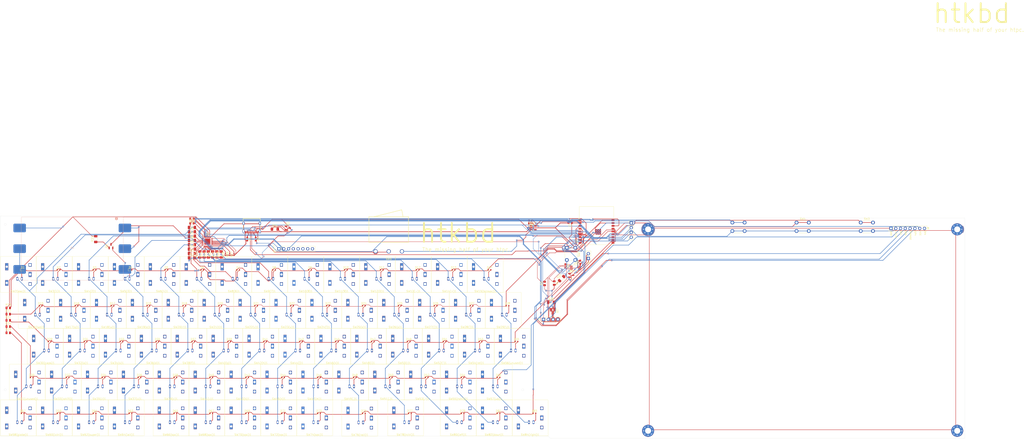
<source format=kicad_pcb>
(kicad_pcb (version 20241229) (generator "pcbnew") (generator_version "9.0")
  (layers (0 "F.Cu" signal) (2 "B.Cu" signal) (13 "F.Paste" user) (15 "B.Paste" user) (5 "F.SilkS" user "F.Silkscreen") (7 "B.SilkS" user "B.Silkscreen") (1 "F.Mask" user) (3 "B.Mask" user) (25 "Edge.Cuts" user))
  (net 0 "")
  (net 1 "B-")
  (net 2 "VBUS")
  (net 3 "+3.3V")
  (net 4 "Net-(U1-EN)")
  (net 5 "Net-(U4-REG)")
  (net 6 "B+")
  (net 7 "INT_TOUCH")
  (net 8 "Net-(D1-A)")
  (net 9 "Row 0")
  (net 10 "Net-(D2-A)")
  (net 11 "Net-(D3-A)")
  (net 12 "Net-(D4-A)")
  (net 13 "Net-(D5-A)")
  (net 14 "Net-(D6-A)")
  (net 15 "Net-(D7-A)")
  (net 16 "Net-(D8-A)")
  (net 17 "Net-(D9-A)")
  (net 18 "Net-(D10-A)")
  (net 19 "Net-(D11-A)")
  (net 20 "Net-(D12-A)")
  (net 21 "Net-(D13-A)")
  (net 22 "Net-(D14-A)")
  (net 23 "Row 1")
  (net 24 "Net-(D15-A)")
  (net 25 "Net-(D16-A)")
  (net 26 "Net-(D17-A)")
  (net 27 "Net-(D18-A)")
  (net 28 "Net-(D19-A)")
  (net 29 "Net-(D20-A)")
  (net 30 "Net-(D21-A)")
  (net 31 "Net-(D22-A)")
  (net 32 "Net-(D23-A)")
  (net 33 "Net-(D24-A)")
  (net 34 "Net-(D25-A)")
  (net 35 "Net-(D26-A)")
  (net 36 "Net-(D27-A)")
  (net 37 "Net-(D28-A)")
  (net 38 "Net-(D29-A)")
  (net 39 "Row 2")
  (net 40 "Row 3")
  (net 41 "Net-(D30-A)")
  (net 42 "Net-(D31-A)")
  (net 43 "Net-(D32-A)")
  (net 44 "Net-(D33-A)")
  (net 45 "Net-(D34-A)")
  (net 46 "Net-(D35-A)")
  (net 47 "Net-(D36-A)")
  (net 48 "Net-(D37-A)")
  (net 49 "Net-(D38-A)")
  (net 50 "Net-(D39-A)")
  (net 51 "Net-(D40-A)")
  (net 52 "Net-(D41-A)")
  (net 53 "Net-(D42-A)")
  (net 54 "Net-(D43-A)")
  (net 55 "Net-(D44-A)")
  (net 56 "Net-(D45-A)")
  (net 57 "Net-(D46-A)")
  (net 58 "Net-(D47-A)")
  (net 59 "Net-(D48-A)")
  (net 60 "Net-(D49-A)")
  (net 61 "Net-(D50-A)")
  (net 62 "Net-(D51-A)")
  (net 63 "Net-(D52-A)")
  (net 64 "Net-(D53-A)")
  (net 65 "Net-(D54-A)")
  (net 66 "Net-(D55-A)")
  (net 67 "Net-(D56-A)")
  (net 68 "Row 4")
  (net 69 "Net-(D57-A)")
  (net 70 "Net-(D59-A)")
  (net 71 "Net-(D61-A)")
  (net 72 "Net-(D63-A)")
  (net 73 "Net-(D65-A)")
  (net 74 "Net-(D67-A)")
  (net 75 "Net-(D69-A)")
  (net 76 "Net-(D71-A)")
  (net 77 "Net-(D73-A)")
  (net 78 "Net-(D75-A)")
  (net 79 "Net-(D77-A)")
  (net 80 "Net-(D79-A)")
  (net 81 "Net-(D81-A)")
  (net 82 "Net-(D83-A)")
  (net 83 "Net-(J2-Pin_3)")
  (net 84 "Net-(J2-Pin_2)")
  (net 85 "SDA")
  (net 86 "Net-(J4-Pin_3)")
  (net 87 "SCL")
  (net 88 "Net-(J5-Pin_1)")
  (net 89 "Net-(J5-Pin_2)")
  (net 90 "Display Power")
  (net 91 "Net-(USB1-CC2)")
  (net 92 "Net-(USB1-CC1)")
  (net 93 "Column 1")
  (net 94 "Column 2")
  (net 95 "Column 3")
  (net 96 "Column 4")
  (net 97 "Column 5")
  (net 98 "Column 6")
  (net 99 "Column 7")
  (net 100 "Column 8")
  (net 101 "Column 9")
  (net 102 "Column 10")
  (net 103 "Column 11")
  (net 104 "Column 12")
  (net 105 "Column 13")
  (net 106 "Column 14")
  (net 107 "RESETIOEXP#")
  (net 108 "INT")
  (net 109 "Net-(U3-P20)")
  (net 110 "Net-(U3-P17)")
  (net 111 "Net-(U3-P16)")
  (net 112 "HARD_OFF_SWITCH")
  (net 113 "D+")
  (net 114 "D-")
  (net 116 "unconnected-(U3-P24-Pad21)")
  (net 119 "DRV2605_EN")
  (net 120 "unconnected-(U3-P22-Pad19)")
  (net 121 "unconnected-(U3-P23-Pad20)")
  (net 124 "Net-(Q5-D)")
  (net 125 "/Sensor/VIK_RGB")
  (net 126 "Net-(Q2-G)")
  (net 127 "Net-(Q3-G)")
  (net 128 "USB_VBUS")
  (net 129 "Net-(U6-+-Pad2)")
  (net 130 "Net-(U6-+-Pad6)")
  (net 131 "Net-(U2-EN)")
  (net 133 "GND2")
  (footprint "Cherry_ULP:Cherry_ULP_TH" (layer "F.Cu") (at 78.6425 63.9425)
    (property "Reference" "SW4(2)1")
    (property "Value" "SW_Push_45deg")
  )
  (footprint "Diode_SMD:D_SOD-523" (layer "F.Cu") (at 142.86 109.1225)
    (property "Reference" "D37")
    (property "Value" "D_45deg")
  )
  (footprint "Diode_SMD:D_SOD-523" (layer "F.Cu") (at 209.535 147.2225)
    (property "Reference" "D73")
    (property "Value" "D_45deg")
  )
  (footprint "Diode_SMD:D_SOD-523" (layer "F.Cu") (at 66.66 109.1225)
    (property "Reference" "D29")
    (property "Value" "D_45deg")
  )
  (footprint "Resistor_SMD:R_0805_2012Metric" (layer "F.Cu") (at 334.32 78.0425 -90)
    (property "Reference" "R4")
    (property "Value" "10k")
  )
  (footprint "Diode_SMD:D_SOD-523" (layer "F.Cu") (at 223.8225 71.0225)
    (property "Reference" "D10")
    (property "Value" "D_45deg")
  )
  (footprint "Diode_SMD:D_SOD-523" (layer "F.Cu") (at 261.9225 71.0225)
    (property "Reference" "D12")
    (property "Value" "D_45deg")
  )
  (footprint "MountingHole:MountingHole_3.2mm_M3_Pad_Via" (layer "F.Cu") (at 384.146041 49.511912 180)
    (property "Reference" "H2" (hide yes))
    (property "Value" "MountingHole_Pad")
  )
  (footprint "Cherry_ULP:Cherry_ULP_TH" (layer "F.Cu") (at 173.8925 63.9425)
    (property "Reference" "SW9(7)1")
    (property "Value" "SW_Push_45deg")
  )
  (footprint "Cherry_ULP:Cherry_ULP_TH" (layer "F.Cu") (at 159.605 121.0925)
    (property "Reference" "SW43(b)1")
    (property "Value" "SW_Push_45deg")
  )
  (footprint "Diode_SMD:D_SOD-523" (layer "F.Cu") (at 147.6225 71.0225)
    (property "Reference" "D6")
    (property "Value" "D_45deg")
  )
  (footprint "Resistor_SMD:R_1206_3216Metric_Pad1.30x1.75mm_HandSolder" (layer "F.Cu") (at 142.13 50.7925)
    (property "Reference" "R6")
    (property "Value" "100k")
  )
  (footprint "Cherry_ULP:Cherry_ULP_TH" (layer "F.Cu") (at 269.1425 63.9425)
    (property "Reference" "SW14(=)1")
    (property "Value" "SW_Push_45deg")
  )
  (footprint "Diode_SMD:D_SOD-523" (layer "F.Cu") (at 157.1475 90.0725)
    (property "Reference" "D20")
    (property "Value" "D_45deg")
  )
  (footprint "Diode_SMD:D_SOD-523" (layer "F.Cu") (at 195.2475 90.0725)
    (property "Reference" "D22")
    (property "Value" "D_45deg")
  )
  (footprint "Diode_SMD:D_SOD-523" (layer "F.Cu") (at 71.4225 147.2225)
    (property "Reference" "D59")
    (property "Value" "D_45deg")
  )
  (footprint "Diode_SMD:D_SOD-523" (layer "F.Cu") (at 285.735 128.1725)
    (property "Reference" "D54")
    (property "Value" "D_45deg")
  )
  (footprint "Diode_SMD:D_SOD-523" (layer "F.Cu") (at 190.485 147.2225)
    (property "Reference" "D71")
    (property "Value" "D_45deg")
  )
  (footprint "Diode_SMD:D_SOD-523" (layer "F.Cu") (at 209.535 128.1725)
    (property "Reference" "D46")
    (property "Value" "D_45deg")
  )
  (footprint "Diode_SMD:D_SOD-523" (layer "F.Cu") (at 61.8975 90.0725)
    (property "Reference" "D15")
    (property "Value" "D_45deg")
  )
  (footprint "Cherry_ULP:Cherry_ULP_TH" (layer "F.Cu") (at 197.705 121.0925)
    (property "Reference" "SW47(m)1")
    (property "Value" "SW_Push_45deg")
  )
  (footprint "Resistor_SMD:R_1206_3216Metric_Pad1.30x1.75mm_HandSolder" (layer "F.Cu") (at 142.13 64.5925)
    (property "Reference" "R12")
    (property "Value" "100k")
  )
  (footprint "Diode_SMD:D_SOD-523" (layer "F.Cu") (at 90.4725 147.2225)
    (property "Reference" "D61")
    (property "Value" "D_45deg")
  )
  (footprint "Cherry_ULP:Cherry_ULP_TH" (layer "F.Cu") (at 245.93 140.1425)
    (property "Reference" "SW78(rctrl)1")
    (property "Value" "SW_Push_45deg")
  )
  (footprint "Diode_SMD:D_SOD-523" (layer "F.Cu") (at 233.3475 90.0725)
    (property "Reference" "D24")
    (property "Value" "D_45deg")
  )
  (footprint "Diode_SMD:D_SOD-523" (layer "F.Cu") (at 171.435 128.1725)
    (property "Reference" "D42")
    (property "Value" "D_45deg")
  )
  (footprint "Diode_SMD:D_SOD-523" (layer "F.Cu") (at 128.5725 71.0225)
    (property "Reference" "D5")
    (property "Value" "D_45deg")
  )
  (footprint "Cherry_ULP:Cherry_ULP_TH" (layer "F.Cu") (at 207.23 102.0425)
    (property "Reference" "SW46(k)1")
    (property "Value" "SW_Push_45deg")
  )
  (footprint "Diode_SMD:D_SOD-523" (layer "F.Cu") (at 323.835 147.2225)
    (property "Reference" "D83")
    (property "Value" "D_45deg")
  )
  (footprint "Resistor_SMD:R_0603_1608Metric" (layer "F.Cu") (at 175.96 54.6825 -90)
    (property "Reference" "R2")
    (property "Value" "5.1k")
  )
  (footprint "Cherry_ULP:Cherry_ULP_TH" (layer "F.Cu") (at 97.6925 140.1425)
    (property "Reference" "SW64(lalt)1")
    (property "Value" "SW_Push_45deg")
  )
  (footprint "Cherry_ULP:Cherry_ULP_TH" (layer "F.Cu") (at 140.555 121.0925)
    (property "Reference" "SW41(v)1")
    (property "Value" "SW_Push_45deg")
  )
  (footprint "Connector_PinHeader_2.54mm:PinHeader_1x08_P2.54mm_Vertical" (layer "F.Cu") (at 188.3 59.8525 90)
    (property "Reference" "REF**")
    (property "Value" "PinHeader_1x08_P2.54mm_Vertical")
  )
  (footprint "Cherry_ULP:Cherry_ULP_TH" (layer "F.Cu") (at 288.1925 63.9425)
    (property "Reference" "SW15(bckspc)1")
    (property "Value" "SW_Push_45deg")
  )
  (footprint "Cherry_ULP:Cherry_ULP_TH" (layer "F.Cu") (at 154.8425 63.9425)
    (property "Reference" "SW8(6)1")
    (property "Value" "SW_Push_45deg")
  )
  (footprint "Resistor_SMD:R_1206_3216Metric_Pad1.30x1.75mm_HandSolder" (layer "F.Cu") (at 186.11 49.3825)
    (property "Reference" "R34")
    (property "Value" "100k")
  )
  (footprint "Cherry_ULP:Cherry_ULP_TH" (layer "F.Cu") (at 211.9925 63.9425)
    (property "Reference" "SW11(9)1")
    (property "Value" "SW_Push_45deg")
  )
  (footprint "Cherry_ULP:Cherry_ULP_TH" (layer "F.Cu") (at 50.0675 82.9925)
    (property "Reference" "SW16(tab)1")
    (property "Value" "SW_Push_45deg")
  )
  (footprint "Diode_SMD:D_SOD-523" (layer "F.Cu") (at 171.435 147.2225)
    (property "Reference" "D69")
    (property "Value" "D_45deg")
  )
  (footprint "Resistor_SMD:R_0805_2012Metric" (layer "F.Cu") (at 44.66 104.4725)
    (property "Reference" "R19")
    (property "Value" "10k")
  )
  (footprint "Diode_SMD:D_SOD-523" (layer "F.Cu") (at 123.81 109.1225)
    (property "Reference" "D35")
    (property "Value" "D_45deg")
  )
  (footprint "Diode_SMD:D_SOD-523" (layer "F.Cu") (at 233.3475 147.2225)
    (property "Reference" "D75")
    (property "Value" "D_45deg")
  )
  (footprint "Cherry_ULP:Cherry_ULP_TH" (layer "F.Cu") (at 183.4175 82.9925)
    (property "Reference" "SW23(u)1")
    (property "Value" "SW_Push_45deg")
  )
  (footprint "Diode_SMD:D_SOD-523" (layer "F.Cu") (at 304.7825 147.2225)
    (property "Reference" "D81")
    (property "Value" "D_45deg")
  )
  (footprint "Resistor_SMD:R_1206_3216Metric_Pad1.30x1.75mm_HandSolder" (layer "F.Cu") (at 142.13 48.4925)
    (property "Reference" "R5" (hide yes))
    (property "Value" "100k")
  )
  (footprint "Diode_SMD:D_SOD-523" (layer "F.Cu") (at 204.7725 71.0225)
    (property "Reference" "D9")
    (property "Value" "D_45deg")
  )
  (footprint "Diode_SMD:D_SOD-523" (layer "F.Cu") (at 257.7625 147.2125)
    (property "Reference" "D77")
    (property "Value" "D_45deg")
  )
  (footprint "Resistor_SMD:R_0603_1608Metric" (layer "F.Cu") (at 171.47 54.6825 -90)
    (property "Reference" "R1")
    (property "Value" "5.1k")
  )
  (footprint "Cherry_ULP:Cherry_ULP_TH" (layer "F.Cu") (at 150.08 102.0425)
    (property "Reference" "SW40(g)1")
    (property "Value" "SW_Push_45deg")
  )
  (footprint "Cherry_ULP:Cherry_ULP_TH" (layer "F.Cu") (at 278.6675 82.9925)
    (property "Reference" "SW28(])1")
    (property "Value" "SW_Push_45deg")
  )
  (footprint "Cherry_ULP:Cherry_ULP_TH" (layer "F.Cu") (at 73.88 102.0425)
    (property "Reference" "SW32(a)1")
    (property "Value" "SW_Push_45deg")
  )
  (footprint "Diode_SMD:D_SOD-523" (layer "F.Cu") (at 166.6725 71.0225)
    (property "Reference" "D7")
    (property "Value" "D_45deg")
  )
  (footprint "Cherry_ULP:Cherry_ULP_TH" (layer "F.Cu") (at 59.5925 63.9425)
    (property "Reference" "SW3(1)1")
    (property "Value" "SW_Push_45deg")
  )
  (footprint "Diode_SMD:D_SOD-523" (layer "F.Cu") (at 152.385 147.2225)
    (property "Reference" "D67")
    (property "Value" "D_45deg")
  )
  (footprint "Resistor_SMD:R_1206_3216Metric_Pad1.30x1.75mm_HandSolder" (layer "F.Cu") (at 146.32 62.8425 90)
    (property "Reference" "R13")
    (property "Value" "100k")
  )
  (footprint "Capacitor_SMD:C_0603_1608Metric_Pad1.08x0.95mm_HandSolder" (layer "F.Cu") (at 321.8225 46.2825 180)
    (property "Reference" "C2")
    (property "Value" "1uF")
  )
  (footprint "Diode_SMD:D_SOD-523" (layer "F.Cu") (at 133.335 128.1725)
    (property "Reference" "D38")
    (property "Value" "D_45deg")
  )
  (footprint "Cherry_ULP:Cherry_ULP_TH" (layer "F.Cu") (at 169.13 102.0425)
    (property "Reference" "SW42(h)1")
    (property "Value" "SW_Push_45deg")
  )
  (footprint "Cherry_ULP:Cherry_ULP_TH" (layer "F.Cu") (at 145.3175 82.9925)
    (property "Reference" "SW21(t)1")
    (property "Value" "SW_Push_45deg")
  )
  (footprint "Resistor_SMD:R_0805_2012Metric" (layer "F.Cu") (at 142.13 43.9725 180)
    (property "Reference" "R24")
    (property "Value" "10k")
  )
  (footprint "Cherry_ULP:Cherry_ULP_TH" (layer "F.Cu") (at 102.455 121.0925)
    (property "Reference" "SW37(x)1")
    (property "Value" "SW_Push_45deg")
  )
  (footprint "Cherry_ULP:Cherry_ULP_TH" (layer "F.Cu") (at 164.3675 82.9925)
    (property "Reference" "SW22(y)1")
    (property "Value" "SW_Push_45deg")
  )
  (footprint "Cherry_ULP:Cherry_ULP_TH" (layer "F.Cu") (at 273.905 121.0925)
    (property "Reference" "SW55(rshift)1")
    (property "Value" "SW_Push_45deg")
  )
  (footprint "Cherry_ULP:Cherry_ULP_TH" (layer "F.Cu") (at 259.6175 82.9925)
    (property "Reference" "SW27([)1")
    (property "Value" "SW_Push_45deg")
  )
  (footprint "Diode_SMD:D_SOD-523" (layer "F.Cu") (at 52.3725 147.2225)
    (property "Reference" "D57")
    (property "Value" "D_45deg")
  )
  (footprint "Cherry_ULP:Cherry_ULP_TH" (layer "F.Cu") (at 45.305 121.0925)
    (property "Reference" "SW31(unused)1")
    (property "Value" "SW_Push_45deg")
  )
  (footprint "Resistor_SMD:R_1206_3216Metric_Pad1.30x1.75mm_HandSolder" (layer "F.Cu") (at 142.13 53.0925)
    (property "Reference" "R7")
    (property "Value" "100k")
  )
  (footprint "Cherry_ULP:Cherry_ULP_TH" (layer "F.Cu") (at 235.805 121.0925)
    (property "Reference" "SW51(.)1")
    (property "Value" "SW_Push_45deg")
  )
  (footprint "Cherry_ULP:Cherry_ULP_TH" (layer "F.Cu") (at 240.5675 82.9925)
    (property "Reference" "SW26(p)1")
    (property "Value" "SW_Push_45deg")
  )
  (footprint "easyeda2kicad:SW-TH_RS601A-1020013BB" (layer "F.Cu") (at 246.53 61.205 180)
    (property "Reference" "SW5")
    (property "Value" "RS601A-1020013BB")
  )
  (footprint "Cherry_ULP:Cherry_ULP_TH" (layer "F.Cu") (at 59.5925 140.1425)
    (property "Reference" "SW60(lctrl)1")
    (property "Value" "SW_Push_45deg")
  )
  (footprint "Resistor_SMD:R_1206_3216Metric_Pad1.30x1.75mm_HandSolder" (layer "F.Cu") (at 332.66 88.2725)
    (property "Reference" "R26")
    (property "Value" "1M")
  )
  (footprint "Cherry_ULP:Cherry_ULP_TH" (layer "F.Cu") (at 126.2675 82.9925)
    (property "Reference" "SW20(r)1")
    (property "Value" "SW_Push_45deg")
  )
  (footprint "Resistor_SMD:R_0805_2012Metric" (layer "F.Cu") (at 44.66 94.5425)
    (property "Reference" "R22")
    (property "Value" "10k")
  )
  (footprint "Diode_SMD:D_SOD-523" (layer "F.Cu") (at 52.3725 71.0125)
    (property "Reference" "D1")
    (property "Value" "D_45deg")
  )
  (footprint "Diode_SMD:D_SOD-523" (layer "F.Cu") (at 242.8725 71.0225)
    (property "Reference" "D11")
    (property "Value" "D_45deg")
  )
  (footprint "Cherry_ULP:Cherry_ULP_TH" (layer "F.Cu") (at 64.355 121.0925)
    (property "Reference" "SW33(lshift)1")
    (property "Value" "SW_Push_45deg")
  )
  (footprint "Resistor_SMD:R_1206_3216Metric_Pad1.30x1.75mm_HandSolder" (layer "F.Cu") (at 157.62 62.8425 90)
    (property "Reference" "R18")
    (property "Value" "100k")
  )
  (footprint "Diode_SMD:D_SOD-523" (layer "F.Cu") (at 161.91 109.1225)
    (property "Reference" "D39")
    (property "Value" "D_45deg")
  )
  (footprint "Connector_PinHeader_2.54mm:PinHeader_1x02_P2.54mm_Vertical" (layer "F.Cu") (at 352.44 64.9825 180)
    (property "Reference" "J5")
    (property "Value" "Conn_01x02_Pin")
  )
  (footprint "Cherry_ULP:Cherry_ULP_TH" (layer "F.Cu") (at 97.6925 63.9425)
    (property "Reference" "SW5(3)1")
    (property "Value" "SW_Push_45deg")
  )
  (footprint "Diode_SMD:D_SOD-523" (layer "F.Cu") (at 314.31 109.1225)
    (property "Reference" "D55")
    (property "Value" "D_45deg")
  )
  (footprint "Cherry_ULP:Cherry_ULP_TH" (layer "F.Cu") (at 121.505 121.0925)
    (property "Reference" "SW39(c)1")
    (property "Value" "SW_Push_45deg")
  )
  (footprint "Cherry_ULP:Cherry_ULP_TH" (layer "F.Cu") (at 292.955 121.0925)
    (property "Reference" "SW57(up)1")
    (property "Value" "SW_Push_45deg")
  )
  (footprint "Diode_SMD:D_SOD-523" (layer "F.Cu") (at 180.96 109.1225)
    (property "Reference" "D41")
    (property "Value" "D_45deg")
  )
  (footprint "Resistor_SMD:R_1206_3216Metric_Pad1.30x1.75mm_HandSolder" (layer "F.Cu") (at 142.13 55.3925)
    (property "Reference" "R8")
    (property "Value" "100k")
  )
  (footprint "Resistor_SMD:R_1206_3216Metric_Pad1.30x1.75mm_HandSolder" (layer "F.Cu") (at 142.13 57.6925)
    (property "Reference" "R9")
    (property "Value" "100k")
  )
  (footprint "Diode_SMD:D_SOD-523" (layer "F.Cu") (at 271.4475 90.0725)
    (property "Reference" "D26")
    (property "Value" "D_45deg")
  )
  (footprint "Cherry_ULP:Cherry_ULP_TH" (layer "F.Cu") (at 312.005 140.1425)
    (property "Reference" "SW84(right)1")
    (property "Value" "SW_Push_45deg")
  )
  (footprint "Diode_SMD:D_SOD-523" (layer "F.Cu") (at 114.285 128.1725)
    (property "Reference" "D36")
    (property "Value" "D_45deg")
  )
  (footprint "Capacitor_SMD:C_0603_1608Metric_Pad1.08x0.95mm_HandSolder" (layer "F.Cu") (at 342.79 46.1325 180)
    (property "Reference" "C3")
    (property "Value" "100nF")
  )
  (footprint "Diode_SMD:D_SOD-523" (layer "F.Cu") (at 99.9975 90.0725)
    (property "Reference" "D17")
    (property "Value" "D_45deg")
  )
  (footprint "Diode_SMD:D_SOD-523" (layer "F.Cu") (at 152.385 128.1725)
    (property "Reference" "D40")
    (property "Value" "D_45deg")
  )
  (footprint "Cherry_ULP:Cherry_ULP_TH" (layer "F.Cu") (at 40.5425 63.9425)
    (property "Reference" "SW2(esc)1")
    (property "Value" "SW_Push_45deg")
  )
  (footprint "Diode_SMD:D_SOD-523" (layer "F.Cu") (at 76.185 128.1725)
    (property "Reference" "D32")
    (property "Value" "D_45deg")
  )
  (footprint "Cherry_ULP:Cherry_ULP_TH" (layer "F.Cu") (at 54.83 102.0425)
    (property "Reference" "SW30(caps)1")
    (property "Value" "SW_Push_45deg")
  )
  (footprint "Connector_PinHeader_2.54mm:PinHeader_1x04_P2.54mm_Vertical" (layer "F.Cu") (at 375.22 46.0925)
    (property "Reference" "J2" (hide yes))
    (property "Value" "Conn_01x04_Pin")
  )
  (footprint "Package_TO_SOT_SMD:SOT-23" (layer "F.Cu") (at 333.58 92.95 -90)
    (property "Reference" "Q1")
    (property "Value" "BSS84")
  )
  (footprint "Cherry_ULP:Cherry_ULP_TH" (layer "F.Cu") (at 292.955 140.1425)
    (property "Reference" "SW82(down)1")
    (property "Value" "SW_Push_45deg")
  )
  (footprint "Cherry_ULP:Cherry_ULP_TH" (layer "F.Cu") (at 111.98 102.0425)
    (property "Reference" "SW36(d)1")
    (property "Value" "SW_Push_45deg")
  )
  (footprint "Cherry_ULP:Cherry_ULP_TH" (layer "F.Cu") (at 69.1175 82.9925)
    (property "Reference" "SW17(q)1")
    (property "Value" "SW_Push_45deg")
  )
  (footprint "Cherry_ULP:Cherry_ULP_TH" (layer "F.Cu") (at 88.1675 82.9925)
    (property "Reference" "SW18(w)1")
    (property "Value" "SW_Push_45deg")
  )
  (footprint "Diode_SMD:D_SOD-523" (layer "F.Cu") (at 119.0475 90.0725)
    (property "Reference" "D18")
    (property "Value" "D_45deg")
  )
  (footprint "Cherry_ULP:Cherry_ULP_TH" (layer "F.Cu") (at 159.605 140.1425)
    (property "Reference" "SW70(spc)1")
    (property "Value" "SW_Push_45deg")
  )
  (footprint "Resistor_SMD:R_1206_3216Metric_Pad1.30x1.75mm_HandSolder" (layer "F.Cu") (at 150.84 62.8425 90)
    (property "Reference" "R15")
    (property "Value" "100k")
  )
  (footprint "MountingHole:MountingHole_3.2mm_M3_Pad_Via" (layer "F.Cu") (at 384.145997 156.511912 180)
    (property "Reference" "H1" (hide yes))
    (property "Value" "MountingHole_Pad")
  )
  (footprint "Cherry_ULP:Cherry_ULP_TH" (layer "F.Cu") (at 283.43 102.0425)
    (property "Reference" "SW54(ret)1")
    (property "Value" "SW_Push_45deg")
  )
  (footprint "Cherry_ULP:Cherry_ULP_TH" (layer "F.Cu") (at 40.5425 140.1425)
    (property "Reference" "SW58(globe)1")
    (property "Value" "SW_Push_45deg")
  )
  (footprint "Button_Switch_THT:SW_PUSH_6mm" (layer "F.Cu") (at 428.846 45.8925)
    (property "Reference" "SW2" (hide yes))
    (property "Value" "SW_Push")
  )
  (footprint "Diode_SMD:D_SOD-523" (layer "F.Cu") (at 109.5225 147.2225)
    (property "Reference" "D63")
    (property "Value" "D_45deg")
  )
  (footprint "Resistor_SMD:R_0805_2012Metric" (layer "F.Cu") (at 44.66 91.2325)
    (property "Reference" "R23")
    (property "Value" "10k")
  )
  (footprint "Diode_SMD:D_SOD-523" (layer "F.Cu") (at 290.4975 90.0725)
    (property "Reference" "D27")
    (property "Value" "D_45deg")
  )
  (footprint "Cherry_ULP:Cherry_ULP_TH" (layer "F.Cu") (at 192.9425 63.9425)
    (property "Reference" "SW10(8)1")
    (property "Value" "SW_Push_45deg")
  )
  (footprint "Resistor_SMD:R_1206_3216Metric_Pad1.30x1.75mm_HandSolder" (layer "F.Cu") (at 142.13 59.9925)
    (property "Reference" "R10")
    (property "Value" "100k")
  )
  (footprint "Diode_SMD:D_SOD-523" (layer "F.Cu") (at 200.01 109.1225)
    (property "Reference" "D43")
    (property "Value" "D_45deg")
  )
  (footprint "easyeda2kicad:USB-C-SMD_TYPE-C-6PIN-2MD-073" (layer "F.Cu") (at 173.86 48.6725 180)
    (property "Reference" "USB1" (hide yes))
    (property "Value" "TYPE-C 16PIN 2MD(073)")
  )
  (footprint "Diode_SMD:D_SOD-523" (layer "F.Cu") (at 85.71 109.1225)
    (property "Reference" "D31")
    (property "Value" "D_45deg")
  )
  (footprint "Cherry_ULP:Cherry_ULP_TH" (layer "F.Cu") (at 188.18 102.0425)
    (property "Reference" "SW44(j)1")
    (property "Value" "SW_Push_45deg")
  )
  (footprint "Diode_SMD:D_SOD-523" (layer "F.Cu") (at 214.2975 90.0725)
    (property "Reference" "D23")
    (property "Value" "D_45deg")
  )
  (footprint "Resistor_SMD:R_0402_1005Metric" (layer "F.Cu") (at 162.16 62.8425 90)
    (property "Reference" "R28")
    (property "Value" "47k")
  )
  (footprint "MountingHole:MountingHole_3.2mm_M3_Pad_Via" (layer "F.Cu") (at 548.146041 49.511912 180)
    (property "Reference" "H4" (hide yes))
    (property "Value" "MountingHole_Pad")
  )
  (footprint "Diode_SMD:D_SOD-523" (layer "F.Cu") (at 138.0975 90.0725)
    (property "Reference" "D19")
    (property "Value" "D_45deg")
  )
  (footprint "Cherry_ULP:Cherry_ULP_TH" (layer "F.Cu") (at 250.0925 63.9425)
    (property "Reference" "SW13(-)1")
    (property "Value" "SW_Push_45deg")
  )
  (footprint "Diode_SMD:D_SOD-523" (layer "F.Cu") (at 228.585 128.1725)
    (property "Reference" "D48")
    (property "Value" "D_45deg")
  )
  (footprint "Cherry_ULP:Cherry_ULP_TH" (layer "F.Cu") (at 135.7925 63.9425)
    (property "Reference" "SW7(5)1")
    (property "Value" "SW_Push_45deg")
  )
  (footprint "Cherry_ULP:Cherry_ULP_TH" (layer "F.Cu") (at 273.905 140.1425)
    (property "Reference" "SW80(left)1")
    (property "Value" "SW_Push_45deg")
  )
  (footprint "Cherry_ULP:Cherry_ULP_TH" (layer "F.Cu") (at 107.2175 82.9925)
    (property "Reference" "SW19(e)1")
    (property "Value" "SW_Push_45deg")
  )
  (footprint "Diode_SMD:D_SOD-523" (layer "F.Cu") (at 285.7325 147.2225)
    (property "Reference" "D79")
    (property "Value" "D_45deg")
  )
  (footprint "Resistor_SMD:R_0805_2012Metric" (layer "F.Cu") (at 329.21 78.2525 90)
    (property "Reference" "R3")
    (property "Value" "10k")
  )
  (footprint "Resistor_SMD:R_1206_3216Metric_Pad1.30x1.75mm_HandSolder" (layer "F.Cu") (at 153.1 62.8425 90)
    (property "Reference" "R16")
    (property "Value" "100k")
  )
  (footprint "Diode_SMD:D_SOD-523" (layer "F.Cu") (at 71.415 71.0125)
    (property "Reference" "D2")
    (property "Value" "D_45deg")
  )
  (footprint "Cherry_ULP:Cherry_ULP_TH" (layer "F.Cu") (at 221.6175 140.2425)
    (property "Reference" "SW76(ralt)1")
    (property "Value" "SW_Push_45deg")
  )
  (footprint "Button_Switch_THT:SW_PUSH_6mm" (layer "F.Cu") (at 345.52 59.2925 -90)
    (property "Reference" "SW1")
    (property "Value" "SW_Push")
  )
  (footprint "Cherry_ULP:Cherry_ULP_TH" (layer "F.Cu") (at 221.5175 82.9925)
    (property "Reference" "SW25(o)1")
    (property "Value" "SW_Push_45deg")
  )
  (footprint "library2:QFN50P500X500X60-33N" (layer "F.Cu") (at 150.315 56.0425)
    (property "Reference" "U3")
    (property "Value" "TCA6424ARGJR")
  )
  (footprint "Diode_SMD:D_SOD-523" (layer "F.Cu") (at 95.235 128.1725)
    (property "Reference" "D34")
    (property "Value" "D_45deg")
  )
  (footprint "Cherry_ULP:Cherry_ULP_TH" (layer "F.Cu") (at 140.555 140.1425)
    (property "Reference" "SW68(spc)1")
    (property "Value" "SW_Push_45deg")
  )
  (footprint "Cherry_ULP:Cherry_ULP_TH" (layer "F.Cu") (at 216.755 121.0925)
    (property "Reference" "SW49(,)1")
    (property "Value" "SW_Push_45deg")
  )
  (footprint "Button_Switch_THT:SW_PUSH_6mm" (layer "F.Cu") (at 462.896 45.8925)
    (property "Reference" "SW4")
    (property "Value" "SW_Push")
  )
  (footprint "Diode_SMD:D_SOD-523" (layer "F.Cu") (at 219.06 109.1225)
    (property "Reference" "D45")
    (property "Value" "D_45deg")
  )
  (footprint "RF_Module:ESP32-C3-WROOM-02" (layer "F.Cu") (at 356.77 50.6425)
    (property "Reference" "U1")
    (property "Value" "ESP32-C3-WROOM-02")
  )
  (footprint "Resistor_SMD:R_0805_2012Metric" (layer "F.Cu") (at 44.66 97.8525)
    (property "Reference" "R21")
    (property "Value" "10k")
  )
  (footprint "Cherry_ULP:Cherry_ULP_TH" (layer "F.Cu") (at 245.33 102.0425)
    (property "Reference" "SW50(;)1")
    (property "Value" "SW_Push_45deg")
  )
  (footprint "Capacitor_SMD:C_0603_1608Metric_Pad1.08x0.95mm_HandSolder" (layer "F.Cu") (at 321.82 44.8225 180)
    (property "Reference" "C1")
    (property "Value" "1uF")
  )
  (footprint "Capacitor_SMD:C_0603_1608Metric_Pad1.08x0.95mm_HandSolder" (layer "F.Cu") (at 348.12 67 90)
    (property "Reference" "C5")
    (property "Value" "1uF")
  )
  (footprint "Resistor_SMD:R_0805_2012Metric" (layer "F.Cu") (at 142.13 46.2325)
    (property "Reference" "R25")
    (property "Value" "10k")
  )
  (footprint "Diode_SMD:D_SOD-523" (layer "F.Cu") (at 300.0225 71.0225)
    (property "Reference" "D14")
    (property "Value" "D_45deg")
  )
  (footprint "Resistor_SMD:R_0402_1005Metric" (layer "F.Cu") (at 159.89 62.8425 90)
    (property "Reference" "R29")
    (property "Value" "47k")
  )
  (footprint "Cherry_ULP:Cherry_ULP_TH" (layer "F.Cu") (at 226.28 102.0425)
    (property "Reference" "SW48(l)1")
    (property "Value" "SW_Push_45deg")
  )
  (footprint "Cherry_ULP:Cherry_ULP_TH" (layer "F.Cu") (at 178.655 140.1425)
    (property "Reference" "SW72(spc)1")
    (property "Value" "SW_Push_45deg")
  )
  (footprint "Cherry_ULP:Cherry_ULP_TH" (layer "F.Cu") (at 116.7425 63.9425)
    (property "Reference" "SW6(4)1")
    (property "Value" "SW_Push_45deg")
  )
  (footprint "Cherry_ULP:Cherry_ULP_TH" (layer "F.Cu") (at 131.03 102.0425)
    (property "Reference" "SW38(f)1")
    (property "Value" "SW_Push_45deg")
  )
  (footprint "MountingHole:MountingHole_3.2mm_M3_Pad_Via" (layer "F.Cu") (at 548.145997 156.511912 180)
    (property "Reference" "H3" (hide yes))
    (property "Value" "MountingHole_Pad" (hide yes))
  )
  (footprint "Diode_SMD:D_SOD-523" (layer "F.Cu") (at 295.26 109.1225)
    (property "Reference" "D53")
    (property "Value" "D_45deg")
  )
  (footprint "Resistor_SMD:R_0805_2012Metric" (layer "F.Cu") (at 44.66 101.1625)
    (property "Reference" "R20")
    (property "Value" "10k")
  )
  (footprint "Cherry_ULP:Cherry_ULP_TH" (layer "F.Cu") (at 202.4675 82.9925)
    (property "Reference" "SW24(i)1")
    (property "Value" "SW_Push_45deg")
  )
  (footprint "Diode_SMD:D_SOD-523" (layer "F.Cu") (at 185.7225 71.0225)
    (property "Reference" "D8")
    (property "Value" "D_45deg")
  )
  (footprint "Diode_SMD:D_SOD-523" (layer "F.Cu") (at 109.5225 71.0125)
    (property "Reference" "D4")
    (property "Value" "D_45deg")
  )
  (footprint "Package_TO_SOT_SMD:SOT-23-5" (layer "F.Cu") (at 323.19 48.71)
    (property "Reference" "U2")
    (property "Value" "AP2112K-3.3")
  )
  (footprint "Diode_SMD:D_SOD-523" (layer "F.Cu") (at 57.135 128.1725)
    (property "Reference" "D30")
    (property "Value" "D_45deg")
  )
  (footprint "Diode_SMD:D_SOD-523" (layer "F.Cu") (at 276.21 109.1225)
    (property "Reference" "D51")
    (property "Value" "D_45deg")
  )
  (footprint "Package_TO_SOT_SMD:SOT-23" (layer "F.Cu") (at 99.17 58.435 90)
    (property "Reference" "Q2")
    (property "Value" "BSS84")
  )
  (footprint "Diode_SMD:D_SOD-523" (layer "F.Cu") (at 80.9475 90.0725)
    (property "Reference" "D16")
    (property "Value" "D_45deg")
  )
  (footprint "Resistor_SMD:R_1206_3216Metric_Pad1.30x1.75mm_HandSolder" (layer "F.Cu") (at 142.13 62.2925)
    (property "Reference" "R11")
    (property "Value" "100k")
  )
  (footprint "Resistor_SMD:R_0402_1005Metric" (layer "F.Cu") (at 164.42 62.8425 90)
    (property "Reference" "R27")
    (property "Value" "47k")
  )
  (footprint "Diode_SMD:D_SOD-523" (layer "F.Cu") (at 90.4725 71.0125)
    (property "Reference" "D3")
    (property "Value" "D_45deg")
  )
  (footprint "Cherry_ULP:Cherry_ULP_TH" (layer "F.Cu") (at 178.655 121.0925)
    (property "Reference" "SW45(n)1")
    (property "Value" "SW_Push_45deg")
  )
  (footprint "Cherry_ULP:Cherry_ULP_TH" (layer "F.Cu") (at 92.93 102.0425)
    (property "Reference" "SW34(s)1")
    (property "Value" "SW_Push_45deg")
  )
  (footprint "Cherry_ULP:Cherry_ULP_TH" (layer "F.Cu") (at 197.705 140.1425)
    (property "Reference" "SW74(spc)1")
    (property "Value" "SW_Push_45deg")
  )
  (footprint "Capacitor_SMD:C_0603_1608Metric_Pad1.08x0.95mm_HandSolder" (layer "F.Cu") (at 340.25 68.9425 -90)
    (property "Reference" "C4")
    (property "Value" "1uF")
  )
  (footprint "Cherry_ULP:Cherry_ULP_TH" (layer "F.Cu") (at 83.405 121.0925)
    (property "Reference" "SW35(z)1")
    (property "Value" "SW_Push_45deg")
  )
  (footprint "Cherry_ULP:Cherry_ULP_TH" (layer "F.Cu") (at 264.38 102.0425)
    (property "Reference" "SW52(')1")
    (property "Value" "SW_Push_45deg")
  )
  (footprint "Resistor_SMD:R_1206_3216Metric_Pad1.30x1.75mm_HandSolder" (layer "F.Cu") (at 155.36 62.8425 90)
    (property "Reference" "R17")
    (property "Value" "100k")
  )
  (footprint "Resistor_SMD:R_1206_3216Metric_Pad1.30x1.75mm_HandSolder" (layer "F.Cu") (at 91.09 54.6625 90)
    (property "Reference" "R33")
    (property "Value" "100k")
  )
  (footprint "Diode_SMD:D_SOD-523" (layer "F.Cu") (at 280.9725 71.0225)
    (property "Reference" "D13")
    (property "Value" "D_45deg")
  )
  (footprint "Connector_PinHeader_2.54mm:PinHeader_1x04_P2.54mm_Vertical" (layer "F.Cu") (at 328.66 97.3625 90)
    (property "Reference" "J4")
    (property "Value" "Conn_01x04_Socket")
  )
  (footprint "Diode_SMD:D_SOD-523" (layer "F.Cu") (at 304.785 128.1725)
    (property "Reference" "D56")
    (property "Value" "D_45deg")
  )
  (footprint "Cherry_ULP:Cherry_ULP_TH" (layer "F.Cu") (at 78.6425 140.1425)
    (property "Reference" "SW62(super)1")
    (property "Value" "SW_Push_45deg")
  )
  (footprint "Cherry_ULP:Cherry_ULP_TH" (layer "F.Cu") (at 297.7175 82.9925)
    (property "Reference" "SW29(\\)1")
    (property "Value" "SW_Push_45deg")
  )
  (footprint "Cherry_ULP:Cherry_ULP_TH" (layer "F.Cu") (at 254.855 121.0925)
    (property "Reference" "SW53(/)1")
    (property "Value" "SW_Push_45deg")
  )
  (footprint "Cherry_ULP:Cherry_ULP_TH" (layer "F.Cu") (at 302.48 102.0425)
    (property "Reference" "SW56(unused)1")
    (property "Value" "SW_Push_45deg")
  )
  (footprint "Diode_SMD:D_SOD-523" (layer "F.Cu") (at 252.3975 90.0725)
    (property "Reference" "D25")
    (property "Value" "D_45deg")
  )
  (footprint "Diode_SMD:D_SOD-523" (layer "F.Cu") (at 266.685 128.1725)
    (property "Reference" "D52")
    (property "Value" "D_45deg")
  )
  (footprint "Diode_SMD:D_SOD-523" (layer "F.Cu") (at 309.5475 90.0725)
    (property "Reference" "D28")
    (property "Value" "D_45deg")
  )
  (footprint "Diode_SMD:D_SOD-523" (layer "F.Cu") (at 257.16 109.1225)
    (property "Reference" "D49")
    (property "Value" "D_45deg")
  )
  (footprint "Diode_SMD:D_SOD-523" (layer "F.Cu") (at 247.635 128.1725)
    (property "Reference" "D50")
    (property "Value" "D_45deg")
  )
  (footprint "Button_Switch_THT:SW_PUSH_6mm" (layer "F.Cu") (at 496.946 45.8925)
    (property "Reference" "SW3")
    (property "Value" "SW_Push")
  )
  (footprint "Diode_SMD:D_SOD-523" (layer "F.Cu") (at 190.485 128.1725)
    (property "Reference" "D44")
    (property "Value" "D_45deg")
  )
  (footprint "Diode_SMD:D_SOD-523" (layer "F.Cu") (at 133.335 147.2225)
    (property "Reference" "D65")
    (property "Value" "D_45deg")
  )
  (footprint "Package_TO_SOT_SMD:SOT-23" (layer "F.Cu") (at 192.9775 48.7925)
    (property "Reference" "Q3")
    (property "Value" "BSS84")
  )
  (footprint "Package_TO_SOT_SMD:SOT-23" (layer "F.Cu") (at 343.34 73.9375)
    (property "Reference" "Q5")
    (property "Value" "BSS84")
  )
  (footprint "Resistor_SMD:R_1206_3216Metric_Pad1.30x1.75mm_HandSolder" (layer "F.Cu") (at 148.58 62.8425 90)
    (property "Reference" "R14")
    (property "Value" "100k")
  )
  (footprint "Diode_SMD:D_SOD-523" (layer "F.Cu") (at 238.11 109.1225)
    (property "Reference" "D47")
    (property "Value" "D_45deg")
  )
  (footprint "Diode_SMD:D_SOD-523" (layer "F.Cu") (at 176.1975 90.0725)
    (property "Reference" "D21")
    (property "Value" "D_45deg")
  )
  (footprint "Cherry_ULP:Cherry_ULP_TH" (layer "F.Cu") (at 121.505 140.1425)
    (property "Reference" "SW66(spc)1")
    (property "Value" "SW_Push_45deg")
  )
  (footprint "Cherry_ULP:Cherry_ULP_TH" (layer "F.Cu") (at 231.0425 63.9425)
    (property "Reference" "SW12(0)1")
    (property "Value" "SW_Push_45deg")
  )
  (footprint "Diode_SMD:D_SOD-523" (layer "F.Cu") (at 104.76 109.1225)
    (property "Reference" "D33")
    (property "Value" "D_45deg")
  )
  (footprint "Connector_PinHeader_2.54mm:PinHeader_1x08_P2.54mm_Vertical" (layer "F.Cu") (at 512.994597 49.008968 90)
    (property "Reference" "J8")
    (property "Value" "Conn_01x08_Pin" (hide yes))
  )
  (footprint "Resistor_SMD:R_1206_3216Metric_Pad1.30x1.75mm_HandSolder" (layer "F.Cu") (at 338.27 75.68 45)
    (property "Reference" "R31")
    (property "Value" "1M")
  )
  (footprint "Package_SO:VSSOP-10_3x3mm_P0.5mm" (layer "F.Cu") (at 345.64 70.0425)
    (property "Reference" "U4")
    (property "Value" "DRV2605LDGS")
  )
  (footprint "easyeda2kicad:BH-AAA-B5AA005" (layer "B.Cu") (at 78.6425 59.7825 180)
    (property "Reference" "U6")
    (property "Value" "BH-AAA-B5AA005")
  )
  (gr_circle (center 43.09 134.6925) (end 43.666 134.6925) (stroke (width 0.05)) (fill no) (layer "Edge.Cuts"))
  (gr_poly (pts (xy 144.69 42.3925) (xy 145.69 43.3925) (xy 347.69 43.3925) (xy 365.79 43.3925) (xy 365.99 43.3925) (xy 552.13 43.3925) (xy 552.13 160.4925) (xy 332.29 160.4925) (xy 331.09 159.2925) (xy 40.49 159.2925) (xy 40.49 42.3925)) (stroke (width 0.05)) (fill no) (layer "Edge.Cuts"))
  (gr_circle (center 317.69 134.6925) (end 318.266 134.6925) (stroke (width 0.05)) (fill no) (layer "Edge.Cuts"))
  (gr_circle (center 43.09 46.8925) (end 43.666 46.8925) (stroke (width 0.05)) (fill no) (layer "Edge.Cuts"))
  (gr_text "htkbd" (at 534.73 -59.3075 0) (layer "F.SilkS") (effects (font (size 10 10) (thickness 1)) (justify left bottom)))
  (gr_text "The missing half of your htpc." (at 536.73 -55.3075 0) (layer "F.SilkS") (effects (font (size 2 2) (thickness 0.2)) (justify left bottom)))
  (gr_text "The missing half of your htpc." (at 264.19 61.3925 0) (layer "F.SilkS") (effects (font (size 2 2) (thickness 0.2)) (justify left bottom)))
  (gr_text "htkbd" (at 262.19 57.3925 0) (layer "F.SilkS") (effects (font (size 10 10) (thickness 1)) (justify left bottom)))
  (gr_text "DIN\n\nVCC\n\nGP4\n\nCHANGE\n\nSDA\n\nSCL\n\n+3.3V\n\nGND" (at 512.594597 50.408968 270) (layer "F.SilkS") (effects (font (size 0.8 0.8)) (justify left bottom)))
  (segment (start 169.56 46.545) (end 169.56 50.755) (width 0.32) (layer "F.Cu") (net 1))
  (segment (start 334.9375 48.71) (end 337.515 46.1325) (width 0.32) (layer "F.Cu") (net 1))
  (segment (start 348.02 56.6425) (end 348.02 56.7925) (width 0.25) (layer "F.Cu") (net 1))
  (segment (start 340.9875 75.892516) (end 327.867516 89.0125) (width 0.16) (layer "F.Cu") (net 1))
  (segment (start 177.06 54.4075) (end 175.96 55.5075) (width 0.32) (layer "F.Cu") (net 1))
  (segment (start 151.565 50.166548) (end 144.279952 42.8815) (width 0.25) (layer "F.Cu") (net 1))
  (segment (start 159.1275 46.545) (end 152.065 53.6075) (width 0.25) (layer "F.Cu") (net 1))
  (segment (start 340.543684 57.0965) (end 329.5235 57.0965) (width 0.25) (layer "F.Cu") (net 1))
  (segment (start 348.12 66.1375) (end 345.865 66.1375) (width 0.32) (layer "F.Cu") (net 1))
  (segment (start 348.239742 56.6425) (end 348.468623 56.413619) (width 0.25) (layer "F.Cu") (net 1))
  (segment (start 345.52 59.2925) (end 342.739684 59.2925) (width 0.25) (layer "F.Cu") (net 1))
  (segment (start 319.6875 50.755) (end 189.56 50.755) (width 0.32) (layer "F.Cu") (net 1))
  (segment (start 329.5235 57.0965) (end 327.24 59.38) (width 0.25) (layer "F.Cu") (net 1))
  (segment (start 45.344 76.469242) (end 45.344 89.636) (width 0.25) (layer "F.Cu") (net 1))
  (segment (start 340.9875 70.5425) (end 343.44 70.5425) (width 0.16) (layer "F.Cu") (net 1))
  (segment (start 177.3575 50.755) (end 177.06 51.0525) (width 0.32) (layer "F.Cu") (net 1))
  (segment (start 320.9075 46.2325) (end 320.9575 46.2825) (width 0.25) (layer "F.Cu") (net 1))
  (segment (start 169.56 46.545) (end 159.1275 46.545) (width 0.25) (layer "F.Cu") (net 1))
  (segment (start 548.146041 49.511912) (end 547.610041 50.047912) (width 0.09) (layer "F.Cu") (net 1))
  (segment (start 170.68 51.305) (end 170.344 51.641) (width 0.32) (layer "F.Cu") (net 1))
  (segment (start 334.9375 48.71) (end 345.52 59.2925) (width 0.32) (layer "F.Cu") (net 1))
  (segment (start 512.994597 49.008968) (end 514.088541 50.102912) (width 0.2) (layer "F.Cu") (net 1))
  (segment (start 43.7475 91.2325) (end 43.7475 104.4725) (width 0.25) (layer "F.Cu") (net 1))
  (segment (start 348.12 66.1375) (end 346.864 67.3935) (width 0.32) (layer "F.Cu") (net 1))
  (segment (start 151.565 54.3125) (end 151.565 53.6075) (width 0.2) (layer "F.Cu") (net 1))
  (segment (start 337.515 46.1325) (end 341.9275 46.1325) (width 0.32) (layer "F.Cu") (net 1))
  (segment (start 170.344 55.1065) (end 170.745 55.5075) (width 0.32) (layer "F.Cu") (net 1))
  (segment (start 321.7325 48.71) (end 319.6875 50.755) (width 0.32) (layer "F.Cu") (net 1))
  (segment (start 187.66 49.3825) (end 189.0325 50.755) (width 0.2) (layer "F.Cu") (net 1))
  (segment (start 348.986 55.805286) (end 348.986 53.967045) (width 0.25) (layer "F.Cu") (net 1))
  (segment (start 348.986 53.967045) (end 349.69 53.263045) (width 0.25) (layer "F.Cu") (net 1))
  (segment (start 170.344 51.641) (end 170.344 55.1065) (width 0.32) (layer "F.Cu") (net 1))
  (segment (start 548.145997 156.511912) (end 547.609997 157.047912) (width 0.09) (layer "F.Cu") (net 1))
  (segment (start 322.0525 48.71) (end 321.7325 48.71) (width 0.32) (layer "F.Cu") (net 1))
  (segment (start 547.387953 50.27) (end 547.387953 155.753868) (width 0.2) (layer "F.Cu") (net 1))
  (segment (start 347.84 70.0425) (end 344.514974 70.0425) (width 0.16) (layer "F.Cu") (net 1))
  (segment (start 367.501988 52.410559) (end 382.149441 52.410559) (width 0.2) (layer "F.Cu") (net 1))
  (segment (start 346.864 67.3935) (end 346.864 69.8265) (width 0.32) (layer "F.Cu") (net 1))
  (segment (start 170.745 57.232096) (end 164.624596 63.3525) (width 0.32) (layer "F.Cu") (net 1))
  (segment (start 342.739684 59.2925) (end 340.543684 57.0965) (width 0.25) (layer "F.Cu") (net 1))
  (segment (start 512.906541 48.920912) (end 384.737041 48.920912) (width 0.2) (layer "F.Cu") (net 1))
  (segment (start 547.554997 155.920912) (end 548.145997 156.511912) (width 0.2) (layer "F.Cu") (net 1))
  (segment (start 352.93 53.26) (end 354.94 51.25) (width 0.25) (layer "F.Cu") (net 1))
  (segment (start 383.609997 50.047956) (end 384.146041 49.511912) (width 0.09) (layer "F.Cu") (net 1))
  (segment (start 384.736997 155.920912) (end 547.554997 155.920912) (width 0.2) (layer "F.Cu") (net 1))
  (segment (start 177.08 51.305) (end 177.086 51.311) (width 0.32) (layer "F.Cu") (net 1))
  (segment (start 548.146041 49.511912) (end 547.387953 50.27) (width 0.2) (layer "F.Cu") (net 1))
  (segment (start 322.0525 48.71) (end 334.9375 48.71) (width 0.32) (layer "F.Cu") (net 1))
  (segment (start 177.06 51.0525) (end 177.06 54.4075) (width 0.32) (layer "F.Cu") (net 1))
  (segment (start 384.146041 50.413959) (end 384.146041 49.511912) (width 0.2) (layer "F.Cu") (net 1))
  (segment (start 151.565 53.6075) (end 151.565 50.166548) (width 0.25) (layer "F.Cu") (net 1))
  (segment (start 367.155789 52.06436) (end 367.501988 52.410559) (width 0.2) (layer "F.Cu") (net 1))
  (segment (start 189.0325 50.755) (end 189.56 50.755) (width 0.2) (layer "F.Cu") (net 1))
  (segment (start 348.02 56.6425) (end 348.239742 56.6425) (width 0.25) (layer "F.Cu") (net 1))
  (segment (start 384.681997 157.047912) (end 384.145997 156.511912) (width 0.09) (layer "F.Cu") (net 1))
  (segment (start 340.25 69.805) (end 340.9875 70.5425) (width 0.16) (layer "F.Cu") (net 1))
  (segment (start 178.2 46.545) (end 169.56 46.545) (width 0.32) (layer "F.Cu") (net 1))
  (segment (start 321.390001 48.71) (end 322.0525 48.71) (width 0.25) (layer "F.Cu") (net 1))
  (segment (start 348.148786 56.6425) (end 348.986 55.805286) (width 0.25) (layer "F.Cu") (net 1))
  (segment (start 347.08 70.0425) (end 347.84 70.0425) (width 0.32) (layer "F.Cu") (net 1))
  (segment (start 91.09 53.1125) (end 89.162742 53.1125) (width 0.2) (layer "F.Cu") (net 1))
  (segment (start 512.994597 49.008968) (end 512.906541 48.920912) (width 0.2) (layer "F.Cu") (net 1))
  (segment (start 320.9575 48.277499) (end 321.390001 48.71) (width 0.25) (layer "F.Cu") (net 1))
  (segment (start 340.9875 70.5425) (end 340.9875 75.892516) (width 0.16) (layer "F.Cu") (net 1))
  (segment (start 320.9575 46.2825) (end 320.9575 48.277499) (width 0.25) (layer "F.Cu") (net 1))
  (segment (start 344.514974 70.0425) (end 344.014974 70.5425) (width 0.16) (layer "F.Cu") (net 1))
  (segment (start 547.555041 50.102912) (end 548.146041 49.511912) (width 0.2) (layer "F.Cu") (net 1))
  (segment (start 382.149441 52.410559) (end 384.146041 50.413959) (width 0.2) (layer "F.Cu") (net 1))
  (segment (start 151.565 54.7925) (end 151.565 54.3125) (width 0.2) (layer "F.Cu") (net 1))
  (segment (start 384.737041 48.920912) (end 384.146041 49.511912) (width 0.2) (layer "F.Cu") (net 1))
  (segment (start 346.864 69.8265) (end 347.08 70.0425) (width 0.32) (layer "F.Cu") (net 1))
  (segment (start 45.344 89.636) (end 43.7475 91.2325) (width 0.25) (layer "F.Cu") (net 1))
  (segment (start 547.610041 155.975956) (end 548.145997 156.511912) (width 0.09) (layer "F.Cu") (net 1))
  (segment (start 514.088541 50.102912) (end 547.555041 50.102912) (width 0.2) (layer "F.Cu") (net 1))
  (segment (start 320.9575 44.8225) (end 320.9575 46.28) (width 0.16) (layer "F.Cu") (net 1))
  (segment (start 73.890371 47.922871) (end 78.931742 42.8815) (width 0.25) (layer "F.Cu") (net 1))
  (segment (start 352.33 53.26) (end 352.93 53.26) (width 0.25) (layer "F.Cu") (net 1))
  (segment (start 367.155789 50.686711) (end 367.155789 52.06436) (width 0.2) (layer "F.Cu") (net 1))
  (segment (start 345.865 66.1375) (end 345.52 65.7925) (width 0.32) (layer "F.Cu") (net 1))
  (segment (start 144.279952 42.8815) (end 78.931742 42.8815) (width 0.25) (layer "F.Cu") (net 1))
  (segment (start 327.23 93.7925) (end 327.23 97.9745) (width 0.16) (layer "F.Cu") (net 1))
  (segment (start 327.867516 89.0125) (end 327.06 89.0125) (width 0.16) (layer "F.Cu") (net 1))
  (segment (start 150.315 56.0425) (end 151.565 54.7925) (width 0.2) (layer "F.Cu") (net 1))
  (segment (start 384.81 155.847909) (end 384.81 50.175871) (width 0.2) (layer "F.Cu") (net 1))
  (segment (start 512.961541 48.975912) (end 512.994597 49.008968) (width 0.09) (layer "F.Cu") (net 1))
  (segment (start 367.155789 50.686711) (end 371.75 46.0925) (width 0.2) (layer "F.Cu") (net 1))
  (segment (start 327.23 97.9745) (end 327.639 98.3835) (width 0.16) (layer "F.Cu") (net 1))
  (segment (start 335.259 98.3835) (end 336.28 97.3625) (width 0.16) (layer "F.Cu") (net 1))
  (segment (start 384.145997 156.511912) (end 384.81 155.847909) (width 0.2) (layer "F.Cu") (net 1))
  (segment (start 73.890371 47.922871) (end 45.344 76.469242) (width 0.25) (layer "F.Cu") (net 1))
  (segment (start 384.145997 156.511912) (end 384.736997 155.920912) (width 0.2) (layer "F.Cu") (net 1))
  (segment (start 320.9575 46.28) (end 320.96 46.2825) (width 0.16) (layer "F.Cu") (net 1))
  (segment (start 170.745 55.5075) (end 170.745 57.232096) (width 0.32) (layer "F.Cu") (net 1))
  (segment (start 152.065 53.6075) (end 151.565 54.1075) (width 0.2) (layer "F.Cu") (net 1))
  (segment (start 348.02 56.6425) (end 348.148786 56.6425) (width 0.25) (layer "F.Cu") (net 1))
  (segment (start 170.13 50.755) (end 170.68 51.305) (width 0.32) (layer "F.Cu") (net 1))
  (segment (start 89.162742 53.1125) (end 78.931742 42.8815) (width 0.2) (layer "F.Cu") (net 1))
  (segment (start 371.75 46.0925) (end 375.22 46.0925) (width 0.2) (layer "F.Cu") (net 1))
  (segment (start 547.387953 155.753868) (end 548.145997 156.511912) (width 0.2) (layer "F.Cu") (net 1))
  (segment (start 348.02 56.7925) (end 345.52 59.2925) (width 0.25) (layer "F.Cu") (net 1))
  (segment (start 384.146041 49.511912) (end 384.682041 48.975912) (width 0.09) (layer "F.Cu") (net 1))
  (segment (start 189.56 50.755) (end 177.3575 50.755) (width 0.32) (layer "F.Cu") (net 1))
  (segment (start 170.745 55.5075) (end 171.47 55.5075) (width 0.32) (layer "F.Cu") (net 1))
  (segment (start 344.014974 70.5425) (end 343.44 70.5425) (width 0.16) (layer "F.Cu") (net 1))
  (segment (start 327.639 98.3835) (end 335.259 98.3835) (width 0.16) (layer "F.Cu") (net 1))
  (segment (start 176.5 56.0475) (end 175.96 55.5075) (width 0.2) (layer "F.Cu") (net 1))
  (segment (start 176.5 56.89) (end 176.5 56.0475) (width 0.2) (layer "F.Cu") (net 1))
  (segment (start 164.624596 63.3525) (end 159.89 63.3525) (width 0.32) (layer "F.Cu") (net 1))
  (segment (start 546.984985 50.672968) (end 548.146041 49.511912) (width 0.09) (layer "F.Cu") (net 1))
  (segment (start 169.56 50.755) (end 170.13 50.755) (width 0.32) (layer "F.Cu") (net 1))
  (segment (start 384.81 50.175871) (end 384.146041 49.511912) (width 0.2) (layer "F.Cu") (net 1))
  (via (at 327.23 93.7925) (size 0.8) (drill 0.4) (layers "F.Cu" "B.Cu") (net 1))
  (via (at 176.5 56.89) (size 0.8) (drill 0.4) (layers "F.Cu" "B.Cu") (net 1))
  (via (at 73.890371 47.922871) (size 0.8) (drill 0.4) (layers "F.Cu" "B.Cu") (net 1))
  (via (at 349.69 53.263045) (size 0.8) (drill 0.4) (layers "F.Cu" "B.Cu") (net 1))
  (via (at 354.94 51.25) (size 0.8) (drill 0.4) (layers "F.Cu" "B.Cu") (net 1))
  (via (at 327.24 59.38) (size 0.8) (drill 0.4) (layers "F.Cu" "B.Cu") (net 1))
  (via (at 352.33 53.26) (size 0.8) (drill 0.4) (layers "F.Cu" "B.Cu") (net 1))
  (via (at 327.06 89.0125) (size 0.8) (drill 0.4) (layers "F.Cu" "B.Cu") (net 1))
  (segment (start 356.4875 51.25) (end 356.63 51.3925) (width 0.25) (layer "B.Cu") (net 1))
  (segment (start 327.06 89.0125) (end 327.23 89.1825) (width 0.16) (layer "B.Cu") (net 1))
  (segment (start 349.964 53.537045) (end 352.052955 53.537045) (width 0.25) (layer "B.Cu") (net 1))
  (segment (start 339.0725 72.24) (end 345.52 65.7925) (width 0.25) (layer "B.Cu") (net 1))
  (segment (start 361.93 46.0925) (end 357.73 50.2925) (width 0.25) (layer "B.Cu") (net 1))
  (segment (start 73.030742 48.7825) (end 73.890371 47.922871) (width 0.2) (layer "B.Cu") (net 1))
  (segment (start 188.3 59.8525) (end 185.3375 56.89) (width 0.2) (layer "B.Cu") (net 1))
  (segment (start 336.918592 72.24) (end 339.0725 72.24) (width 0.25) (layer "B.Cu") (net 1))
  (segment (start 327.24 59.38) (end 327.24 62.561408) (width 0.25) (layer "B.Cu") (net 1))
  (segment (start 327.23 89.1825) (end 327.23 93.7925) (width 0.16) (layer "B.Cu") (net 1))
  (segment (start 327.24 62.561408) (end 336.918592 72.24) (width 0.25) (layer "B.Cu") (net 1))
  (segment (start 349.69 53.263045) (end 349.964 53.537045) (width 0.25) (layer "B.Cu") (net 1))
  (segment (start 352.052955 53.537045) (end 352.33 53.26) (width 0.25) (layer "B.Cu") (net 1))
  (segment (start 178.2 46.545) (end 178.2 50.755) (width 0.32) (layer "B.Cu") (net 1))
  (segment (start 375.22 46.0925) (end 361.93 46.0925) (width 0.25) (layer "B.Cu") (net 1))
  (segment (start 185.3375 56.89) (end 176.5 56.89) (width 0.2) (layer "B.Cu") (net 1))
  (segment (start 354.94 51.25) (end 356.4875 51.25) (width 0.25) (layer "B.Cu") (net 1))
  (segment (start 50.7175 48.7825) (end 73.030742 48.7825) (width 0.2) (layer "B.Cu") (net 1))
  (segment (start 172.807557 49.550556) (end 174.261613 48.0965) (width 0.25) (layer "F.Cu") (net 2))
  (segment (start 187.8385 53.0015) (end 183.405457 57.434543) (width 0.25) (layer "F.Cu") (net 2))
  (segment (start 238.214 61.617344) (end 238.214 61.750106) (width 0.25) (layer "F.Cu") (net 2))
  (segment (start 238.214 61.750106) (end 238.984894 62.521) (width 0.25) (layer "F.Cu") (net 2))
  (segment (start 240.075106 62.521) (end 240.846 61.750106) (width 0.25) (layer "F.Cu") (net 2))
  (segment (start 238.984894 62.521) (end 240.075106 62.521) (width 0.25) (layer "F.Cu") (net 2))
  (segment (start 240.846 61.617344) (end 246.117656 61.617344) (width 0.25) (layer "F.Cu") (net 2))
  (segment (start 246.117656 61.617344) (end 246.53 61.205) (width 0.25) (layer "F.Cu") (net 2))
  (segment (start 191.0835 53.0015) (end 187.8385 53.0015) (width 0.25) (layer "F.Cu") (net 2))
  (segment (start 183.405457 57.434543) (end 183.005387 57.434543) (width 0.25) (layer "F.Cu") (net 2))
  (segment (start 315.524 44.1765) (end 189.73 44.1765) (width 0.25) (layer "F.Cu") (net 2))
  (segment (start 194.915 49.7925) (end 193.915 48.7925) (width 0.25) (layer "F.Cu") (net 2))
  (segment (start 180.72491 48.0965) (end 184.64491 44.1765) (width 0.25) (layer "F.Cu") (net 2))
  (segment (start 183.005387 57.434543) (end 182.644543 57.795387) (width 0.25) (layer "F.Cu") (net 2))
  (segment (start 184.64491 44.1765) (end 189.73 44.1765) (width 0.25) (layer "F.Cu") (net 2))
  (segment (start 193.915 48.7925) (end 193.915 48.3615) (width 0.25) (layer "F.Cu") (net 2))
  (segment (start 320.64038 48.88288) (end 320.23038 48.88288) (width 0.25) (layer "F.Cu") (net 2))
  (segment (start 174.261613 48.0965) (end 180.72491 48.0965) (width 0.25) (layer "F.Cu") (net 2))
  (segment (start 185.956188 61.617344) (end 238.214 61.617344) (width 0.25) (layer "F.Cu") (net 2))
  (segment (start 182.644543 57.795387) (end 182.644543 58.305699) (width 0.25) (layer "F.Cu") (net 2))
  (segment (start 192.68 51.405) (end 191.0835 53.0015) (width 0.25) (layer "F.Cu") (net 2))
  (segment (start 240.846 61.750106) (end 240.846 61.617344) (width 0.25) (layer "F.Cu") (net 2))
  (segment (start 320.23038 48.88288) (end 315.524 44.1765) (width 0.25) (layer "F.Cu") (net 2))
  (segment (start 195.14 49.7925) (end 194.915 49.7925) (width 0.25) (layer "F.Cu") (net 2))
  (segment (start 132.234 47.6065) (end 138.74 54.1125) (width 0.25) (layer "F.Cu") (net 2))
  (segment (start 182.644543 58.305699) (end 185.956188 61.617344) (width 0.25) (layer "F.Cu") (net 2))
  (segment (start 109.061 47.6065) (end 132.234 47.6065) (width 0.25) (layer "F.Cu") (net 2))
  (segment (start 99.17 57.4975) (end 109.061 47.6065) (width 0.25) (layer "F.Cu") (net 2))
  (segment (start 193.915 48.3615) (end 189.73 44.1765) (width 0.25) (layer "F.Cu") (net 2))
  (via (at 195.14 49.7925) (size 0.8) (drill 0.4) (layers "F.Cu" "B.Cu") (net 2))
  (via (at 192.68 51.405) (size 0.8) (drill 0.4) (layers "F.Cu" "B.Cu") (net 2))
  (via (at 172.807557 49.550556) (size 0.8) (drill 0.4) (layers "F.Cu" "B.Cu") (net 2))
  (via (at 320.64038 48.88288) (size 0.8) (drill 0.4) (layers "F.Cu" "B.Cu") (net 2))
  (via (at 138.74 54.1125) (size 0.8) (drill 0.4) (layers "F.Cu" "B.Cu") (net 2))
  (segment (start 150.94361 49.2865) (end 172.543501 49.2865) (width 0.25) (layer "B.Cu") (net 2))
  (segment (start 147.851 60.0635) (end 158.212156 60.0635) (width 0.25) (layer "B.Cu") (net 2))
  (segment (start 153.880755 53.352099) (end 149.379844 53.352099) (width 0.25) (layer "B.Cu") (net 2))
  (segment (start 320.64038 48.88288) (end 320.64038 49.29288) (width 0.25) (layer "B.Cu") (net 2))
  (segment (start 193.5275 51.405) (end 195.14 49.7925) (width 0.25) (layer "B.Cu") (net 2))
  (segment (start 192.68 51.405) (end 193.5275 51.405) (width 0.25) (layer "B.Cu") (net 2))
  (segment (start 158.617 59.658656) (end 158.617 58.088344) (width 0.25) (layer "B.Cu") (net 2))
  (segment (start 158.212156 60.0635) (end 158.617 59.658656) (width 0.25) (layer "B.Cu") (net 2))
  (segment (start 320.64038 49.29288) (end 322.134 50.7865) (width 0.25) (layer "B.Cu") (net 2))
  (segment (start 350.885156 50.7865) (end 355.807156 55.7085) (width 0.25) (layer "B.Cu") (net 2))
  (segment (start 355.807156 55.7085) (end 373.224 55.7085) (width 0.25) (layer "B.Cu") (net 2))
  (segment (start 322.134 50.7865) (end 350.885156 50.7865) (width 0.25) (layer "B.Cu") (net 2))
  (segment (start 172.543501 49.2865) (end 172.807557 49.550556) (width 0.25) (layer "B.Cu") (net 2))
  (segment (start 148.74278 51.48733) (end 150.94361 49.2865) (width 0.25) (layer "B.Cu") (net 2))
  (segment (start 148.74278 52.715035) (end 148.74278 51.48733) (width 0.25) (layer "B.Cu") (net 2))
  (segment (start 138.74 54.1125) (end 141.9 54.1125) (width 0.25) (layer "B.Cu") (net 2))
  (segment (start 141.9 54.1125) (end 147.851 60.0635) (width 0.25) (layer "B.Cu") (net 2))
  (segment (start 373.224 55.7085) (end 375.22 53.7125) (width 0.25) (layer "B.Cu") (net 2))
  (segment (start 158.617 58.088344) (end 153.880755 53.352099) (width 0.25) (layer "B.Cu") (net 2))
  (segment (start 149.379844 53.352099) (end 148.74278 52.715035) (width 0.25) (layer "B.Cu") (net 2))
  (segment (start 331.11 90.4925) (end 332.63 92.0125) (width 0.25) (layer "F.Cu") (net 3))
  (segment (start 148.906 50.3625) (end 148.906 49.767548) (width 0.25) (layer "F.Cu") (net 3))
  (segment (start 149.378004 54.2085) (end 149.065 53.895496) (width 0.16) (layer "F.Cu") (net 3))
  (segment (start 329.21 79.165) (end 325.43 75.385) (width 0.16) (layer "F.Cu") (net 3))
  (segment (start 151.065 54.0375) (end 150.894 54.2085) (width 0.16) (layer "F.Cu") (net 3))
  (segment (start 140.58 64.5925) (end 140.58 50.7925) (width 0.25) (layer "F.Cu") (net 3))
  (segment (start 151.065 53.6075) (end 151.065 54.0375) (width 0.16) (layer "F.Cu") (net 3))
  (segment (start 140.58 48.4925) (end 140.58 50.7925) (width 0.25) (layer "F.Cu") (net 3))
  (segment (start 334.32 78.955) (end 334.32 80.9425) (width 0.25) (layer "F.Cu") (net 3))
  (segment (start 337.173984 76.776015) (end 334.994999 78.955) (width 0.25) (layer "F.Cu") (net 3))
  (segment (start 322.85 46.2825) (end 324.3275 47.76) (width 0.25) (layer "F.Cu") (net 3))
  (segment (start 333.48 90.5425) (end 333.48 91.1625) (width 0.25) (layer "F.Cu") (net 3))
  (segment (start 149.065 53.6075) (end 149.065 53.0975) (width 0.25) (layer "F.Cu") (net 3))
  (segment (start 342.4025 75.7275) (end 333.15 84.98) (width 0.25) (layer "F.Cu") (net 3))
  (segment (start 342.4025 74.8875) (end 342.4025 75.7275) (width 0.25) (layer "F.Cu") (net 3))
  (segment (start 330.01 82.0725) (end 329.21 81.2725) (width 0.16) (layer "F.Cu") (net 3))
  (segment (start 157.62 64.3925) (end 146.32 64.3925) (width 0.25) (layer "F.Cu") (net 3))
  (segment (start 144.201952 45.0635) (end 142.3085 45.0635) (width 0.25) (layer "F.Cu") (net 3))
  (segment (start 347.8625 44.8) (end 348.02 44.6425) (width 0.32) (layer "F.Cu") (net 3))
  (segment (start 342.918524 44.8) (end 347.8625 44.8) (width 0.32) (layer "F.Cu") (net 3))
  (segment (start 146.32 64.3925) (end 145.33 64.3925) (width 0.25) (layer "F.Cu") (net 3))
  (segment (start 142.3865 45.0635) (end 141.2175 46.2325) (width 0.25) (layer "F.Cu") (net 3))
  (segment (start 342.008216 44.8) (end 342.193716 44.9855) (width 0.32) (layer "F.Cu") (net 3))
  (segment (start 148.906 49.767548) (end 144.201952 45.0635) (width 0.25) (layer "F.Cu") (net 3))
  (segment (start 324.3275 47.76) (end 325.8375 47.76) (width 0.25) (layer "F.Cu") (net 3))
  (segment (start 150.894 54.2085) (end 149.378004 54.2085) (width 0.16) (layer "F.Cu") (net 3))
  (segment (start 140.61 66.1225) (end 140.61 64.6225) (width 0.25) (layer "F.Cu") (net 3))
  (segment (start 175.74 48.8825) (end 175.57 48.7125) (width 0.25) (layer "F.Cu") (net 3))
  (segment (start 141.2175 46.2325) (end 141.2175 47.855) (width 0.25) (layer "F.Cu") (net 3))
  (segment (start 324.3275 47.76) (end 327.2875 44.8) (width 0.32) (layer "F.Cu") (net 3))
  (segment (start 145.33 64.3925) (end 144.92 64.8025) (width 0.25) (layer "F.Cu") (net 3))
  (segment (start 142.3085 45.0635) (end 141.2175 43.9725) (width 0.25) (layer "F.Cu") (net 3))
  (segment (start 325.8375 47.76) (end 325.9 47.8225) (width 0.25) (layer "F.Cu") (net 3))
  (segment (start 342.733024 44.9855) (end 342.918524 44.8) (width 0.32) (layer "F.Cu") (net 3))
  (segment (start 331.19 88.1925) (end 331.11 88.2725) (width 0.16) (layer "F.Cu") (net 3))
  (segment (start 140.61 64.6225) (end 140.58 64.5925) (width 0.25) (layer "F.Cu") (net 3))
  (segment (start 325.43 75.385) (end 325.43 67.1225) (width 0.16) (layer "F.Cu") (net 3))
  (segment (start 334.32 80.9425) (end 333.15 82.1125) (width 0.25) (layer "F.Cu") (net 3))
  (segment (start 331.11 88.2725) (end 331.11 90.4925) (width 0.25) (layer "F.Cu") (net 3))
  (segment (start 179.55 48.8825) (end 175.74 48.8825) (width 0.25) (layer "F.Cu") (net 3))
  (segment (start 141.2175 47.855) (end 140.58 48.4925) (width 0.25) (layer "F.Cu") (net 3))
  (segment (start 329.21 81.2725) (end 329.21 79.165) (width 0.16) (layer "F.Cu") (net 3))
  (segment (start 334.994999 78.955) (end 334.32 78.955) (width 0.25) (layer "F.Cu") (net 3))
  (segment (start 332.39 88.1925) (end 331.19 88.1925) (width 0.16) (layer "F.Cu") (net 3))
  (segment (start 322.6825 46.2825) (end 322.85 46.2825) (width 0.25) (layer "F.Cu") (net 3))
  (segment (start 327.2875 44.8) (end 342.008216 44.8) (width 0.32) (layer "F.Cu") (net 3))
  (segment (start 342.193716 44.9855) (end 342.733024 44.9855) (width 0.32) (layer "F.Cu") (net 3))
  (segment (start 149.065 53.0975) (end 148.906 52.9385) (width 0.25) (layer "F.Cu") (net 3))
  (segment (start 325.43 67.1225) (end 330.51 62.0425) (width 0.16) (layer "F.Cu") (net 3))
  (segment (start 148.906 52.9385) (end 148.906 50.3625) (width 0.25) (layer "F.Cu") (net 3))
  (segment (start 149.065 53.895496) (end 149.065 53.6075) (width 0.16) (layer "F.Cu") (net 3))
  (segment (start 333.48 91.1625) (end 332.63 92.0125) (width 0.25) (layer "F.Cu") (net 3))
  (via (at 325.9 47.8225) (size 0.8) (drill 0.4) (layers "F.Cu" "B.Cu") (net 3))
  (via (at 148.906 50.3625) (size 0.8) (drill 0.4) (layers "F.Cu" "B.Cu") (net 3))
  (via (at 333.48 90.5425) (size 0.8) (drill 0.4) (layers "F.Cu" "B.Cu") (net 3))
  (via (at 144.92 64.8025) (size 0.8) (drill 0.4) (layers "F.Cu" "B.Cu") (net 3))
  (via (at 179.55 48.8825) (size 0.8) (drill 0.4) (layers "F.Cu" "B.Cu") (net 3))
  (via (at 333.15 82.1125) (size 0.8) (drill 0.4) (layers "F.Cu" "B.Cu") (net 3))
  (via (at 175.57 48.7125) (size 0.8) (drill 0.4) (layers "F.Cu" "B.Cu") (net 3))
  (via (at 140.61 66.1225) (size 0.8) (drill 0.4) (layers "F.Cu" "B.Cu") (net 3))
  (via (at 330.51 62.0425) (size 0.8) (drill 0.4) (layers "F.Cu" "B.Cu") (net 3))
  (via (at 333.15 84.98) (size 0.8) (drill 0.4) (layers "F.Cu" "B.Cu") (net 3))
  (via (at 332.39 88.1925) (size 0.8) (drill 0.4) (layers "F.Cu" "B.Cu") (net 3))
  (via (at 330.01 82.0725) (size 0.8) (drill 0.4) (layers "F.Cu" "B.Cu") (net 3))
  (segment (start 141.93 64.8025) (end 140.61 66.1225) (width 0.25) (layer "B.Cu") (net 3))
  (segment (start 333.15 87.4325) (end 332.39 88.1925) (width 0.16) (layer "B.Cu") (net 3))
  (segment (start 330.05 82.1125) (end 333.15 82.1125) (width 0.16) (layer "B.Cu") (net 3))
  (segment (start 330.01 82.0725) (end 330.05 82.1125) (width 0.16) (layer "B.Cu") (net 3))
  (segment (start 333.15 82.1125) (end 333.15 84.98) (width 0.16) (layer "B.Cu") (net 3))
  (segment (start 180.61 47.8225) (end 179.55 48.8825) (width 0.25) (layer "B.Cu") (net 3))
  (segment (start 317.31 47.2025) (end 182.94 47.2025) (width 0.25) (layer "B.Cu") (net 3))
  (segment (start 325.9 47.8225) (end 325.28 47.2025) (width 0.25) (layer "B.Cu") (net 3))
  (segment (start 370.408448 54.4765) (end 374.778448 50.1065) (width 0.25) (layer "B.Cu") (net 3))
  (segment (start 335.443484 53.8315) (end 346.503516 53.8315) (width 0.16) (layer "B.Cu") (net 3))
  (segment (start 321.918986 51.811486) (end 317.31 47.2025) (width 0.16) (layer "B.Cu") (net 3))
  (segment (start 150.556 48.7125) (end 148.906 50.3625) (width 0.25) (layer "B.Cu") (net 3))
  (segment (start 347.056 53.279016) (end 347.056 52.805984) (width 0.16) (layer "B.Cu") (net 3))
  (segment (start 333.15 84.98) (end 333.15 87.4325) (width 0.16) (layer "B.Cu") (net 3))
  (segment (start 428.846 50.3925) (end 426.0425 53.196) (width 0.25) (layer "B.Cu") (net 3))
  (segment (start 325.28 47.2025) (end 317.31 47.2025) (width 0.25) (layer "B.Cu") (net 3))
  (segment (start 514.151065 50.3925) (end 428.846 50.3925) (width 0.25) (layer "B.Cu") (net 3))
  (segment (start 330.51 58.764984) (end 335.443484 53.8315) (width 0.16) (layer "B.Cu") (net 3))
  (segment (start 182.32 47.8225) (end 180.61 47.8225) (width 0.25) (layer "B.Cu") (net 3))
  (segment (start 346.061502 51.811486) (end 321.918986 51.811486) (width 0.16) (layer "B.Cu") (net 3))
  (segment (start 182.94 47.2025) (end 182.32 47.8225) (width 0.25) (layer "B.Cu") (net 3))
  (segment (start 175.57 48.7125) (end 150.556 48.7125) (width 0.25) (layer "B.Cu") (net 3))
  (segment (start 378.751052 53.196) (end 375.661552 50.1065) (width 0.25) (layer "B.Cu") (net 3))
  (segment (start 348.403402 47.8225) (end 355.057402 54.4765) (width 0.25) (layer "B.Cu") (net 3))
  (segment (start 346.503516 53.8315) (end 347.056 53.279016) (width 0.16) (layer "B.Cu") (net 3))
  (segment (start 426.0425 53.196) (end 378.751052 53.196) (width 0.25) (layer "B.Cu") (net 3))
  (segment (start 515.534597 49.008968) (end 514.151065 50.3925) (width 0.25) (layer "B.Cu") (net 3))
  (segment (start 325.9 47.8225) (end 348.403402 47.8225) (width 0.25) (layer "B.Cu") (net 3))
  (segment (start 375.661552 50.1065) (end 374.778448 50.1065) (width 0.25) (layer "B.Cu") (net 3))
  (segment (start 347.056 52.805984) (end 346.061502 51.811486) (width 0.16) (layer "B.Cu") (net 3))
  (segment (start 330.51 62.0425) (end 330.51 58.764984) (width 0.16) (layer "B.Cu") (net 3))
  (segment (start 355.057402 54.4765) (end 370.408448 54.4765) (width 0.25) (layer "B.Cu") (net 3))
  (segment (start 144.92 64.8025) (end 141.93 64.8025) (width 0.25) (layer "B.Cu") (net 3))
  (segment (start 343.6625 46.1425) (end 343.6525 46.1325) (width 0.25) (layer "F.Cu") (net 4))
  (segment (start 330.6475 58.2925) (end 328.82 60.12) (width 0.25) (layer "F.Cu") (net 4))
  (segment (start 342.28 53.7825) (end 343.6525 52.41) (width 0.25) (layer "F.Cu") (net 4))
  (segment (start 348.02 46.1425) (end 343.6625 46.1425) (width 0.25) (layer "F.Cu") (net 4))
  (segment (start 342.28 54.2325) (end 342.28 53.7825) (width 0.25) (layer "F.Cu") (net 4))
  (segment (start 341.02 59.2925) (end 340.02 58.2925) (width 0.25) (layer "F.Cu") (net 4))
  (segment (start 343.6525 52.41) (end 343.6525 46.1325) (width 0.25) (layer "F.Cu") (net 4))
  (segment (start 340.02 58.2925) (end 330.6475 58.2925) (width 0.25) (layer "F.Cu") (net 4))
  (segment (start 344.61 56.5625) (end 342.28 54.2325) (width 0.25) (layer "F.Cu") (net 4))
  (via (at 344.61 56.5625) (size 0.8) (drill 0.4) (layers "F.Cu" "B.Cu") (net 4))
  (via (at 328.82 60.12) (size 0.8) (drill 0.4) (layers "F.Cu" "B.Cu") (net 4))
  (segment (start 342.28 58.0325) (end 341.02 59.2925) (width 0.25) (layer "B.Cu") (net 4))
  (segment (start 336.606838 71.446) (end 338.705156 71.446) (width 0.25) (layer "B.Cu") (net 4))
  (segment (start 328.82 63.659162) (end 336.606838 71.446) (width 0.25) (layer "B.Cu") (net 4))
  (segment (start 328.82 60.12) (end 328.82 63.659162) (width 0.25) (layer "B.Cu") (net 4))
  (segment (start 338.705156 71.446) (end 341.02 69.131156) (width 0.25) (layer "B.Cu") (net 4))
  (segment (start 343.14 58.0325) (end 342.28 58.0325) (width 0.25) (layer "B.Cu") (net 4))
  (segment (start 344.61 56.5625) (end 343.14 58.0325) (width 0.25) (layer "B.Cu") (net 4))
  (segment (start 341.02 69.131156) (end 341.02 65.7925) (width 0.25) (layer "B.Cu") (net 4))
  (segment (start 342.4775 68.08) (end 343.44 69.0425) (width 0.16) (layer "F.Cu") (net 5))
  (segment (start 340.25 68.08) (end 342.4775 68.08) (width 0.16) (layer "F.Cu") (net 5))
  (segment (start 100.12 59.3725) (end 100.12 60.6725) (width 0.2) (layer "F.Cu") (net 6))
  (segment (start 100.12 60.6725) (end 106.75 67.3025) (width 0.2) (layer "F.Cu") (net 6))
  (via (at 106.75 67.3025) (size 0.8) (drill 0.4) (layers "F.Cu" "B.Cu") (net 6))
  (segment (start 106.5675 67.485) (end 106.5675 70.7825) (width 0.2) (layer "B.Cu") (net 6))
  (segment (start 106.75 67.3025) (end 106.5675 67.485) (width 0.2) (layer "B.Cu") (net 6))
  (segment (start 341.41 57.0325) (end 341.41 56.2625) (width 0.25) (layer "F.Cu") (net 7))
  (segment (start 160.180402 57.1765) (end 152.866 57.1765) (width 0.25) (layer "F.Cu") (net 7))
  (segment (start 341.41 56.2625) (end 338.149 53.0015) (width 0.25) (layer "F.Cu") (net 7))
  (segment (start 338.149 53.0015) (end 323.13 53.0015) (width 0.25) (layer "F.Cu") (net 7))
  (segment (start 152.866 57.1765) (end 152.75 57.2925) (width 0.25) (layer "F.Cu") (net 7))
  (segment (start 160.652805 56.704097) (end 160.180402 57.1765) (width 0.25) (layer "F.Cu") (net 7))
  (via (at 160.652805 56.704097) (size 0.8) (drill 0.4) (layers "F.Cu" "B.Cu") (net 7))
  (via (at 341.41 57.0325) (size 0.8) (drill 0.4) (layers "F.Cu" "B.Cu") (net 7))
  (via (at 323.13 53.0015) (size 0.8) (drill 0.4) (layers "F.Cu" "B.Cu") (net 7))
  (segment (start 349.130579 53.878045) (end 353.494455 53.878045) (width 0.25) (layer "B.Cu") (net 7))
  (segment (start 346.340877 55.9495) (end 347.059124 55.9495) (width 0.25) (layer "B.Cu") (net 7))
  (segment (start 160.652805 53.997195) (end 161.9225 52.7275) (width 0.25) (layer "B.Cu") (net 7))
  (segment (start 346.193877 55.8025) (end 346.340877 55.9495) (width 0.25) (layer "B.Cu") (net 7))
  (segment (start 322.856 52.7275) (end 323.13 53.0015) (width 0.25) (layer "B.Cu") (net 7))
  (segment (start 353.494455 53.878045) (end 356.28191 56.6655) (width 0.25) (layer "B.Cu") (net 7))
  (segment (start 160.652805 56.704097) (end 160.652805 53.997195) (width 0.25) (layer "B.Cu") (net 7))
  (segment (start 161.9225 52.7275) (end 322.856 52.7275) (width 0.25) (layer "B.Cu") (net 7))
  (segment (start 347.059124 55.9495) (end 349.130579 53.878045) (width 0.25) (layer "B.Cu") (net 7))
  (segment (start 342.64 55.8025) (end 346.193877 55.8025) (width 0.25) (layer "B.Cu") (net 7))
  (segment (start 341.41 57.0325) (end 342.64 55.8025) (width 0.25) (layer "B.Cu") (net 7))
  (segment (start 51.8675 72.2175) (end 53.0725 71.0125) (width 0.25) (layer "F.Cu") (net 8))
  (segment (start 51.8675 75.7675) (end 51.8675 72.2175) (width 0.25) (layer "F.Cu") (net 8))
  (segment (start 335.560674 60.7725) (end 345.759684 60.7725) (width 0.25) (layer "F.Cu") (net 9))
  (segment (start 350.003754 56.52843) (end 350.003754 54.4765) (width 0.25) (layer "F.Cu") (net 9))
  (segment (start 204.8925 70.2025) (end 207.108502 70.2025) (width 0.25) (layer "F.Cu") (net 9))
  (segment (start 280.8385 70.4565) (end 283.562502 70.4565) (width 0.25) (layer "F.Cu") (net 9))
  (segment (start 89.7725 71.0125) (end 90.3385 70.4465) (width 0.25) (layer "F.Cu") (net 9))
  (segment (start 150.5015 72.329742) (end 150.5015 74.957502) (width 0.25) (layer "F.Cu") (net 9))
  (segment (start 334.512675 59.7245) (end 335.560674 60.7725) (width 0.25) (layer "F.Cu") (net 9))
  (segment (start 226.412502 70.4565) (end 227.439502 71.4835) (width 0.25) (layer "F.Cu") (net 9))
  (segment (start 165.4515 75.923329) (end 165.4515 71.5435) (width 0.25) (layer "F.Cu") (net 9))
  (segment (start 146.9225 71.0225) (end 147.4885 70.4565) (width 0.25) (layer "F.Cu") (net 9))
  (segment (start 345.759684 60.7725) (end 350.003754 56.52843) (width 0.25) (layer "F.Cu") (net 9))
  (segment (start 264.244 70.4565) (end 265.271 71.4835) (width 0.25) (layer "F.Cu") (net 9))
  (segment (start 165.4515 71.5435) (end 165.9725 71.0225) (width 0.25) (layer "F.Cu") (net 9))
  (segment (start 222.6615 71.4835) (end 223.1225 71.0225) (width 0.25) (layer "F.Cu") (net 9))
  (segment (start 331.005754 59.7245) (end 334.512675 59.7245) (width 0.25) (layer "F.Cu") (net 9))
  (segment (start 89.3015 71.4835) (end 89.7725 71.0125) (width 0.25) (layer "F.Cu") (net 9))
  (segment (start 72.420758 70.4465) (end 73.457758 71.4835) (width 0.25) (layer "F.Cu") (net 9))
  (segment (start 70.244 71.4835) (end 70.715 71.0125) (width 0.25) (layer "F.Cu") (net 9))
  (segment (start 159.1835 76.2515) (end 159.9155 76.9835) (width 0.25) (layer "F.Cu") (net 9))
  (segment (start 280.2725 71.0225) (end 280.8385 70.4565) (width 0.25) (layer "F.Cu") (net 9))
  (segment (start 128.4385 70.4565) (end 131.162502 70.4565) (width 0.25) (layer "F.Cu") (net 9))
  (segment (start 265.271 71.4835) (end 279.8115 71.4835) (width 0.25) (layer "F.Cu") (net 9))
  (segment (start 299.3225 70.56) (end 304.65 65.2325) (width 0.25) (layer "F.Cu") (net 9))
  (segment (start 260.7615 71.4835) (end 261.2225 71.0225) (width 0.25) (layer "F.Cu") (net 9))
  (segment (start 359.837754 44.6425) (end 365.52 44.6425) (width 0.25) (layer "F.Cu") (net 9))
  (segment (start 127.4115 71.4835) (end 127.8725 71.0225) (width 0.25) (layer "F.Cu") (net 9))
  (segment (start 183.121348 76.9835) (end 184.5015 75.603348) (width 0.25) (layer "F.Cu") (net 9))
  (segment (start 70.715 71.0125) (end 71.281 70.4465) (width 0.25) (layer "F.Cu") (net 9))
  (segment (start 189.339502 71.4835) (end 203.6115 71.4835) (width 0.25) (layer "F.Cu") (net 9))
  (segment (start 242.1725 71.0225) (end 242.7385 70.4565) (width 0.25) (layer "F.Cu") (net 9))
  (segment (start 108.8225 71.0125) (end 109.3885 70.4465) (width 0.25) (layer "F.Cu") (net 9))
  (segment (start 208.389502 71.4835) (end 222.6615 71.4835) (width 0.25) (layer "F.Cu") (net 9))
  (segment (start 51.6725 71.0125) (end 52.2385 70.4465) (width 0.25) (layer "F.Cu") (net 9))
  (segment (start 283.562502 70.4565) (end 284.589502 71.4835) (width 0.25) (layer "F.Cu") (net 9))
  (segment (start 261.7885 70.4565) (end 264.244 70.4565) (width 0.25) (layer "F.Cu") (net 9))
  (segment (start 241.7115 71.4835) (end 242.1725 71.0225) (width 0.25) (layer "F.Cu") (net 9))
  (segment (start 151.795498 76.2515) (end 159.1835 76.2515) (width 0.25) (layer "F.Cu") (net 9))
  (segment (start 298.8615 71.4835) (end 299.3225 71.0225) (width 0.25) (layer "F.Cu") (net 9))
  (segment (start 245.462502 70.4565) (end 246.489502 71.4835) (width 0.25) (layer "F.Cu") (net 9))
  (segment (start 45.5725 91.2325) (end 46.21 90.595) (width 0.25) (layer "F.Cu") (net 9))
  (segment (start 93.052502 70.4465) (end 94.089502 71.4835) (width 0.25) (layer "F.Cu") (net 9))
  (segment (start 148.628258 70.4565) (end 150.5015 72.329742) (width 0.25) (layer "F.Cu") (net 9))
  (segment (start 350.003754 54.4765) (end 359.837754 44.6425) (width 0.25) (layer "F.Cu") (net 9))
  (segment (start 113.139502 71.4835) (end 127.4115 71.4835) (width 0.25) (layer "F.Cu") (net 9))
  (segment (start 112.102502 70.4465) (end 113.139502 71.4835) (width 0.25) (layer "F.Cu") (net 9))
  (segment (start 94.089502 71.4835) (end 108.3515 71.4835) (width 0.25) (layer "F.Cu") (net 9))
  (segment (start 182.513652 76.9835) (end 183.121348 76.9835) (width 0.25) (layer "F.Cu") (net 9))
  (segment (start 223.6885 70.4565) (end 226.412502 70.4565) (width 0.25) (layer "F.Cu") (net 9))
  (segment (start 279.8115 71.4835) (end 280.2725 71.0225) (width 0.25) (layer "F.Cu") (net 9))
  (segment (start 299.3225 71.0225) (end 299.3225 70.56) (width 0.25) (layer "F.Cu") (net 9))
  (segment (start 145.62 71.2225) (end 146.7225 71.2225) (width 0.25) (layer "F.Cu") (net 9))
  (segment (start 184.5015 71.5435) (end 185.0225 71.0225) (width 0.25) (layer "F.Cu") (net 9))
  (segment (start 188.068502 70.2125) (end 189.339502 71.4835) (width 0.25) (layer "F.Cu") (net 9))
  (segment (start 223.1225 71.0225) (end 223.6885 70.4565) (width 0.25) (layer "F.Cu") (net 9))
  (segment (start 184.5015 75.603348) (end 184.5015 71.5435) (width 0.25) (layer "F.Cu") (net 9))
  (segment (start 207.108502 70.2025) (end 208.389502 71.4835) (width 0.25) (layer "F.Cu") (net 9))
  (segment (start 227.439502 71.4835) (end 241.7115 71.4835) (width 0.25) (layer "F.Cu") (net 9))
  (segment (start 127.8725 71.0225) (end 128.4385 70.4565) (width 0.25) (layer "F.Cu") (net 9))
  (segment (start 284.589502 71.4835) (end 298.8615 71.4835) (width 0.25) (layer "F.Cu") (net 9))
  (segment (start 146.7225 71.2225) (end 146.9225 71.0225) (width 0.25) (layer "F.Cu") (net 9))
  (segment (start 46.21 76.475) (end 51.6725 71.0125) (width 0.25) (layer "F.Cu") (net 9))
  (segment (start 73.457758 71.4835) (end 89.3015 71.4835) (width 0.25) (layer "F.Cu") (net 9))
  (segment (start 109.3885 70.4465) (end 112.102502 70.4465) (width 0.25) (layer "F.Cu") (net 9))
  (segment (start 166.8825 70.1125) (end 168.918502 70.1125) (width 0.25) (layer "F.Cu") (net 9))
  (segment (start 242.7385 70.4565) (end 245.462502 70.4565) (width 0.25) (layer "F.Cu") (net 9))
  (segment (start 108.3515 71.4835) (end 108.8225 71.0125) (width 0.25) (layer "F.Cu") (net 9))
  (segment (start 325.497754 65.2325) (end 331.005754 59.7245) (width 0.25) (layer "F.Cu") (net 9))
  (segment (start 159.9155 76.9835) (end 164.391329 76.9835) (width 0.25) (layer "F.Cu") (net 9))
  (segment (start 54.415258 71.4835) (end 70.244 71.4835) (width 0.25) (layer "F.Cu") (net 9))
  (segment (start 46.21 90.595) (end 46.21 76.475) (width 0.25) (layer "F.Cu") (net 9))
  (segment (start 261.2225 71.0225) (end 261.7885 70.4565) (width 0.25) (layer "F.Cu") (net 9))
  (segment (start 185.8325 70.2125) (end 188.068502 70.2125) (width 0.25) (layer "F.Cu") (net 9))
  (segment (start 90.3385 70.4465) (end 93.052502 70.4465) (width 0.25) (layer "F.Cu") (net 9))
  (segment (start 52.2385 70.4465) (end 53.378258 70.4465) (width 0.25) (layer "F.Cu") (net 9))
  (segment (start 304.65 65.2325) (end 325.497754 65.2325) (width 0.25) (layer "F.Cu") (net 9))
  (segment (start 204.0725 71.0225) (end 204.8925 70.2025) (width 0.25) (layer "F.Cu") (net 9))
  (segment (start 132.198502 71.4925) (end 143.82 71.4925) (width 0.25) (layer "F.Cu") (net 9))
  (segment (start 53.378258 70.4465) (end 54.415258 71.4835) (width 0.25) (layer "F.Cu") (net 9))
  (segment (start 164.391329 76.9835) (end 165.4515 75.923329) (width 0.25) (layer "F.Cu") (net 9))
  (segment (start 150.5015 74.957502) (end 151.795498 76.2515) (width 0.25) (layer "F.Cu") (net 9))
  (segment (start 185.0225 71.0225) (end 185.8325 70.2125) (width 0.25) (layer "F.Cu") (net 9))
  (segment (start 131.162502 70.4565) (end 132.198502 71.4925) (width 0.25) (layer "F.Cu") (net 9))
  (segment (start 147.4885 70.4565) (end 148.628258 70.4565) (width 0.25) (layer "F.Cu") (net 9))
  (segment (start 165.9725 71.0225) (end 166.8825 70.1125) (width 0.25) (layer "F.Cu") (net 9))
  (segment (start 177.481652 71.9515) (end 182.513652 76.9835) (width 0.25) (layer "F.Cu") (net 9))
  (segment (start 203.6115 71.4835) (end 204.0725 71.0225) (width 0.25) (layer "F.Cu") (net 9))
  (segment (start 170.757502 71.9515) (end 177.481652 71.9515) (width 0.25) (layer "F.Cu") (net 9))
  (segment (start 168.918502 70.1125) (end 170.757502 71.9515) (width 0.25) (layer "F.Cu") (net 9))
  (segment (start 71.281 70.4465) (end 72.420758 70.4465) (width 0.25) (layer "F.Cu") (net 9))
  (segment (start 246.489502 71.4835) (end 260.7615 71.4835) (width 0.25) (layer "F.Cu") (net 9))
  (via (at 145.62 71.2225) (size 0.8) (drill 0.4) (layers "F.Cu" "B.Cu") (net 9))
  (via (at 143.82 71.4925) (size 0.8) (drill 0.4) (layers "F.Cu" "B.Cu") (net 9))
  (segment (start 145.35 71.4925) (end 145.62 71.2225) (width 0.25) (layer "B.Cu") (net 9))
  (segment (start 143.82 71.4925) (end 145.35 71.4925) (width 0.25) (layer "B.Cu") (net 9))
  (segment (start 70.9175 75.7675) (end 70.9175 72.21) (width 0.25) (layer "F.Cu") (net 10))
  (segment (start 70.9175 72.21) (end 72.115 71.0125) (width 0.25) (layer "F.Cu") (net 10))
  (segment (start 89.9675 72.2175) (end 91.1725 71.0125) (width 0.25) (layer "F.Cu") (net 11))
  (segment (start 89.9675 75.7675) (end 89.9675 72.2175) (width 0.25) (layer "F.Cu") (net 11))
  (segment (start 109.0175 72.2175) (end 110.2225 71.0125) (width 0.25) (layer "F.Cu") (net 12))
  (segment (start 109.0175 75.7675) (end 109.0175 72.2175) (width 0.25) (layer "F.Cu") (net 12))
  (segment (start 128.0675 75.7675) (end 128.0675 72.2275) (width 0.25) (layer "F.Cu") (net 13))
  (segment (start 128.0675 72.2275) (end 129.2725 71.0225) (width 0.25) (layer "F.Cu") (net 13))
  (segment (start 147.1175 72.2275) (end 148.3225 71.0225) (width 0.25) (layer "F.Cu") (net 14))
  (segment (start 147.1175 75.7675) (end 147.1175 72.2275) (width 0.25) (layer "F.Cu") (net 14))
  (segment (start 166.1675 75.7675) (end 166.1675 72.2275) (width 0.25) (layer "F.Cu") (net 15))
  (segment (start 166.1675 72.2275) (end 167.3725 71.0225) (width 0.25) (layer "F.Cu") (net 15))
  (segment (start 185.2175 75.7675) (end 185.2175 72.2275) (width 0.25) (layer "F.Cu") (net 16))
  (segment (start 185.2175 72.2275) (end 186.4225 71.0225) (width 0.25) (layer "F.Cu") (net 16))
  (segment (start 204.2675 75.7675) (end 204.2675 72.2275) (width 0.25) (layer "F.Cu") (net 17))
  (segment (start 204.2675 72.2275) (end 205.4725 71.0225) (width 0.25) (layer "F.Cu") (net 17))
  (segment (start 223.3175 75.7675) (end 223.3175 72.2275) (width 0.25) (layer "F.Cu") (net 18))
  (segment (start 223.3175 72.2275) (end 224.5225 71.0225) (width 0.25) (layer "F.Cu") (net 18))
  (segment (start 242.3675 72.2275) (end 243.5725 71.0225) (width 0.25) (layer "F.Cu") (net 19))
  (segment (start 242.3675 75.7675) (end 242.3675 72.2275) (width 0.25) (layer "F.Cu") (net 19))
  (segment (start 261.4175 75.7675) (end 261.4175 72.2275) (width 0.25) (layer "F.Cu") (net 20))
  (segment (start 261.4175 72.2275) (end 262.6225 71.0225) (width 0.25) (layer "F.Cu") (net 20))
  (segment (start 280.4675 75.7675) (end 280.4675 72.2275) (width 0.25) (layer "F.Cu") (net 21))
  (segment (start 280.4675 72.2275) (end 281.6725 71.0225) (width 0.25) (layer "F.Cu") (net 21))
  (segment (start 299.5175 72.2275) (end 300.7225 71.0225) (width 0.25) (layer "F.Cu") (net 22))
  (segment (start 299.5175 75.7675) (end 299.5175 72.2275) (width 0.25) (layer "F.Cu") (net 22))
  (segment (start 175.4975 90.0725) (end 176.0185 89.5515) (width 0.16) (layer "F.Cu") (net 23))
  (segment (start 334.371428 60.0655) (end 335.532428 61.2265) (width 0.25) (layer "F.Cu") (net 23))
  (segment (start 195.0685 89.5515) (end 197.909 89.5515) (width 0.16) (layer "F.Cu") (net 23))
  (segment (start 236.983141 90.4885) (end 251.2815 90.4885) (width 0.16) (layer "F.Cu") (net 23))
  (segment (start 102.467141 89.3225) (end 103.633141 90.4885) (width 0.16) (layer "F.Cu") (net 23))
  (segment (start 215.28462 89.5515) (end 216.22162 90.4885) (width 0.16) (layer "F.Cu") (net 23))
  (segment (start 236.046141 89.5515) (end 236.983141 90.4885) (width 0.16) (layer "F.Cu") (net 23))
  (segment (start 356.064 48.8985) (end 358.82 46.1425) (width 0.25) (layer "F.Cu") (net 23))
  (segment (start 141.733141 90.4885) (end 156.0315 90.4885) (width 0.16) (layer "F.Cu") (net 23))
  (segment (start 194.1315 90.4885) (end 194.5475 90.0725) (width 0.16) (layer "F.Cu") (net 23))
  (segment (start 233.1685 89.5515) (end 236.046141 89.5515) (width 0.16) (layer "F.Cu") (net 23))
  (segment (start 61.7635 89.5065) (end 62.903258 89.5065) (width 0.25) (layer "F.Cu") (net 23))
  (segment (start 290.4075 89.4625) (end 293.107141 89.4625) (width 0.16) (layer "F.Cu") (net 23))
  (segment (start 308.4315 90.4885) (end 308.8475 90.0725) (width 0.16) (layer "F.Cu") (net 23))
  (segment (start 83.3585 90.5335) (end 98.8365 90.5335) (width 0.25) (layer "F.Cu") (net 23))
  (segment (start 270.3315 90.4885) (end 270.7475 90.0725) (width 0.16) (layer "F.Cu") (net 23))
  (segment (start 179.833141 90.4885) (end 194.1315 90.4885) (width 0.16) (layer "F.Cu") (net 23))
  (segment (start 194.5475 90.0725) (end 195.0685 89.5515) (width 0.16) (layer "F.Cu") (net 23))
  (segment (start 137.3975 90.0725) (end 138.0075 89.4625) (width 0.16) (layer "F.Cu") (net 23))
  (segment (start 253.38462 89.5515) (end 254.32162 90.4885) (width 0.16) (layer "F.Cu") (net 23))
  (segment (start 216.22162 90.4885) (end 232.2315 90.4885) (width 0.16) (layer "F.Cu") (net 23))
  (segment (start 62.903258 89.5065) (end 63.930258 90.5335) (width 0.25) (layer "F.Cu") (net 23))
  (segment (start 117.9315 90.4885) (end 118.3475 90.0725) (width 0.16) (layer "F.Cu") (net 23))
  (segment (start 140.707141 89.4625) (end 141.733141 90.4885) (width 0.16) (layer "F.Cu") (net 23))
  (segment (start 100.0475 89.3225) (end 102.467141 89.3225) (width 0.16) (layer "F.Cu") (net 23))
  (segment (start 63.930258 90.5335) (end 79.7865 90.5335) (width 0.25) (layer "F.Cu") (net 23))
  (segment (start 232.6475 90.0725) (end 233.1685 89.5515) (width 0.16) (layer "F.Cu") (net 23))
  (segment (start 289.7975 90.0725) (end 290.4075 89.4625) (width 0.16) (layer "F.Cu") (net 23))
  (segment (start 346.299108 61.2265) (end 356.064 51.461608) (width 0.25) (layer "F.Cu") (net 23))
  (segment (start 213.1815 90.4885) (end 213.5975 90.0725) (width 0.16) (layer "F.Cu") (net 23))
  (segment (start 159.797141 89.5025) (end 160.783141 90.4885) (width 0.16) (layer "F.Cu") (net 23))
  (segment (start 121.316 90.4885) (end 136.9815 90.4885) (width 0.16) (layer "F.Cu") (net 23))
  (segment (start 82.3315 89.5065) (end 83.3585 90.5335) (width 0.25) (layer "F.Cu") (net 23))
  (segment (start 99.2975 90.0725) (end 100.0475 89.3225) (width 0.16) (layer "F.Cu") (net 23))
  (segment (start 80.2475 90.0725) (end 80.8135 89.5065) (width 0.25) (layer "F.Cu") (net 23))
  (segment (start 271.2685 89.5515) (end 274.146141 89.5515) (width 0.16) (layer "F.Cu") (net 23))
  (segment (start 118.8685 89.5515) (end 120.379 89.5515) (width 0.16) (layer "F.Cu") (net 23))
  (segment (start 251.6975 90.0725) (end 252.2185 89.5515) (width 0.16) (layer "F.Cu") (net 23))
  (segment (start 178.896141 89.5515) (end 179.833141 90.4885) (width 0.16) (layer "F.Cu") (net 23))
  (segment (start 197.909 89.5515) (end 198.846 90.4885) (width 0.16) (layer "F.Cu") (net 23))
  (segment (start 157.0175 89.5025) (end 159.797141 89.5025) (width 0.16) (layer "F.Cu") (net 23))
  (segment (start 79.7865 90.5335) (end 80.2475 90.0725) (width 0.25) (layer "F.Cu") (net 23))
  (segment (start 61.1975 90.0725) (end 61.7635 89.5065) (width 0.25) (layer "F.Cu") (net 23))
  (segment (start 358.82 46.1425) (end 365.52 46.1425) (width 0.25) (layer "F.Cu") (net 23))
  (segment (start 213.5975 90.0725) (end 214.1185 89.5515) (width 0.16) (layer "F.Cu") (net 23))
  (segment (start 56.7275 94.5425) (end 45.5725 94.5425) (width 0.25) (layer "F.Cu") (net 23))
  (segment (start 356.064 51.461608) (end 356.064 48.8985) (width 0.25) (layer "F.Cu") (net 23))
  (segment (start 293.107141 89.4625) (end 294.133141 90.4885) (width 0.16) (layer "F.Cu") (net 23))
  (segment (start 175.0815 90.4885) (end 175.4975 90.0725) (width 0.16) (layer "F.Cu") (net 23))
  (segment (start 118.3475 90.0725) (end 118.8685 89.5515) (width 0.16) (layer "F.Cu") (net 23))
  (segment (start 331.147 60.0655) (end 334.371428 60.0655) (width 0.25) (layer "F.Cu") (net 23))
  (segment (start 274.146141 89.5515) (end 275.083141 90.4885) (width 0.16) (layer "F.Cu") (net 23))
  (segment (start 103.633141 90.4885) (end 117.9315 90.4885) (width 0.16) (layer "F.Cu") (net 23))
  (segment (start 270.7475 90.0725) (end 271.2685 89.5515) (width 0.16) (layer "F.Cu") (net 23))
  (segment (start 176.0185 89.5515) (end 178.896141 89.5515) (width 0.16) (layer "F.Cu") (net 23))
  (segment (start 294.133141 90.4885) (end 308.4315 90.4885) (width 0.16) (layer "F.Cu") (net 23))
  (segment (start 214.1185 89.5515) (end 215.28462 89.5515) (width 0.16) (layer "F.Cu") (net 23))
  (segment (start 80.8135 89.5065) (end 82.3315 89.5065) (width 0.25) (layer "F.Cu") (net 23))
  (segment (start 251.2815 90.4885) (end 251.6975 90.0725) (width 0.16) (layer "F.Cu") (net 23))
  (segment (start 160.783141 90.4885) (end 175.0815 90.4885) (width 0.16) (layer "F.Cu") (net 23))
  (segment (start 98.8365 90.5335) (end 99.2975 90.0725) (width 0.25) (layer "F.Cu") (net 23))
  (segment (start 252.2185 89.5515) (end 253.38462 89.5515) (width 0.16) (layer "F.Cu") (net 23))
  (segment (start 198.846 90.4885) (end 213.1815 90.4885) (width 0.16) (layer "F.Cu") (net 23))
  (segment (start 156.4475 90.0725) (end 157.0175 89.5025) (width 0.16) (layer "F.Cu") (net 23))
  (segment (start 61.1975 90.0725) (end 56.7275 94.5425) (width 0.25) (layer "F.Cu") (net 23))
  (segment (start 99.2975 90.0725) (end 99.9975 90.0725) (width 0.16) (layer "F.Cu") (net 23))
  (segment (start 232.2315 90.4885) (end 232.6475 90.0725) (width 0.16) (layer "F.Cu") (net 23))
  (segment (start 308.8475 82.365) (end 331.147 60.0655) (width 0.25) (layer "F.Cu") (net 23))
  (segment (start 254.32162 90.4885) (end 270.3315 90.4885) (width 0.16) (layer "F.Cu") (net 23))
  (segment (start 156.0315 90.4885) (end 156.4475 90.0725) (width 0.16) (layer "F.Cu") (net 23))
  (segment (start 138.0075 89.4625) (end 140.707141 89.4625) (width 0.16) (layer "F.Cu") (net 23))
  (segment (start 275.083141 90.4885) (end 289.3815 90.4885) (width 0.16) (layer "F.Cu") (net 23))
  (segment (start 335.532428 61.2265) (end 346.299108 61.2265) (width 0.25) (layer "F.Cu") (net 23))
  (segment (start 308.8475 90.0725) (end 308.8475 82.365) (width 0.25) (layer "F.Cu") (net 23))
  (segment (start 136.9815 90.4885) (end 137.3975 90.0725) (width 0.16) (layer "F.Cu") (net 23))
  (segment (start 289.3815 90.4885) (end 289.7975 90.0725) (width 0.16) (layer "F.Cu") (net 23))
  (segment (start 120.379 89.5515) (end 121.316 90.4885) (width 0.16) (layer "F.Cu") (net 23))
  (segment (start 61.3925 91.2775) (end 62.5975 90.0725) (width 0.25) (layer "F.Cu") (net 24))
  (segment (start 61.3925 94.8175) (end 61.3925 91.2775) (width 0.25) (layer "F.Cu") (net 24))
  (segment (start 80.4425 91.2775) (end 81.6475 90.0725) (width 0.25) (layer "F.Cu") (net 25))
  (segment (start 80.4425 94.8175) (end 80.4425 91.2775) (width 0.25) (layer "F.Cu") (net 25))
  (segment (start 99.4925 91.2775) (end 100.6975 90.0725) (width 0.25) (layer "F.Cu") (net 26))
  (segment (start 99.4925 94.8175) (end 99.4925 91.2775) (width 0.25) (layer "F.Cu") (net 26))
  (segment (start 118.5425 94.8175) (end 118.5425 91.2775) (width 0.25) (layer "F.Cu") (net 27))
  (segment (start 118.5425 91.2775) (end 119.7475 90.0725) (width 0.25) (layer "F.Cu") (net 27))
  (segment (start 137.5925 91.2775) (end 138.7975 90.0725) (width 0.25) (layer "F.Cu") (net 28))
  (segment (start 137.5925 94.8175) (end 137.5925 91.2775) (width 0.25) (layer "F.Cu") (net 28))
  (segment (start 156.6425 91.2775) (end 157.8475 90.0725) (width 0.25) (layer "F.Cu") (net 29))
  (segment (start 156.6425 94.8175) (end 156.6425 91.2775) (width 0.25) (layer "F.Cu") (net 29))
  (segment (start 175.6925 91.2775) (end 176.8975 90.0725) (width 0.25) (layer "F.Cu") (net 30))
  (segment (start 175.6925 94.8175) (end 175.6925 91.2775) (width 0.25) (layer "F.Cu") (net 30))
  (segment (start 194.7425 94.8175) (end 194.7425 91.2775) (width 0.25) (layer "F.Cu") (net 31))
  (segment (start 194.7425 91.2775) (end 195.9475 90.0725) (width 0.25) (layer "F.Cu") (net 31))
  (segment (start 213.7925 94.8175) (end 213.7925 91.2775) (width 0.25) (layer "F.Cu") (net 32))
  (segment (start 213.7925 91.2775) (end 214.9975 90.0725) (width 0.25) (layer "F.Cu") (net 32))
  (segment (start 232.8425 94.8175) (end 232.8425 91.2775) (width 0.25) (layer "F.Cu") (net 33))
  (segment (start 232.8425 91.2775) (end 234.0475 90.0725) (width 0.25) (layer "F.Cu") (net 33))
  (segment (start 251.8925 91.2775) (end 253.0975 90.0725) (width 0.25) (layer "F.Cu") (net 34))
  (segment (start 251.8925 94.8175) (end 251.8925 91.2775) (width 0.25) (layer "F.Cu") (net 34))
  (segment (start 270.9425 94.8175) (end 270.9425 91.2775) (width 0.25) (layer "F.Cu") (net 35))
  (segment (start 270.9425 91.2775) (end 272.1475 90.0725) (width 0.25) (layer "F.Cu") (net 35))
  (segment (start 289.9925 91.2775) (end 291.1975 90.0725) (width 0.25) (layer "F.Cu") (net 36))
  (segment (start 289.9925 94.8175) (end 289.9925 91.2775) (width 0.25) (layer "F.Cu") (net 36))
  (segment (start 310.2475 93.6125) (end 309.0425 94.8175) (width 0.25) (layer "F.Cu") (net 37))
  (segment (start 310.2475 90.0725) (end 310.2475 93.6125) (width 0.25) (layer "F.Cu") (net 37))
  (segment (start 66.155 113.8675) (end 66.155 110.3275) (width 0.25) (layer "F.Cu") (net 38))
  (segment (start 66.155 110.3275) (end 67.36 109.1225) (width 0.25) (layer "F.Cu") (net 38))
  (segment (start 201.015758 108.5565) (end 202.042758 109.5835) (width 0.25) (layer "F.Cu") (net 39))
  (segment (start 221.596002 108.5025) (end 222.677002 109.5835) (width 0.25) (layer "F.Cu") (net 39))
  (segment (start 236.949 109.5835) (end 237.41 109.1225) (width 0.25) (layer "F.Cu") (net 39))
  (segment (start 141.699 109.5835) (end 142.16 109.1225) (width 0.25) (layer "F.Cu") (net 39))
  (segment (start 294.56 109.1225) (end 295.126 108.5565) (width 0.25) (layer "F.Cu") (net 39))
  (segment (start 237.41 109.1225) (end 238.05 108.4825) (width 0.25) (layer "F.Cu") (net 39))
  (segment (start 142.726 108.5565) (end 143.865758 108.5565) (width 0.25) (layer "F.Cu") (net 39))
  (segment (start 104.06 109.1225) (end 104.626 108.5565) (width 0.25) (layer "F.Cu") (net 39))
  (segment (start 142.16 109.1225) (end 142.726 108.5565) (width 0.25) (layer "F.Cu") (net 39))
  (segment (start 181.965758 108.5565) (end 182.992758 109.5835) (width 0.25) (layer "F.Cu") (net 39))
  (segment (start 122.649 109.5835) (end 123.11 109.1225) (width 0.25) (layer "F.Cu") (net 39))
  (segment (start 180.26 109.1225) (end 180.826 108.5565) (width 0.25) (layer "F.Cu") (net 39))
  (segment (start 123.11 109.1225) (end 123.676 108.5565) (width 0.25) (layer "F.Cu") (net 39))
  (segment (start 366.777 49.962609) (end 366.777 55.9555) (width 0.25) (layer "F.Cu") (net 39))
  (segment (start 163.942758 109.5835) (end 179.799 109.5835) (width 0.25) (layer "F.Cu") (net 39))
  (segment (start 257.026 108.5565) (end 259.750002 108.5565) (width 0.25) (layer "F.Cu") (net 39))
  (segment (start 124.815758 108.5565) (end 125.842758 109.5835) (width 0.25) (layer "F.Cu") (net 39))
  (segment (start 67.665758 108.5565) (end 68.692758 109.5835) (width 0.25) (layer "F.Cu") (net 39))
  (segment (start 199.31 109.1225) (end 199.876 108.5565) (width 0.25) (layer "F.Cu") (net 39))
  (segment (start 259.750002 108.5565) (end 260.777002 109.5835) (width 0.25) (layer "F.Cu") (net 39))
  (segment (start 275.51 109.1225) (end 276.076 108.5565) (width 0.25) (layer "F.Cu") (net 39))
  (segment (start 55.571 98.7335) (end 65.96 109.1225) (width 0.25) (layer "F.Cu") (net 39))
  (segment (start 218.98 108.5025) (end 221.596002 108.5025) (width 0.25) (layer "F.Cu") (net 39))
  (segment (start 298.877002 109.5835) (end 313.149 109.5835) (width 0.25) (layer "F.Cu") (net 39))
  (segment (start 88.174 108.5565) (end 89.201 109.5835) (width 0.25) (layer "F.Cu") (net 39))
  (segment (start 143.865758 108.5565) (end 144.892758 109.5835) (width 0.25) (layer "F.Cu") (net 39))
  (segment (start 294.099 109.5835) (end 294.56 109.1225) (width 0.25) (layer "F.Cu") (net 39))
  (segment (start 365.52 49.1425) (end 365.956891 49.1425) (width 0.25) (layer "F.Cu") (net 39))
  (segment (start 365.956891 49.1425) (end 366.777 49.962609) (width 0.25) (layer "F.Cu") (net 39))
  (segment (start 297.850002 108.5565) (end 298.877002 109.5835) (width 0.25) (layer "F.Cu") (net 39))
  (segment (start 330.510048 87.1815) (end 313.61 104.081548) (width 0.25) (layer "F.Cu") (net 39))
  (segment (start 144.892758 109.5835) (end 160.749 109.5835) (width 0.25) (layer "F.Cu") (net 39))
  (segment (start 255.999 109.5835) (end 256.46 109.1225) (width 0.25) (layer "F.Cu") (net 39))
  (segment (start 108.241 109.5835) (end 122.649 109.5835) (width 0.25) (layer "F.Cu") (net 39))
  (segment (start 84.549 109.5835) (end 85.01 109.1225) (width 0.25) (layer "F.Cu") (net 39))
  (segment (start 333.349 87.1815) (end 330.510048 87.1815) (width 0.25) (layer "F.Cu") (net 39))
  (segment (start 278.242758 109.5835) (end 294.099 109.5835) (width 0.25) (layer "F.Cu") (net 39))
  (segment (start 180.826 108.5565) (end 181.965758 108.5565) (width 0.25) (layer "F.Cu") (net 39))
  (segment (start 364.575 55.9555) (end 333.349 87.1815) (width 0.25) (layer "F.Cu") (net 39))
  (segment (start 65.96 109.1225) (end 66.526 108.5565) (width 0.25) (layer "F.Cu") (net 39))
  (segment (start 162.915758 108.5565) (end 163.942758 109.5835) (width 0.25) (layer "F.Cu") (net 39))
  (segment (start 161.776 108.5565) (end 162.915758 108.5565) (width 0.25) (layer "F.Cu") (net 39))
  (segment (start 179.799 109.5835) (end 180.26 109.1225) (width 0.25) (layer "F.Cu") (net 39))
  (segment (start 45.5725 97.8525) (end 46.4535 98.7335) (width 0.25) (layer "F.Cu") (net 39))
  (segment (start 46.4535 98.7335) (end 55.571 98.7335) (width 0.25) (layer "F.Cu") (net 39))
  (segment (start 313.149 109.5835) (end 313.61 109.1225) (width 0.25) (layer "F.Cu") (net 39))
  (segment (start 104.626 108.5565) (end 107.214 108.5565) (width 0.25) (layer "F.Cu") (net 39))
  (segment (start 295.126 108.5565) (end 297.850002 108.5565) (width 0.25) (layer "F.Cu") (net 39))
  (segment (start 275.049 109.5835) (end 275.51 109.1225) (width 0.25) (layer "F.Cu") (net 39))
  (segment (start 240.626002 108.4825) (end 241.727002 109.5835) (width 0.25) (layer "F.Cu") (net 39))
  (segment (start 202.042758 109.5835) (end 217.899 109.5835) (width 0.25) (layer "F.Cu") (net 39))
  (segment (start 276.076 108.5565) (end 277.215758 108.5565) (width 0.25) (layer "F.Cu") (net 39))
  (segment (start 89.201 109.5835) (end 103.599 109.5835) (width 0.25) (layer "F.Cu") (net 39))
  (segment (start 85.01 109.1225) (end 85.576 108.5565) (width 0.25) (layer "F.Cu") (net 39))
  (segment (start 238.05 108.4825) (end 240.626002 108.4825) (width 0.25) (layer "F.Cu") (net 39))
  (segment (start 68.692758 109.5835) (end 84.549 109.5835) (width 0.25) (layer "F.Cu") (net 39))
  (segment (start 218.36 109.1225) (end 218.98 108.5025) (width 0.25) (layer "F.Cu") (net 39))
  (segment (start 85.576 108.5565) (end 88.174 108.5565) (width 0.25) (layer "F.Cu") (net 39))
  (segment (start 103.599 109.5835) (end 104.06 109.1225) (width 0.25) (layer "F.Cu") (net 39))
  (segment (start 66.526 108.5565) (end 67.665758 108.5565) (width 0.25) (layer "F.Cu") (net 39))
  (segment (start 313.61 104.081548) (end 313.61 109.1225) (width 0.25) (layer "F.Cu") (net 39))
  (segment (start 222.677002 109.5835) (end 236.949 109.5835) (width 0.25) (layer "F.Cu") (net 39))
  (segment (start 182.992758 109.5835) (end 198.849 109.5835) (width 0.25) (layer "F.Cu") (net 39))
  (segment (start 125.842758 109.5835) (end 141.699 109.5835) (width 0.25) (layer "F.Cu") (net 39))
  (segment (start 198.849 109.5835) (end 199.31 109.1225) (width 0.25) (layer "F.Cu") (net 39))
  (segment (start 366.777 55.9555) (end 364.575 55.9555) (width 0.25) (layer "F.Cu") (net 39))
  (segment (start 277.215758 108.5565) (end 278.242758 109.5835) (width 0.25) (layer "F.Cu") (net 39))
  (segment (start 217.899 109.5835) (end 218.36 109.1225) (width 0.25) (layer "F.Cu") (net 39))
  (segment (start 107.214 108.5565) (end 108.241 109.5835) (width 0.25) (layer "F.Cu") (net 39))
  (segment (start 160.749 109.5835) (end 161.21 109.1225) (width 0.25) (layer "F.Cu") (net 39))
  (segment (start 123.676 108.5565) (end 124.815758 108.5565) (width 0.25) (layer "F.Cu") (net 39))
  (segment (start 260.777002 109.5835) (end 275.049 109.5835) (width 0.25) (layer "F.Cu") (net 39))
  (segment (start 256.46 109.1225) (end 257.026 108.5565) (width 0.25) (layer "F.Cu") (net 39))
  (segment (start 241.727002 109.5835) (end 255.999 109.5835) (width 0.25) (layer "F.Cu") (net 39))
  (segment (start 199.876 108.5565) (end 201.015758 108.5565) (width 0.25) (layer "F.Cu") (net 39))
  (segment (start 161.21 109.1225) (end 161.776 108.5565) (width 0.25) (layer "F.Cu") (net 39))
  (segment (start 151.224 128.6335) (end 151.685 128.1725) (width 0.25) (layer "F.Cu") (net 40))
  (segment (start 193.075002 127.6065) (end 194.102002 128.6335) (width 0.25) (layer "F.Cu") (net 40))
  (segment (start 228.451 127.6065) (end 229.590758 127.6065) (width 0.25) (layer "F.Cu") (net 40))
  (segment (start 46.21 101.1625) (end 45.5725 101.1625) (width 0.25) (layer "F.Cu") (net 40))
  (segment (start 246.935 128.1725) (end 247.501 127.6065) (width 0.25) (layer "F.Cu") (net 40))
  (segment (start 95.101 127.6065) (end 97.825002 127.6065) (width 0.25) (layer "F.Cu") (net 40))
  (segment (start 227.424 128.6335) (end 227.885 128.1725) (width 0.25) (layer "F.Cu") (net 40))
  (segment (start 76.195 127.4625) (end 78.631002 127.4625) (width 0.25) (layer "F.Cu") (net 40))
  (segment (start 210.540758 127.6065) (end 211.567758 128.6335) (width 0.25) (layer "F.Cu") (net 40))
  (segment (start 285.035 128.1725) (end 285.601 127.6065) (width 0.25) (layer "F.Cu") (net 40))
  (segment (start 170.274 128.6335) (end 170.735 128.1725) (width 0.25) (layer "F.Cu") (net 40))
  (segment (start 227.885 128.1725) (end 228.451 127.6065) (width 0.25) (layer "F.Cu") (net 40))
  (segment (start 285.601 127.6065) (end 286.740758 127.6065) (width 0.25) (layer "F.Cu") (net 40))
  (segment (start 269.275002 127.6065) (end 270.302002 128.6335) (width 0.25) (layer "F.Cu") (net 40))
  (segment (start 286.740758 127.6065) (end 287.767758 128.6335) (width 0.25) (layer "F.Cu") (net 40))
  (segment (start 97.825002 127.6065) (end 98.871002 128.6525) (width 0.25) (layer "F.Cu") (net 40))
  (segment (start 154.961002 127.5925) (end 156.002002 128.6335) (width 0.25) (layer "F.Cu") (net 40))
  (segment (start 56.435 111.3875) (end 56.435 128.1725) (width 0.25) (layer "F.Cu") (net 40))
  (segment (start 152.265 127.5925) (end 154.961002 127.5925) (width 0.25) (layer "F.Cu") (net 40))
  (segment (start 189.324 128.6335) (end 189.785 128.1725) (width 0.25) (layer "F.Cu") (net 40))
  (segment (start 246.474 128.6335) (end 246.935 128.1725) (width 0.25) (layer "F.Cu") (net 40))
  (segment (start 345.87 49.4925) (end 345.87 57.1825) (width 0.25) (layer "F.Cu") (net 40))
  (segment (start 347.72 47.6425) (end 345.87 49.4925) (width 0.25) (layer "F.Cu") (net 40))
  (segment (start 209.401 127.6065) (end 210.540758 127.6065) (width 0.25) (layer "F.Cu") (net 40))
  (segment (start 174.771 128.6335) (end 189.324 128.6335) (width 0.25) (layer "F.Cu") (net 40))
  (segment (start 303.624 128.6335) (end 304.085 128.1725) (width 0.25) (layer "F.Cu") (net 40))
  (segment (start 265.524 128.6335) (end 265.985 128.1725) (width 0.25) (layer "F.Cu") (net 40))
  (segment (start 94.535 128.1725) (end 95.101 127.6065) (width 0.25) (layer "F.Cu") (net 40))
  (segment (start 211.567758 128.6335) (end 227.424 128.6335) (width 0.25) (layer "F.Cu") (net 40))
  (segment (start 75.024 128.6335) (end 75.485 128.1725) (width 0.25) (layer "F.Cu") (net 40))
  (segment (start 117.902002 128.6335) (end 132.174 128.6335) (width 0.25) (layer "F.Cu") (net 40))
  (segment (start 133.405 127.4025) (end 135.721002 127.4025) (width 0.25) (layer "F.Cu") (net 40))
  (segment (start 250.225002 127.6065) (end 251.252002 128.6335) (width 0.25) (layer "F.Cu") (net 40))
  (segment (start 208.835 128.1725) (end 209.401 127.6065) (width 0.25) (layer "F.Cu") (net 40))
  (segment (start 251.252002 128.6335) (end 265.524 128.6335) (width 0.25) (layer "F.Cu") (net 40))
  (segment (start 135.721002 127.4025) (end 136.952002 128.6335) (width 0.25) (layer "F.Cu") (net 40))
  (segment (start 247.501 127.6065) (end 250.225002 127.6065) (width 0.25) (layer "F.Cu") (net 40))
  (segment (start 194.102002 128.6335) (end 208.374 128.6335) (width 0.25) (layer "F.Cu") (net 40))
  (segment (start 229.590758 127.6065) (end 230.617758 128.6335) (width 0.25) (layer "F.Cu") (net 40))
  (segment (start 307.2 124.6925) (end 304.085 127.8075) (width 0.25) (layer "F.Cu") (net 40))
  (segment (start 132.635 128.1725) (end 133.405 127.4025) (width 0.25) (layer "F.Cu") (net 40))
  (segment (start 56.435 128.1725) (end 57.001 127.6065) (width 0.25) (layer "F.Cu") (net 40))
  (segment (start 113.105 128.6525) (end 113.585 128.1725) (width 0.25) (layer "F.Cu") (net 40))
  (segment (start 113.585 128.1725) (end 114.151 127.6065) (width 0.25) (layer "F.Cu") (net 40))
  (segment (start 57.001 127.6065) (end 59.725002 127.6065) (width 0.25) (layer "F.Cu") (net 40))
  (segment (start 190.351 127.6065) (end 193.075002 127.6065) (width 0.25) (layer "F.Cu") (net 40))
  (segment (start 208.374 128.6335) (end 208.835 128.1725) (width 0.25) (layer "F.Cu") (net 40))
  (segment (start 156.002002 128.6335) (end 170.274 128.6335) (width 0.25) (layer "F.Cu") (net 40))
  (segment (start 151.685 128.1725) (end 152.265 127.5925) (width 0.25) (layer "F.Cu") (net 40))
  (segment (start 94.074 128.6335) (end 94.535 128.1725) (width 0.25) (layer "F.Cu") (net 40))
  (segment (start 270.302002 128.6335) (end 284.574 128.6335) (width 0.25) (layer "F.Cu") (net 40))
  (segment (start 75.485 128.1725) (end 76.195 127.4625) (width 0.25) (layer "F.Cu") (net 40))
  (segment (start 78.631002 127.4625) (end 79.802002 128.6335) (width 0.25) (layer "F.Cu") (net 40))
  (segment (start 98.871002 128.6525) (end 113.105 128.6525) (width 0.25) (layer "F.Cu") (net 40))
  (segment (start 189.785 128.1725) (end 190.351 127.6065) (width 0.25) (layer "F.Cu") (net 40))
  (segment (start 307.2 124.6725) (end 307.2 124.6925) (width 0.25) (layer "F.Cu") (net 40))
  (segment (start 173.744 127.6065) (end 174.771 128.6335) (width 0.25) (layer "F.Cu") (net 40))
  (segment (start 136.952002 128.6335) (end 151.224 128.6335) (width 0.25) (layer "F.Cu") (net 40))
  (segment (start 60.752002 128.6335) (end 75.024 128.6335) (width 0.25) (layer "F.Cu") (net 40))
  (segment (start 171.301 127.6065) (end 173.744 127.6065) (width 0.25) (layer "F.Cu") (net 40))
  (segment (start 304.085 127.8075) (end 304.085 128.1725) (width 0.25) (layer "F.Cu") (net 40))
  (segment (start 116.875002 127.6065) (end 117.902002 128.6335) (width 0.25) (layer "F.Cu") (net 40))
  (segment (start 79.802002 128.6335) (end 94.074 128.6335) (width 0.25) (layer "F.Cu") (net 40))
  (segment (start 266.551 127.6065) (end 269.275002 127.6065) (width 0.25) (layer "F.Cu") (net 40))
  (segment (start 56.435 111.3875) (end 46.21 101.1625) (width 0.25) (layer "F.Cu") (net 40))
  (segment (start 230.617758 128.6335) (end 246.474 128.6335) (width 0.25) (layer "F.Cu") (net 40))
  (segment (start 59.725002 127.6065) (end 60.752002 128.6335) (width 0.25) (layer "F.Cu") (net 40))
  (segment (start 284.574 128.6335) (end 285.035 128.1725) (width 0.25) (layer "F.Cu") (net 40))
  (segment (start 287.767758 128.6335) (end 303.624 128.6335) (width 0.25) (layer "F.Cu") (net 40))
  (segment (start 265.985 128.1725) (end 266.551 127.6065) (width 0.25) (layer "F.Cu") (net 40))
  (segment (start 114.151 127.6065) (end 116.875002 127.6065) (width 0.25) (layer "F.Cu") (net 40))
  (segment (start 348.02 47.6425) (end 347.72 47.6425) (width 0.25) (layer "F.Cu") (net 40))
  (segment (start 170.735 128.1725) (end 171.301 127.6065) (width 0.25) (layer "F.Cu") (net 40))
  (segment (start 132.174 128.6335) (end 132.635 128.1725) (width 0.25) (layer "F.Cu") (net 40))
  (via (at 307.2 124.6725) (size 0.8) (drill 0.4) (layers "F.Cu" "B.Cu") (net 40))
  (via (at 345.87 57.1825) (size 0.8) (drill 0.4) (layers "F.Cu" "B.Cu") (net 40))
  (segment (start 307.85 124.0425) (end 307.22 124.6725) (width 0.25) (layer "B.Cu") (net 40))
  (segment (start 319.66 124.0425) (end 307.85 124.0425) (width 0.25) (layer "B.Cu") (net 40))
  (segment (start 307.22 124.6725) (end 307.2 124.6725) (width 0.25) (layer "B.Cu") (net 40))
  (segment (start 350.03 61.3425) (end 350.03 72.5355) (width 0.25) (layer "B.Cu") (net 40))
  (segment (start 322.12 100.4455) (end 322.12 121.5825) (width 0.25) (layer "B.Cu") (net 40))
  (segment (start 345.87 57.1825) (end 350.03 61.3425) (width 0.25) (layer "B.Cu") (net 40))
  (segment (start 350.03 72.5355) (end 322.12 100.4455) (width 0.25) (layer "B.Cu") (net 40))
  (segment (start 322.12 121.5825) (end 319.66 124.0425) (width 0.25) (layer "B.Cu") (net 40))
  (segment (start 57.835 128.1725) (end 57.835 131.7125) (width 0.25) (layer "F.Cu") (net 41))
  (segment (start 57.835 131.7125) (end 56.63 132.9175) (width 0.25) (layer "F.Cu") (net 41))
  (segment (start 85.205 110.3275) (end 86.41 109.1225) (width 0.25) (layer "F.Cu") (net 42))
  (segment (start 85.205 113.8675) (end 85.205 110.3275) (width 0.25) (layer "F.Cu") (net 42))
  (segment (start 75.68 129.3775) (end 76.885 128.1725) (width 0.25) (layer "F.Cu") (net 43))
  (segment (start 75.68 132.9175) (end 75.68 129.3775) (width 0.25) (layer "F.Cu") (net 43))
  (segment (start 104.255 113.8675) (end 104.255 110.3275) (width 0.25) (layer "F.Cu") (net 44))
  (segment (start 104.255 110.3275) (end 105.46 109.1225) (width 0.25) (layer "F.Cu") (net 44))
  (segment (start 94.73 132.9175) (end 94.73 129.3775) (width 0.25) (layer "F.Cu") (net 45))
  (segment (start 94.73 129.3775) (end 95.935 128.1725) (width 0.25) (layer "F.Cu") (net 45))
  (segment (start 123.305 110.3275) (end 124.51 109.1225) (width 0.25) (layer "F.Cu") (net 46))
  (segment (start 123.305 113.8675) (end 123.305 110.3275) (width 0.25) (layer "F.Cu") (net 46))
  (segment (start 113.78 132.9175) (end 113.78 129.3775) (width 0.25) (layer "F.Cu") (net 47))
  (segment (start 113.78 129.3775) (end 114.985 128.1725) (width 0.25) (layer "F.Cu") (net 47))
  (segment (start 142.355 113.8675) (end 142.355 110.3275) (width 0.25) (layer "F.Cu") (net 48))
  (segment (start 142.355 110.3275) (end 143.56 109.1225) (width 0.25) (layer "F.Cu") (net 48))
  (segment (start 132.83 132.9175) (end 132.83 129.3775) (width 0.25) (layer "F.Cu") (net 49))
  (segment (start 132.83 129.3775) (end 134.035 128.1725) (width 0.25) (layer "F.Cu") (net 49))
  (segment (start 161.405 110.3275) (end 162.61 109.1225) (width 0.25) (layer "F.Cu") (net 50))
  (segment (start 161.405 113.8675) (end 161.405 110.3275) (width 0.25) (layer "F.Cu") (net 50))
  (segment (start 151.88 132.9175) (end 151.88 129.3775) (width 0.25) (layer "F.Cu") (net 51))
  (segment (start 151.88 129.3775) (end 153.085 128.1725) (width 0.25) (layer "F.Cu") (net 51))
  (segment (start 180.455 110.3275) (end 181.66 109.1225) (width 0.25) (layer "F.Cu") (net 52))
  (segment (start 180.455 113.8675) (end 180.455 110.3275) (width 0.25) (layer "F.Cu") (net 52))
  (segment (start 170.93 129.3775) (end 172.135 128.1725) (width 0.25) (layer "F.Cu") (net 53))
  (segment (start 170.93 132.9175) (end 170.93 129.3775) (width 0.25) (layer "F.Cu") (net 53))
  (segment (start 199.505 113.8675) (end 199.505 110.3275) (width 0.25) (layer "F.Cu") (net 54))
  (segment (start 199.505 110.3275) (end 200.71 109.1225) (width 0.25) (layer "F.Cu") (net 54))
  (segment (start 189.98 129.3775) (end 191.185 128.1725) (width 0.25) (layer "F.Cu") (net 55))
  (segment (start 189.98 132.9175) (end 189.98 129.3775) (width 0.25) (layer "F.Cu") (net 55))
  (segment (start 218.555 113.8675) (end 218.555 110.3275) (width 0.25) (layer "F.Cu") (net 56))
  (segment (start 218.555 110.3275) (end 219.76 109.1225) (width 0.25) (layer "F.Cu") (net 56))
  (segment (start 209.03 132.9175) (end 209.03 129.3775) (width 0.25) (layer "F.Cu") (net 57))
  (segment (start 209.03 129.3775) (end 210.235 128.1725) (width 0.25) (layer "F.Cu") (net 57))
  (segment (start 237.605 110.3275) (end 238.81 109.1225) (width 0.25) (layer "F.Cu") (net 58))
  (segment (start 237.605 113.8675) (end 237.605 110.3275) (width 0.25) (layer "F.Cu") (net 58))
  (segment (start 228.08 132.9175) (end 228.08 129.3775) (width 0.25) (layer "F.Cu") (net 59))
  (segment (start 228.08 129.3775) (end 229.285 128.1725) (width 0.25) (layer "F.Cu") (net 59))
  (segment (start 256.655 110.3275) (end 257.86 109.1225) (width 0.25) (layer "F.Cu") (net 60))
  (segment (start 256.655 113.8675) (end 256.655 110.3275) (width 0.25) (layer "F.Cu") (net 60))
  (segment (start 247.13 132.9175) (end 247.13 129.3775) (width 0.25) (layer "F.Cu") (net 61))
  (segment (start 247.13 129.3775) (end 248.335 128.1725) (width 0.25) (layer "F.Cu") (net 61))
  (segment (start 275.705 110.3275) (end 276.91 109.1225) (width 0.25) (layer "F.Cu") (net 62))
  (segment (start 275.705 113.8675) (end 275.705 110.3275) (width 0.25) (layer "F.Cu") (net 62))
  (segment (start 266.18 132.9175) (end 266.18 129.3775) (width 0.25) (layer "F.Cu") (net 63))
  (segment (start 266.18 129.3775) (end 267.385 128.1725) (width 0.25) (layer "F.Cu") (net 63))
  (segment (start 294.755 110.3275) (end 295.96 109.1225) (width 0.25) (layer "F.Cu") (net 64))
  (segment (start 294.755 113.8675) (end 294.755 110.3275) (width 0.25) (layer "F.Cu") (net 64))
  (segment (start 285.23 132.9175) (end 285.23 129.3775) (width 0.25) (layer "F.Cu") (net 65))
  (segment (start 285.23 129.3775) (end 286.435 128.1725) (width 0.25) (layer "F.Cu") (net 65))
  (segment (start 313.805 110.3275) (end 315.01 109.1225) (width 0.25) (layer "F.Cu") (net 66))
  (segment (start 313.805 113.8675) (end 313.805 110.3275) (width 0.25) (layer "F.Cu") (net 66))
  (segment (start 304.28 132.9175) (end 304.28 129.3775) (width 0.25) (layer "F.Cu") (net 67))
  (segment (start 304.28 129.3775) (end 305.485 128.1725) (width 0.25) (layer "F.Cu") (net 67))
  (segment (start 349.388754 50.161254) (end 348.37 49.1425) (width 0.25) (layer "F.Cu") (net 68))
  (segment (start 51.6725 109.935) (end 51.6725 147.2225) (width 0.25) (layer "F.Cu") (net 68))
  (segment (start 70.7225 147.2225) (end 71.2885 146.6565) (width 0.25) (layer "F.Cu") (net 68))
  (segment (start 348.986 51.4765) (end 348.986 51.8015) (width 0.25) (layer "F.Cu") (net 68))
  (segment (start 308.402002 147.6835) (end 322.674 147.6835) (width 0.25) (layer "F.Cu") (net 68))
  (segment (start 53.378258 146.6565) (end 54.405258 147.6835) (width 0.25) (layer "F.Cu") (net 68))
  (segment (start 71.2885 146.6565) (end 74.012502 146.6565) (width 0.25) (layer "F.Cu") (net 68))
  (segment (start 284.5715 147.6835) (end 285.0325 147.2225) (width 0.25) (layer "F.Cu") (net 68))
  (segment (start 152.251 146.6565) (end 154.975002 146.6565) (width 0.25) (layer "F.Cu") (net 68))
  (segment (start 349.352558 56.309884) (end 349.352558 56.219942) (width 0.25) (layer "F.Cu") (net 68))
  (segment (start 190.351 146.6565) (end 191.490758 146.6565) (width 0.25) (layer "F.Cu") (net 68))
  (segment (start 108.3615 147.6835) (end 108.8225 147.2225) (width 0.25) (layer "F.Cu") (net 68))
  (segment (start 135.437516 147.753258) (end 151.154242 147.753258) (width 0.25) (layer "F.Cu") (net 68))
  (segment (start 256.5915 147.6835) (end 257.0625 147.2125) (width 0.25) (layer "F.Cu") (net 68))
  (segment (start 108.8225 147.2225) (end 109.3885 146.6565) (width 0.25) (layer "F.Cu") (net 68))
  (segment (start 156.009381 147.690879) (end 170.266621 147.690879) (width 0.25) (layer "F.Cu") (net 68))
  (segment (start 75.039502 147.6835) (end 89.3115 147.6835) (width 0.25) (layer "F.Cu") (net 68))
  (segment (start 92.628502 146.2225) (end 94.089502 147.6835) (width 0.25) (layer "F.Cu") (net 68))
  (segment (start 109.3885 146.6565) (end 112.084 146.6565) (width 0.25) (layer "F.Cu") (net 68))
  (segment (start 304.0825 147.2225) (end 304.7525 146.5525) (width 0.25) (layer "F.Cu") (net 68))
  (segment (start 113.111 147.6835) (end 132.174 147.6835) (width 0.25) (layer "F.Cu") (net 68))
  (segment (start 323.135 137.5175) (end 323.135 147.2225) (width 0.25) (layer "F.Cu") (net 68))
  (segment (start 323.24 134.4325) (end 323.24 137.4125) (width 0.25) (layer "F.Cu") (net 68))
  (segment (start 133.201 146.6565) (end 134.340758 146.6565) (width 0.25) (layer "F.Cu") (net 68))
  (segment (start 151.685 147.2225) (end 152.251 146.6565) (width 0.25) (layer "F.Cu") (net 68))
  (segment (start 233.700498 146.169502) (end 235.450504 146.169502) (width 0.25) (layer "F.Cu") (net 68))
  (segment (start 192.517758 147.6835) (end 208.374 147.6835) (width 0.25) (layer "F.Cu") (net 68))
  (segment (start 303.6215 147.6835) (end 304.0825 147.2225) (width 0.25) (layer "F.Cu") (net 68))
  (segment (start 261.377002 147.6835) (end 284.5715 147.6835) (width 0.25) (layer "F.Cu") (net 68))
  (segment (start 257.6285 146.6465) (end 260.340002 146.6465) (width 0.25) (layer "F.Cu") (net 68))
  (segment (start 74.012502 146.6565) (end 75.039502 147.6835) (width 0.25) (layer "F.Cu") (net 68))
  (segment (start 307.271002 146.5525) (end 308.402002 147.6835) (width 0.25) (layer "F.Cu") (net 68))
  (segment (start 70.2615 147.6835) (end 70.7225 147.2225) (width 0.25) (layer "F.Cu") (net 68))
  (segment (start 347.054 51.4765) (end 348.986 51.4765) (width 0.25) (layer "F.Cu") (net 68))
  (segment (start 349.388754 51.8015) (end 349.388754 50.161254) (width 0.25) (layer "F.Cu") (net 68))
  (segment (start 89.3115 147.6835) (end 89.7725 147.2225) (width 0.25) (layer "F.Cu") (net 68))
  (segment (start 348.37 49.1425) (end 348.02 49.1425) (width 0.25) (layer "F.Cu") (net 68))
  (segment (start 323.24 137.4125) (end 323.135 137.5175) (width 0.25) (layer "F.Cu") (net 68))
  (segment (start 94.089502 147.6835) (end 108.3615 147.6835) (width 0.25) (layer "F.Cu") (net 68))
  (segment (start 208.835 147.2225) (end 209.401 146.6565) (width 0.25) (layer "F.Cu") (net 68))
  (segment (start 154.975002 146.6565) (end 156.009381 147.690879) (width 0.25) (layer "F.Cu") (net 68))
  (segment (start 232.0775 147.7925) (end 232.6475 147.2225) (width 0.25) (layer "F.Cu") (net 68))
  (segment (start 170.266621 147.690879) (end 170.735 147.2225) (width 0.25) (layer "F.Cu") (net 68))
  (segment (start 285.5985 146.6565) (end 288.325002 146.6565) (width 0.25) (layer "F.Cu") (net 68))
  (segment (start 170.735 147.2225) (end 171.301 146.6565) (width 0.25) (layer "F.Cu") (net 68))
  (segment (start 189.324 147.6835) (end 189.785 147.2225) (width 0.25) (layer "F.Cu") (net 68))
  (segment (start 90.7725 146.2225) (end 92.628502 146.2225) (width 0.25) (layer "F.Cu") (net 68))
  (segment (start 189.785 147.2225) (end 190.351 146.6565) (width 0.25) (layer "F.Cu") (net 68))
  (segment (start 348.986 51.8015) (end 349.388754 51.8015) (width 0.25) (layer "F.Cu") (net 68))
  (segment (start 173.504 146.6565) (end 174.531 147.6835) (width 0.25) (layer "F.Cu") (net 68))
  (segment (start 349.662754 54.335254) (end 351.514508 52.4835) (width 0.25) (layer "F.Cu") (net 68))
  (segment (start 209.401 146.6565) (end 212.125002 146.6565) (width 0.25) (layer "F.Cu") (net 68))
  (segment (start 348.986 52.8085) (end 347.054 52.8085) (width 0.25) (layer "F.Cu") (net 68))
  (segment (start 212.125002 146.6565) (end 213.261002 147.7925) (width 0.25) (layer "F.Cu") (net 68))
  (segment (start 235.450504 146.169502) (end 236.964502 147.6835) (width 0.25) (layer "F.Cu") (net 68))
  (segment (start 347.054 52.8085) (end 347.054 51.4765) (width 0.25) (layer "F.Cu") (net 68))
  (segment (start 171.301 146.6565) (end 173.504 146.6565) (width 0.25) (layer "F.Cu") (net 68))
  (segment (start 191.490758 146.6565) (end 192.517758 147.6835) (width 0.25) (layer "F.Cu") (net 68))
  (segment (start 257.0625 147.2125) (end 257.6285 146.6465) (width 0.25) (layer "F.Cu") (net 68))
  (segment (start 151.154242 147.753258) (end 151.685 147.2225) (width 0.25) (layer "F.Cu") (net 68))
  (segment (start 349.352558 56.219942) (end 349.662754 55.909746) (width 0.25) (layer "F.Cu") (net 68))
  (segment (start 232.6475 147.2225) (end 233.700498 146.169502) (width 0.25) (layer "F.Cu") (net 68))
  (segment (start 51.6725 147.2225) (end 52.2385 146.6565) (width 0.25) (layer "F.Cu") (net 68))
  (segment (start 289.352002 147.6835) (end 303.6215 147.6835) (width 0.25) (layer "F.Cu") (net 68))
  (segment (start 322.674 147.6835) (end 323.135 147.2225) (width 0.25) (layer "F.Cu") (net 68))
  (segment (start 349.662754 55.909746) (end 349.662754 54.335254) (width 0.25) (layer "F.Cu") (net 68))
  (segment (start 285.0325 147.2225) (end 285.5985 146.6565) (width 0.25) (layer "F.Cu") (net 68))
  (segment (start 174.531 147.6835) (end 189.324 147.6835) (width 0.25) (layer "F.Cu") (net 68))
  (segment (start 52.2385 146.6565) (end 53.378258 146.6565) (width 0.25) (layer "F.Cu") (net 68))
  (segment (start 89.7725 147.2225) (end 90.7725 146.2225) (width 0.25) (layer "F.Cu") (net 68))
  (segment (start 46.21 104.4725) (end 51.6725 109.935) (width 0.25) (layer "F.Cu") (net 68))
  (segment (start 288.325002 146.6565) (end 289.352002 147.6835) (width 0.25) (layer "F.Cu") (net 68))
  (segment (start 213.261002 147.7925) (end 232.0775 147.7925) (width 0.25) (layer "F.Cu") (net 68))
  (segment (start 304.7525 146.5525) (end 307.271002 146.5525) (width 0.25) (layer "F.Cu") (net 68))
  (segment (start 351.514508 52.4835) (end 348.986 52.4835) (width 0.25) (layer "F.Cu") (net 68))
  (segment (start 348.986 52.4835) (end 348.986 52.8085) (width 0.25) (layer "F.Cu") (net 68))
  (segment (start 132.174 147.6835) (end 132.635 147.2225) (width 0.25) (layer "F.Cu") (net 68))
  (segment (start 260.340002 146.6465) (end 261.377002 147.6835) (width 0.25) (layer "F.Cu") (net 68))
  (segment (start 132.635 147.2225) (end 133.201 146.6565) (width 0.25) (layer "F.Cu") (net 68))
  (segment (start 236.964502 147.6835) (end 256.5915 147.6835) (width 0.25) (layer "F.Cu") (net 68))
  (segment (start 208.374 147.6835) (end 208.835 147.2225) (width 0.25) (layer "F.Cu") (net 68))
  (segment (start 54.405258 147.6835) (end 70.2615 147.6835) (width 0.25) (layer "F.Cu") (net 68))
  (segment (start 134.340758 146.6565) (end 135.437516 147.753258) (width 0.25) (layer "F.Cu") (net 68))
  (segment (start 112.084 146.6565) (end 113.111 147.6835) (width 0.25) (layer "F.Cu") (net 68))
  (segment (start 45.5725 104.4725) (end 46.21 104.4725) (width 0.25) (layer "F.Cu") (net 68))
  (via (at 323.24 134.4325) (size 0.8) (drill 0.4) (layers "F.Cu" "B.Cu") (net 68))
  (via (at 349.352558 56.309884) (size 0.8) (drill 0.4) (layers "F.Cu" "B.Cu") (net 68))
  (segment (start 349.417384 56.309884) (end 350.63 57.5225) (width 0.25) (layer "B.Cu") (net 68))
  (segment (start 323.24 99.807746) (end 323.24 134.4325) (width 0.25) (layer "B.Cu") (net 68))
  (segment (start 350.63 72.417746) (end 323.24 99.807746) (width 0.25) (layer "B.Cu") (net 68))
  (segment (start 350.63 57.5225) (end 350.63 72.417746) (width 0.25) (layer "B.Cu") (net 68))
  (segment (start 349.352558 56.309884) (end 349.417384 56.309884) (width 0.25) (layer "B.Cu") (net 68))
  (segment (start 53.0725 150.7625) (end 51.8675 151.9675) (width 0.25) (layer "F.Cu") (net 69))
  (segment (start 53.0725 147.2225) (end 53.0725 150.7625) (width 0.25) (layer "F.Cu") (net 69))
  (segment (start 72.1225 150.7625) (end 70.9175 151.9675) (width 0.25) (layer "F.Cu") (net 70))
  (segment (start 72.1225 147.2225) (end 72.1225 150.7625) (width 0.25) (layer "F.Cu") (net 70))
  (segment (start 91.1725 147.2225) (end 91.1725 150.7625) (width 0.25) (layer "F.Cu") (net 71))
  (segment (start 91.1725 150.7625) (end 89.9675 151.9675) (width 0.25) (layer "F.Cu") (net 71))
  (segment (start 110.2225 150.7625) (end 109.0175 151.9675) (width 0.25) (layer "F.Cu") (net 72))
  (segment (start 110.2225 147.2225) (end 110.2225 150.7625) (width 0.25) (layer "F.Cu") (net 72))
  (segment (start 134.035 150.7625) (end 132.83 151.9675) (width 0.25) (layer "F.Cu") (net 73))
  (segment (start 134.035 147.2225) (end 134.035 150.7625) (width 0.25) (layer "F.Cu") (net 73))
  (segment (start 153.085 150.7625) (end 151.88 151.9675) (width 0.25) (layer "F.Cu") (net 74))
  (segment (start 153.085 147.2225) (end 153.085 150.7625) (width 0.25) (layer "F.Cu") (net 74))
  (segment (start 172.135 147.2225) (end 172.135 150.7625) (width 0.25) (layer "F.Cu") (net 75))
  (segment (start 172.135 150.7625) (end 170.93 151.9675) (width 0.25) (layer "F.Cu") (net 75))
  (segment (start 191.185 150.7625) (end 189.98 151.9675) (width 0.25) (layer "F.Cu") (net 76))
  (segment (start 191.185 147.2225) (end 191.185 150.7625) (width 0.25) (layer "F.Cu") (net 76))
  (segment (start 210.235 147.2225) (end 210.235 150.7625) (width 0.25) (layer "F.Cu") (net 77))
  (segment (start 210.235 150.7625) (end 209.03 151.9675) (width 0.25) (layer "F.Cu") (net 77))
  (segment (start 234.0475 147.2225) (end 234.0475 150.9625) (width 0.25) (layer "F.Cu") (net 78))
  (segment (start 234.0475 150.9625) (end 232.9425 152.0675) (width 0.25) (layer "F.Cu") (net 78))
  (segment (start 258.4625 147.2125) (end 258.4625 150.76) (width 0.25) (layer "F.Cu") (net 79))
  (segment (start 258.4625 150.76) (end 257.255 151.9675) (width 0.25) (layer "F.Cu") (net 79))
  (segment (start 286.4325 150.765) (end 285.23 151.9675) (width 0.25) (layer "F.Cu") (net 80))
  (segment (start 286.4325 147.2225) (end 286.4325 150.765) (width 0.25) (layer "F.Cu") (net 80))
  (segment (start 305.4825 150.765) (end 304.28 151.9675) (width 0.25) (layer "F.Cu") (net 81))
  (segment (start 305.4825 147.2225) (end 305.4825 150.765) (width 0.25) (layer "F.Cu") (net 81))
  (segment (start 324.535 150.7625) (end 323.33 151.9675) (width 0.25) (layer "F.Cu") (net 82))
  (segment (start 324.535 147.2225) (end 324.535 150.7625) (width 0.25) (layer "F.Cu") (net 82))
  (segment (start 363.51 55.0925) (end 365.47 55.0925) (width 0.25) (layer "F.Cu") (net 83))
  (segment (start 365.47 55.0925) (end 365.52 55.1425) (width 0.25) (layer "F.Cu") (net 83))
  (via (at 363.51 55.0925) (size 0.8) (drill 0.4) (layers "F.Cu" "B.Cu") (net 83))
  (segment (start 375.22 51.1725) (end 371.3 55.0925) (width 0.25) (layer "B.Cu") (net 83))
  (segment (start 371.3 55.0925) (end 363.51 55.0925) (width 0.25) (layer "B.Cu") (net 83))
  (segment (start 365.47 53.6925) (end 365.52 53.6425) (width 0.25) (layer "F.Cu") (net 84))
  (segment (start 363.49 53.6925) (end 365.47 53.6925) (width 0.25) (layer "F.Cu") (net 84))
  (via (at 363.49 53.6925) (size 0.8) (drill 0.4) (layers "F.Cu" "B.Cu") (net 84))
  (segment (start 375.22 48.6325) (end 370.16 53.6925) (width 0.25) (layer "B.Cu") (net 84))
  (segment (start 370.16 53.6925) (end 363.49 53.6925) (width 0.25) (layer "B.Cu") (net 84))
  (segment (start 333.869 91.833747) (end 333.869 91.024656) (width 0.25) (layer "F.Cu") (net 85))
  (segment (start 328.66 97.3625) (end 328.66 89.9125) (width 0.16) (layer "F.Cu") (net 85))
  (segment (start 333.064 94.630758) (end 333.064 93.144242) (width 0.25) (layer "F.Cu") (net 85))
  (segment (start 332.935758 92.966) (end 332.324242 92.966) (width 0.25) (layer "F.Cu") (net 85))
  (segment (start 332.266 96.920948) (end 332.266 97.804052) (width 0.25) (layer "F.Cu") (net 85))
  (segment (start 333.876 96.2965) (end 334.181552 96.2965) (width 0.25) (layer "F.Cu") (net 85))
  (segment (start 149.565 53.6075) (end 149.565 52.806099) (width 0.16) (layer "F.Cu") (net 85))
  (segment (start 330.307516 86.2125) (end 331.53 84.990016) (width 0.16) (layer "F.Cu") (net 85))
  (segment (start 337.696 69.0965) (end 340.663286 69.0965) (width 0.16) (layer "F.Cu") (net 85))
  (segment (start 149.565 52.806099) (end 149.635 52.736099) (width 0.16) (layer "F.Cu") (net 85))
  (segment (start 331.53 75.2625) (end 337.696 69.0965) (width 0.16) (layer "F.Cu") (net 85))
  (segment (start 335.046 92.755758) (end 334.835758 92.966) (width 0.25) (layer "F.Cu") (net 85))
  (segment (start 363.04 62.38) (end 360.264746 62.38) (width 0.25) (layer "F.Cu") (net 85))
  (segment (start 334.014 92.755758) (end 334.014 91.978746) (width 0.25) (layer "F.Cu") (net 85))
  (segment (start 341.609286 70.0425) (end 343.44 70.0425) (width 0.16) (layer "F.Cu") (net 85))
  (segment (start 332.114 92.755758) (end 332.114 91.978746) (width 0.25) (layer "F.Cu") (net 85))
  (segment (start 335.214 97.804052) (end 335.214 96.920948) (width 0.25) (layer "F.Cu") (net 85))
  (segment (start 335.31692 97.906972) (end 335.214 97.804052) (width 0.25) (layer "F.Cu") (net 85))
  (segment (start 332.114 91.978746) (end 331.496 91.360746) (width 0.25) (layer "F.Cu") (net 85))
  (segment (start 331.53 75.3825) (end 333.2775 77.13) (width 0.16) (layer "F.Cu") (net 85))
  (segment (start 331.982552 98.0875) (end 332.957448 98.0875) (width 0.25) (layer "F.Cu") (net 85))
  (segment (start 340.663286 69.0965) (end 341.609286 70.0425) (width 0.16) (layer "F.Cu") (net 85))
  (segment (start 334.224242 92.966) (end 334.014 92.755758) (width 0.25) (layer "F.Cu") (net 85))
  (segment (start 328.66 97.3625) (end 328.987516 97.3625) (width 0.16) (layer "F.Cu") (net 85))
  (segment (start 335.076 87.568746) (end 335.076 89.097452) (width 0.25) (layer "F.Cu") (net 85))
  (segment (start 333.821 91.072656) (end 333.821 91.303746) (width 0.25) (layer "F.Cu") (net 85))
  (segment (start 336.721552 98.4285) (end 335.838448 98.4285) (width 0.25) (layer "F.Cu") (net 85))
  (segment (start 332.674 97.804052) (end 332.674 96.920948) (width 0.25) (layer "F.Cu") (net 85))
  (segment (start 335.046 91.269242) (end 335.046 92.755758) (width 0.25) (layer "F.Cu") (net 85))
  (segment (start 333.885758 92.934) (end 334.096 93.144242) (width 0.25) (layer "F.Cu") (net 85))
  (segment (start 346.485 53.0425) (end 347.115 53.6725) (width 0.16) (layer "F.Cu") (net 85))
  (segment (start 334.014 91.978746) (end 333.869 91.833747) (width 0.25) (layer "F.Cu") (net 85))
  (segment (start 337.346 96.920948) (end 337.346 97.804052) (width 0.25) (layer "F.Cu") (net 85))
  (segment (start 333.821 91.303746) (end 333.146 91.978746) (width 0.25) (layer "F.Cu") (net 85))
  (segment (start 334.806 96.920948) (end 334.806 97.804052) (width 0.25) (layer "F.Cu") (net 85))
  (segment (start 332.324242 92.966) (end 332.114 92.755758) (width 0.25) (layer "F.Cu") (net 85))
  (segment (start 335.838448 98.4285) (end 335.735528 98.32558) (width 0.25) (layer "F.Cu") (net 85))
  (segment (start 331.496 96.2965) (end 331.641552 96.2965) (width 0.25) (layer "F.Cu") (net 85))
  (segment (start 333.284 94.841) (end 333.274242 94.841) (width 0.25) (layer "F.Cu") (net 85))
  (segment (start 336.721552 96.2965) (end 337.346 96.920948) (width 0.25) (layer "F.Cu") (net 85))
  (segment (start 335.381607 98.6795) (end 328.56 98.6795) (width 0.25) (layer "F.Cu") (net 85))
  (segment (start 331.496 91.360746) (end 331.496 96.2965) (width 0.25) (layer "F.Cu") (net 85))
  (segment (start 333.2775 77.13) (end 334.32 77.13) (width 0.16) (layer "F.Cu") (net 85))
  (segment (start 335.838448 96.2965) (end 336.721552 96.2965) (width 0.25) (layer "F.Cu") (net 85))
  (segment (start 335.214 96.920948) (end 335.838448 96.2965) (width 0.25) (layer "F.Cu") (net 85))
  (segment (start 334.096 94.630758) (end 333.885758 94.841) (width 0.25) (layer "F.Cu") (net 85))
  (segment (start 333.876 94.841) (end 333.876 96.2965) (width 0.25) (layer "F.Cu") (net 85))
  (segment (start 332.266 97.804052) (end 331.982552 98.0875) (width 0.25) (layer "F.Cu") (net 85))
  (segment (start 334.871 89.302452) (end 334.871 91.094242) (width 0.25) (layer "F.Cu") (net 85))
  (segment (start 338.45 71.5625) (end 334.32 75.6925) (width 0.16) (layer "F.Cu") (net 85))
  (segment (start 331.53 75.3825) (end 331.53 75.2625) (width 0.16) (layer "F.Cu") (net 85))
  (segment (start 333.146 91.978746) (end 333.146 92.755758) (width 0.25) (layer "F.Cu") (net 85))
  (segment (start 334.181552 96.2965) (end 334.806 96.920948) (width 0.25) (layer "F.Cu") (net 85))
  (segment (start 333.064 93.144242) (end 333.274242 92.934) (width 0.25) (layer "F.Cu") (net 85))
  (segment (start 334.871 91.094242) (end 335.046 91.269242) (width 0.25) (layer "F.Cu") (net 85))
  (segment (start 333.274242 92.934) (end 333.885758 92.934) (width 0.25) (layer "F.Cu") (net 85))
  (segment (start 338.45 70.83) (end 338.45 71.5625) (width 0.16) (layer "F.Cu") (net 85))
  (segment (start 333.146 92.755758) (end 332.935758 92.966) (width 0.25) (layer "F.Cu") (net 85))
  (segment (start 337.346 97.804052) (end 336.721552 98.4285) (width 0.25) (layer "F.Cu") (net 85))
  (segment (start 334.32 75.6925) (end 334.32 77.13) (width 0.16) (layer "F.Cu") (net 85))
  (segment (start 333.284 96.310948) (end 333.284 94.841) (width 0.25) (layer "F.Cu") (net 85))
  (segment (start 347.99 53.6725) (end 348.02 53.6425) (width 0.16) (layer "F.Cu") (net 85))
  (segment (start 335.076 89.097452) (end 334.871 89.302452) (width 0.25) (layer "F.Cu") (net 85))
  (segment (start 333.869 91.024656) (end 333.821 91.072656) (width 0.25) (layer "F.Cu") (net 85))
  (segment (start 334.835758 92.966) (end 334.224242 92.966) (width 0.25) (layer "F.Cu") (net 85))
  (segment (start 335.735528 98.32558) (end 335.381607 98.6795) (width 0.25) (layer "F.Cu") (net 85))
  (segment (start 333.885758 94.841) (end 333.876 94.841) (width 0.25) (layer "F.Cu") (net 85))
  (segment (start 332.674 96.920948) (end 333.284 96.310948) (width 0.25) (layer "F.Cu") (net 85))
  (segment (start 347.115 53.6725) (end 347.99 53.6725) (width 0.16) (layer "F.Cu") (net 85))
  (segment (start 328.56 98.6795) (end 328.56 99.7425) (width 0.25) (layer "F.Cu") (net 85))
  (segment (start 335.136392 98.0875) (end 335.31692 97.906972) (width 0.25) (layer "F.Cu") (net 85))
  (segment (start 328.66 89.9125) (end 329.02 89.5525) (width 0.16) (layer "F.Cu") (net 85))
  (segment (start 334.096 93.144242) (end 334.096 94.630758) (width 0.25) (layer "F.Cu") (net 85))
  (segment (start 332.957448 98.0875) (end 332.674 97.804052) (width 0.25) (layer "F.Cu") (net 85))
  (segment (start 331.53 84.990016) (end 331.53 75.3825) (width 0.16) (layer "F.Cu") (net 85))
  (segment (start 331.641552 96.2965) (end 332.266 96.920948) (width 0.25) (layer "F.Cu") (net 85))
  (segment (start 360.264746 62.38) (end 335.076 87.568746) (width 0.25) (layer "F.Cu") (net 85))
  (segment (start 334.806 97.804052) (end 334.522552 98.0875) (width 0.25) (layer "F.Cu") (net 85))
  (segment (start 334.522552 98.0875) (end 335.136392 98.0875) (width 0.25) (layer "F.Cu") (net 85))
  (segment (start 329.86 86.2125) (end 330.307516 86.2125) (width 0.16) (layer "F.Cu") (net 85))
  (segment (start 333.274242 94.841) (end 333.064 94.630758) (width 0.25) (layer "F.Cu") (net 85))
  (via (at 363.04 62.38) (size 0.8) (drill 0.4) (layers "F.Cu" "B.Cu") (net 85))
  (via (at 338.45 70.83) (size 0.8) (drill 0.4) (layers "F.Cu" "B.Cu") (net 85))
  (via (at 329.02 89.5525) (size 0.8) (drill 0.4) (layers "F.Cu" "B.Cu") (net 85))
  (via (at 329.86 86.2125) (size 0.8) (drill 0.4) (layers "F.Cu" "B.Cu") (net 85))
  (via (at 328.56 99.7425) (size 0.8) (drill 0.4) (layers "F.Cu" "B.Cu") (net 85))
  (via (at 149.635 52.736099) (size 0.8) (drill 0.4) (layers "F.Cu" "B.Cu") (net 85))
  (via (at 346.485 53.0425) (size 0.8) (drill 0.4) (layers "F.Cu" "B.Cu") (net 85))
  (segment (start 328.56 97.4625) (end 328.66 97.3625) (width 0.25) (layer "B.Cu") (net 85))
  (segment (start 328.56 99.7425) (end 328.56 97.4625) (width 0.25) (layer "B.Cu") (net 85))
  (segment (start 337.54 70.39) (end 329.89 62.74) (width 0.16) (layer "B.Cu") (net 85))
  (segment (start 149.03878 52.139879) (end 149.635 52.736099) (width 0.16) (layer "B.Cu") (net 85))
  (segment (start 149.846296 51.275454) (end 149.373264 51.275454) (width 0.16) (layer "B.Cu") (net 85))
  (segment (start 335.683484 53.2115) (end 344.021484 53.2115) (width 0.16) (layer "B.Cu") (net 85))
  (segment (start 329.89 59.004984) (end 335.683484 53.2115) (width 0.16) (layer "B.Cu") (net 85))
  (segment (start 338.45 70.83) (end 338.01 70.39) (width 0.16) (layer "B.Cu") (net 85))
  (segment (start 520.614597 49.008968) (end 507.243565 62.38) (width 0.25) (layer "B.Cu") (net 85))
  (segment (start 338.01 70.39) (end 337.54 70.39) (width 0.16) (layer "B.Cu") (net 85))
  (segment (start 344.296535 53.486551) (end 346.040949 53.486551) (width 0.16) (layer "B.Cu") (net 85))
  (segment (start 329.02 89.5525) (end 329.02 87.0525) (width 0.16) (layer "B.Cu") (net 85))
  (segment (start 345.069986 52.062486) (end 150.633328 52.062486) (width 0.16) (layer "B.Cu") (net 85))
  (segment (start 150.633328 52.062486) (end 149.846296 51.275454) (width 0.16) (layer "B.Cu") (net 85))
  (segment (start 149.03878 51.609938) (end 149.03878 52.139879) (width 0.16) (layer "B.Cu") (net 85))
  (segment (start 507.243565 62.38) (end 363.04 62.38) (width 0.25) (layer "B.Cu") (net 85))
  (segment (start 346.05 53.0425) (end 345.069986 52.062486) (width 0.16) (layer "B.Cu") (net 85))
  (segment (start 346.040949 53.486551) (end 346.485 53.0425) (width 0.16) (layer "B.Cu") (net 85))
  (segment (start 329.89 62.74) (end 329.89 59.004984) (width 0.16) (layer "B.Cu") (net 85))
  (segment (start 329.02 87.0525) (end 329.86 86.2125) (width 0.16) (layer "B.Cu") (net 85))
  (segment (start 149.373264 51.275454) (end 149.03878 51.609938) (width 0.16) (layer "B.Cu") (net 85))
  (segment (start 346.485 53.0425) (end 346.05 53.0425) (width 0.16) (layer "B.Cu") (net 85))
  (segment (start 344.021484 53.2115) (end 344.296535 53.486551) (width 0.16) (layer "B.Cu") (net 85))
  (segment (start 333.58 93.8875) (end 333.58 97.2025) (width 0.16) (layer "F.Cu") (net 86))
  (segment (start 333.58 97.2025) (end 333.74 97.3625) (width 0.16) (layer "F.Cu") (net 86))
  (segment (start 150.065 53.1775) (end 150.347183 52.895317) (width 0.16) (layer "F.Cu") (net 87))
  (segment (start 342.111026 68.7885) (end 340.17 68.7885) (width 0.16) (layer "F.Cu") (net 87))
  (segment (start 346.441 57.419016) (end 346.441 56.945984) (width 0.16) (layer "F.Cu") (net 87))
  (segment (start 330.77 75.1725) (end 330.77 84.9425) (width 0.16) (layer "F.Cu") (net 87))
  (segment (start 338.754 68.7885) (end 338.75 68.7925) (width 0.16) (layer "F.Cu") (net 87))
  (segment (start 330.74 75.1725) (end 329.21 76.7025) (width 0.16) (layer "F.Cu") (net 87))
  (segment (start 345.299 57.419016) (end 345.633484 57.7535) (width 0.16) (layer "F.Cu") (net 87))
  (segment (start 345.299 56.945984) (end 345.299 57.419016) (width 0.16) (layer "F.Cu") (net 87))
  (segment (start 150.347183 52.895317) (end 150.347183 52.583857) (width 0.16) (layer "F.Cu") (net 87))
  (segment (start 150.347183 52.583857) (end 149.60978 51.846454) (width 0.16) (layer "F.Cu") (net 87))
  (segment (start 150.065 53.6075) (end 150.065 53.1775) (width 0.16) (layer "F.Cu") (net 87))
  (segment (start 343.44 69.5425) (end 342.865026 69.5425) (width 0.16) (layer "F.Cu") (net 87))
  (segment (start 340.17 68.7885) (end 338.754 68.7885) (width 0.16) (layer "F.Cu") (net 87))
  (segment (start 332.47 73.4725) (end 330.77 75.1725) (width 0.16) (layer "F.Cu") (net 87))
  (segment (start 345.116949 52.978204) (end 345.574 53.435255) (width 0.16) (layer "F.Cu") (net 87))
  (segment (start 338.75 68.7925) (end 337.15 68.7925) (width 0.16) (layer "F.Cu") (net 87))
  (segment (start 330.77 75.1725) (end 330.74 75.1725) (width 0.16) (layer "F.Cu") (net 87))
  (segment (start 329.21 76.7025) (end 329.21 77.34) (width 0.16) (layer "F.Cu") (net 87))
  (segment (start 346.106516 57.7535) (end 346.441 57.419016) (width 0.16) (layer "F.Cu") (net 87))
  (segment (start 331.2 91.452242) (end 331.2 97.3625) (width 0.16) (layer "F.Cu") (net 87))
  (segment (start 345.574 56.670984) (end 345.299 56.945984) (width 0.16) (layer "F.Cu") (net 87))
  (segment (start 345.574 53.435255) (end 345.574 56.670984) (width 0.16) (layer "F.Cu") (net 87))
  (segment (start 346.166 56.670984) (end 346.166 54.027255) (width 0.16) (layer "F.Cu") (net 87))
  (segment (start 337.15 68.7925) (end 332.47 73.4725) (width 0.16) (layer "F.Cu") (net 87))
  (segment (start 345.116949 52.915551) (end 345.116949 52.978204) (width 0.16) (layer "F.Cu") (net 87))
  (segment (start 330.697985 90.950227) (end 331.2 91.452242) (width 0.16) (layer "F.Cu") (net 87))
  (segment (start 347.96 55.0825) (end 348.02 55.1425) (width 0.16) (layer "F.Cu") (net 87))
  (segment (start 347.221245 55.0825) (end 347.96 55.0825) (width 0.16) (layer "F.Cu") (net 87))
  (segment (start 346.441 56.945984) (end 346.166 56.670984) (width 0.16) (layer "F.Cu") (net 87))
  (segment (start 342.865026 69.5425) (end 342.111026 68.7885) (width 0.16) (layer "F.Cu") (net 87))
  (segment (start 345.633484 57.7535) (end 346.106516 57.7535) (width 0.16) (layer "F.Cu") (net 87))
  (segment (start 346.166 54.027255) (end 347.221245 55.0825) (width 0.16) (layer "F.Cu") (net 87))
  (via (at 330.697985 90.950227) (size 0.8) (drill 0.4) (layers "F.Cu" "B.Cu") (net 87))
  (via (at 149.60978 51.846454) (size 0.8) (drill 0.4) (layers "F.Cu" "B.Cu") (net 87))
  (via (at 345.116949 52.915551) (size 0.8) (drill 0.4) (layers "F.Cu" "B.Cu") (net 87))
  (via (at 330.77 84.9425) (size 0.8) (drill 0.4) (layers "F.Cu" "B.Cu") (net 87))
  (segment (start 328.179 64.8115) (end 323.22 59.8525) (width 0.16) (layer "B.Cu") (net 87))
  (segment (start 373.803993 57.886007) (end 365.646493 57.886007) (width 0.25) (layer "B.Cu") (net 87))
  (segment (start 334.87 93.6925) (end 331.2 97.3625) (width 0.25) (layer "B.Cu") (net 87))
  (segment (start 378.17 53.52) (end 373.803993 57.886007) (width 0.25) (layer "B.Cu") (net 87))
  (segment (start 344.049 52.4315) (end 325.43 52.4315) (width 0.16) (layer "B.Cu") (net 87))
  (segment (start 149.60978 51.846454) (end 150.194826 52.4315) (width 0.16) (layer "B.Cu") (net 87))
  (segment (start 330.77 84.9425) (end 330.77 90.878212) (width 0.16) (layer "B.Cu") (net 87))
  (segment (start 345.116949 52.915551) (end 344.533051 52.915551) (width 0.16) (layer "B.Cu") (net 87))
  (segment (start 365.646493 57.8835) (end 365.646493 57.886007) (width 0.25) (layer "B.Cu") (net 87))
  (segment (start 323.22 59.8525) (end 323.22 54.6415) (width 0.16) (layer "B.Cu") (net 87))
  (segment (start 378.187 53.537) (end 378.17 53.52) (width 0.25) (layer "B.Cu") (net 87))
  (segment (start 330.77 84.9425) (end 328.179 82.3515) (width 0.16) (layer "B.Cu") (net 87))
  (segment (start 330.77 90.878212) (end 330.697985 90.950227) (width 0.16) (layer "B.Cu") (net 87))
  (segment (start 513.546565 53.537) (end 378.187 53.537) (width 0.25) (layer "B.Cu") (net 87))
  (segment (start 518.074597 49.008968) (end 513.546565 53.537) (width 0.25) (layer "B.Cu") (net 87))
  (segment (start 328.179 82.3515) (end 328.179 64.8115) (width 0.16) (layer "B.Cu") (net 87))
  (segment (start 150.194826 52.4315) (end 325.43 52.4315) (width 0.16) (layer "B.Cu") (net 87))
  (segment (start 344.533051 52.915551) (end 344.049 52.4315) (width 0.16) (layer "B.Cu") (net 87))
  (segment (start 323.22 54.6415) (end 325.43 52.4315) (width 0.16) (layer "B.Cu") (net 87))
  (segment (start 334.87 88.6625) (end 334.87 93.6925) (width 0.25) (layer "B.Cu") (net 87))
  (segment (start 365.646493 57.886007) (end 334.87 88.6625) (width 0.25) (layer "B.Cu") (net 87))
  (segment (start 352.44 64.9825) (end 352.44 66.828612) (width 0.32) (layer "F.Cu") (net 88))
  (segment (start 348.564999 70.5425) (end 347.84 70.5425) (width 0.16) (layer "F.Cu") (net 88))
  (segment (start 352.44 66.828612) (end 348.726112 70.5425) (width 0.32) (layer "F.Cu") (net 88))
  (segment (start 348.726112 70.5425) (end 347.84 70.5425) (width 0.32) (layer "F.Cu") (net 88))
  (segment (start 348.564999 69.5425) (end 347.84 69.5425) (width 0.32) (layer "F.Cu") (net 89))
  (segment (start 348.509 69.5425) (end 347.84 69.5425) (width 0.16) (layer "F.Cu") (net 89))
  (segment (start 351.33 66.777499) (end 348.564999 69.5425) (width 0.32) (layer "F.Cu") (net 89))
  (segment (start 352.44 62.4425) (end 351.33 63.5525) (width 0.32) (layer "F.Cu") (net 89))
  (segment (start 351.33 63.5525) (end 351.33 66.777499) (width 0.32) (layer "F.Cu") (net 89))
  (segment (start 334.53 87.6325) (end 365.52 56.6425) (width 0.25) (layer "F.Cu") (net 90))
  (segment (start 334.21 88.2725) (end 334.21 91.6925) (width 0.25) (layer "F.Cu") (net 90))
  (segment (start 334.21 91.6925) (end 334.53 92.0125) (width 0.25) (layer "F.Cu") (net 90))
  (segment (start 334.53 92.0125) (end 334.53 87.6325) (width 0.25) (layer "F.Cu") (net 90))
  (segment (start 171.47 53.1325) (end 171.47 53.8575) (width 0.32) (layer "F.Cu") (net 91))
  (segment (start 172.13 52.4725) (end 172.13 51.305) (width 0.32) (layer "F.Cu") (net 91))
  (segment (start 171.47 53.1325) (end 172.13 52.4725) (width 0.32) (layer "F.Cu") (net 91))
  (segment (start 175.13 52.3025) (end 175.13 51.305) (width 0.32) (layer "F.Cu") (net 92))
  (segment (start 175.96 53.1325) (end 175.96 53.8575) (width 0.32) (layer "F.Cu") (net 92))
  (segment (start 175.96 53.1325) (end 175.13 52.3025) (width 0.32) (layer "F.Cu") (net 92))
  (segment (start 143.68 48.4925) (end 142.21 48.4925) (width 0.25) (layer "F.Cu") (net 93))
  (segment (start 147.88 54.2925) (end 147.88 52.6925) (width 0.25) (layer "F.Cu") (net 93))
  (segment (start 147.88 52.6925) (end 143.68 48.4925) (width 0.25) (layer "F.Cu") (net 93))
  (via (at 142.21 48.4925) (size 0.8) (drill 0.4) (layers "F.Cu" "B.Cu") (net 93))
  (segment (start 58.9925 94.8175) (end 58.9925 85.2925) (width 0.25) (layer "B.Cu") (net 93))
  (segment (start 49.4675 151.9675) (end 49.4675 137.68) (width 0.25) (layer "B.Cu") (net 93))
  (segment (start 63.755 99.58) (end 58.9925 94.8175) (width 0.25) (layer "B.Cu") (net 93))
  (segment (start 55.91625 82.21625) (end 60 78.1325) (width 0.25) (layer "B.Cu") (net 93))
  (segment (start 63.755 113.8675) (end 63.755 99.58) (width 0.25) (layer "B.Cu") (net 93))
  (segment (start 138.59 52.1125) (end 142.21 48.4925) (width 0.25) (layer "B.Cu") (net 93))
  (segment (start 60 75.3825) (end 83.27 52.1125) (width 0.25) (layer "B.Cu") (net 93))
  (segment (start 54.23 132.9175) (end 54.23 123.3925) (width 0.25) (layer "B.Cu") (net 93))
  (segment (start 54.23 123.3925) (end 63.755 113.8675) (width 0.25) (layer "B.Cu") (net 93))
  (segment (start 83.27 52.1125) (end 138.59 52.1125) (width 0.25) (layer "B.Cu") (net 93))
  (segment (start 55.91625 82.21625) (end 49.4675 75.7675) (width 0.25) (layer "B.Cu") (net 93))
  (segment (start 58.9925 85.2925) (end 55.91625 82.21625) (width 0.25) (layer "B.Cu") (net 93))
  (segment (start 49.4675 137.68) (end 54.23 132.9175) (width 0.25) (layer "B.Cu") (net 93))
  (segment (start 60 78.1325) (end 60 75.3825) (width 0.25) (layer "B.Cu") (net 93))
  (segment (start 143.68 50.7925) (end 143.68 51.0225) (width 0.16) (layer "F.Cu") (net 94))
  (segment (start 143.68 50.7925) (end 143.68 50.880496) (width 0.16) (layer "F.Cu") (net 94))
  (segment (start 143.68 50.7925) (end 142.16 50.7925) (width 0.25) (layer "F.Cu") (net 94))
  (segment (start 147.592004 54.7925) (end 147.88 54.7925) (width 0.16) (layer "F.Cu") (net 94))
  (segment (start 142.16 50.7925) (end 142.15 50.7825) (width 0.25) (layer "F.Cu") (net 94))
  (segment (start 147.45 54.7925) (end 147.88 54.7925) (width 0.16) (layer "F.Cu") (net 94))
  (segment (start 143.68 50.880496) (end 147.592004 54.7925) (width 0.16) (layer "F.Cu") (net 94))
  (via (at 142.15 50.7825) (size 0.8) (drill 0.4) (layers "F.Cu" "B.Cu") (net 94))
  (segment (start 142.15 50.7825) (end 140.476 52.4565) (width 0.25) (layer "B.Cu") (net 94))
  (segment (start 73.28 132.9175) (end 73.28 123.3925) (width 0.25) (layer "B.Cu") (net 94))
  (segment (start 68.5175 137.68) (end 73.28 132.9175) (width 0.25) (layer "B.Cu") (net 94))
  (segment (start 78.0425 94.8175) (end 78.0425 85.2925) (width 0.25) (layer "B.Cu") (net 94))
  (segment (start 68.5175 151.9675) (end 68.5175 137.68) (width 0.25) (layer "B.Cu") (net 94))
  (segment (start 85.466 52.4565) (end 68.5175 69.405) (width 0.25) (layer "B.Cu") (net 94))
  (segment (start 82.805 99.58) (end 78.0425 94.8175) (width 0.25) (layer "B.Cu") (net 94))
  (segment (start 73.28 123.3925) (end 82.805 113.8675) (width 0.25) (layer "B.Cu") (net 94))
  (segment (start 140.476 52.4565) (end 85.466 52.4565) (width 0.25) (layer "B.Cu") (net 94))
  (segment (start 68.5175 69.405) (end 68.5175 75.7675) (width 0.25) (layer "B.Cu") (net 94))
  (segment (start 78.0425 85.2925) (end 68.5175 75.7675) (width 0.25) (layer "B.Cu") (net 94))
  (segment (start 82.805 113.8675) (end 82.805 99.58) (width 0.25) (layer "B.Cu") (net 94))
  (segment (start 143.68 53.0925) (end 145.88 55.2925) (width 0.25) (layer "F.Cu") (net 95))
  (segment (start 145.88 55.2925) (end 147.88 55.2925) (width 0.25) (layer "F.Cu") (net 95))
  (segment (start 143.68 53.0925) (end 142.16 53.0925) (width 0.25) (layer "F.Cu") (net 95))
  (segment (start 142.16 53.0925) (end 142.14 53.0725) (width 0.25) (layer "F.Cu") (net 95))
  (via (at 142.14 53.0725) (size 0.8) (drill 0.4) (layers "F.Cu" "B.Cu") (net 95))
  (segment (start 97.0925 85.2925) (end 87.5675 75.7675) (width 0.25) (layer "B.Cu") (net 95))
  (segment (start 100.37 53.0725) (end 87.5675 65.875) (width 0.25) (layer "B.Cu") (net 95))
  (segment (start 92.33 123.3925) (end 101.855 113.8675) (width 0.25) (layer "B.Cu") (net 95))
  (segment (start 87.5675 65.875) (end 87.5675 75.7675) (width 0.25) (layer "B.Cu") (net 95))
  (segment (start 97.0925 94.8175) (end 97.0925 85.2925) (width 0.25) (layer "B.Cu") (net 95))
  (segment (start 101.855 113.8675) (end 101.855 99.58) (width 0.25) (layer "B.Cu") (net 95))
  (segment (start 92.33 132.9175) (end 92.33 123.3925) (width 0.25) (layer "B.Cu") (net 95))
  (segment (start 101.855 99.58) (end 97.0925 94.8175) (width 0.25) (layer "B.Cu") (net 95))
  (segment (start 87.5675 151.9675) (end 87.5675 137.68) (width 0.25) (layer "B.Cu") (net 95))
  (segment (start 87.5675 137.68) (end 92.33 132.9175) (width 0.25) (layer "B.Cu") (net 95))
  (segment (start 142.14 53.0725) (end 100.37 53.0725) (width 0.25) (layer "B.Cu") (net 95))
  (segment (start 143.68 55.3925) (end 142.09 55.3925) (width 0.25) (layer "F.Cu") (net 96))
  (segment (start 144.08 55.7925) (end 147.88 55.7925) (width 0.25) (layer "F.Cu") (net 96))
  (segment (start 143.68 55.3925) (end 144.08 55.7925) (width 0.25) (layer "F.Cu") (net 96))
  (via (at 142.09 55.3925) (size 0.8) (drill 0.4) (layers "F.Cu" "B.Cu") (net 96))
  (segment (start 116.1425 85.2925) (end 106.6175 75.7675) (width 0.25) (layer "B.Cu") (net 96))
  (segment (start 108.1425 74.2425) (end 110.49 74.2425) (width 0.25) (layer "B.Cu") (net 96))
  (segment (start 106.6175 75.7675) (end 108.1425 74.2425) (width 0.25) (layer "B.Cu") (net 96))
  (segment (start 120.905 113.8675) (end 120.905 99.58) (width 0.25) (layer "B.Cu") (net 96))
  (segment (start 120.905 99.58) (end 116.1425 94.8175) (width 0.25) (layer "B.Cu") (net 96))
  (segment (start 106.6175 151.9675) (end 106.6175 137.68) (width 0.25) (layer "B.Cu") (net 96))
  (segment (start 111.38 123.3925) (end 120.905 113.8675) (width 0.25) (layer "B.Cu") (net 96))
  (segment (start 116.1425 94.8175) (end 116.1425 85.2925) (width 0.25) (layer "B.Cu") (net 96))
  (segment (start 111.9 72.8325) (end 111.9 64.3125) (width 0.25) (layer "B.Cu") (net 96))
  (segment (start 111.38 132.9175) (end 111.38 123.3925) (width 0.25) (layer "B.Cu") (net 96))
  (segment (start 110.49 74.2425) (end 111.9 72.8325) (width 0.25) (layer "B.Cu") (net 96))
  (segment (start 111.9 64.3125) (end 120.82 55.3925) (width 0.25) (layer "B.Cu") (net 96))
  (segment (start 106.6175 137.68) (end 111.38 132.9175) (width 0.25) (layer "B.Cu") (net 96))
  (segment (start 120.82 55.3925) (end 142.09 55.3925) (width 0.25) (layer "B.Cu") (net 96))
  (segment (start 142.21 57.6925) (end 142.2 57.7025) (width 0.25) (layer "F.Cu") (net 97))
  (segment (start 143.68 57.6925) (end 142.21 57.6925) (width 0.25) (layer "F.Cu") (net 97))
  (segment (start 145.08 56.2925) (end 143.68 57.6925) (width 0.25) (layer "F.Cu") (net 97))
  (segment (start 147.88 56.2925) (end 145.08 56.2925) (width 0.25) (layer "F.Cu") (net 97))
  (via (at 142.2 57.7025) (size 0.8) (drill 0.4) (layers "F.Cu" "B.Cu") (net 97))
  (segment (start 139.955 99.58) (end 135.1925 94.8175) (width 0.25) (layer "B.Cu") (net 97))
  (segment (start 139.955 113.8675) (end 139.955 99.58) (width 0.25) (layer "B.Cu") (net 97))
  (segment (start 130.43 132.9175) (end 130.43 123.3925) (width 0.25) (layer "B.Cu") (net 97))
  (segment (start 138 57.7025) (end 125.6675 70.035) (width 0.25) (layer "B.Cu") (net 97))
  (segment (start 125.6675 70.035) (end 125.6675 75.7675) (width 0.25) (layer "B.Cu") (net 97))
  (segment (start 142.2 57.7025) (end 138 57.7025) (width 0.25) (layer "B.Cu") (net 97))
  (segment (start 130.43 123.3925) (end 139.955 113.8675) (width 0.25) (layer "B.Cu") (net 97))
  (segment (start 130.43 151.9675) (end 130.43 132.9175) (width 0.25) (layer "B.Cu") (net 97))
  (segment (start 135.1925 94.8175) (end 135.1925 85.2925) (width 0.25) (layer "B.Cu") (net 97))
  (segment (start 135.1925 85.2925) (end 125.6675 75.7675) (width 0.25) (layer "B.Cu") (net 97))
  (segment (start 146.88 56.7925) (end 147.88 56.7925) (width 0.25) (layer "F.Cu") (net 98))
  (segment (start 142.22 59.9925) (end 141.65 60.5625) (width 0.25) (layer "F.Cu") (net 98))
  (segment (start 143.68 59.9925) (end 146.88 56.7925) (width 0.25) (layer "F.Cu") (net 98))
  (segment (start 143.68 59.9925) (end 142.22 59.9925) (width 0.25) (layer "F.Cu") (net 98))
  (segment (start 141.65 67.5825) (end 144.7175 70.65) (width 0.25) (layer "F.Cu") (net 98))
  (segment (start 144.7175 70.65) (end 144.7175 75.7675) (width 0.25) (layer "F.Cu") (net 98))
  (segment (start 141.65 60.5625) (end 141.65 67.5825) (width 0.25) (layer "F.Cu") (net 98))
  (segment (start 154.2425 85.2925) (end 144.7175 75.7675) (width 0.25) (layer "B.Cu") (net 98))
  (segment (start 149.48 123.3925) (end 159.005 113.8675) (width 0.25) (layer "B.Cu") (net 98))
  (segment (start 159.005 113.8675) (end 159.005 99.58) (width 0.25) (layer "B.Cu") (net 98))
  (segment (start 159.005 99.58) (end 154.2425 94.8175) (width 0.25) (layer "B.Cu") (net 98))
  (segment (start 149.48 132.9175) (end 149.48 123.3925) (width 0.25) (layer "B.Cu") (net 98))
  (segment (start 149.48 151.9675) (end 149.48 132.9175) (width 0.25) (layer "B.Cu") (net 98))
  (segment (start 154.2425 94.8175) (end 154.2425 85.2925) (width 0.25) (layer "B.Cu") (net 98))
  (segment (start 146.439048 69.0425) (end 148.798502 69.0425) (width 0.25) (layer "F.Cu") (net 99))
  (segment (start 147.45 57.2925) (end 147.88 57.2925) (width 0.16) (layer "F.Cu") (net 99))
  (segment (start 148.798502 69.0425) (end 151.707502 71.9515) (width 0.25) (layer "F.Cu") (net 99))
  (segment (start 144.501 60.2415) (end 147.45 57.2925) (width 0.16) (layer "F.Cu") (net 99))
  (segment (start 143.68 62.2925) (end 142.814 63.1585) (width 0.25) (layer "F.Cu") (net 99))
  (segment (start 144.501 61.4715) (end 144.501 60.2415) (width 0.16) (layer "F.Cu") (net 99))
  (segment (start 151.707502 71.9515) (end 159.9515 71.9515) (width 0.25) (layer "F.Cu") (net 99))
  (segment (start 143.68 62.2925) (end 144.501 61.4715) (width 0.16) (layer "F.Cu") (net 99))
  (segment (start 159.9515 71.9515) (end 163.7675 75.7675) (width 0.25) (layer "F.Cu") (net 99))
  (segment (start 142.814 65.417452) (end 146.439048 69.0425) (width 0.25) (layer "F.Cu") (net 99))
  (segment (start 142.814 63.1585) (end 142.814 65.417452) (width 0.25) (layer "F.Cu") (net 99))
  (segment (start 178.055 113.8675) (end 178.055 99.58) (width 0.25) (layer "B.Cu") (net 99))
  (segment (start 168.53 132.9175) (end 168.53 123.3925) (width 0.25) (layer "B.Cu") (net 99))
  (segment (start 168.53 151.9675) (end 168.53 132.9175) (width 0.25) (layer "B.Cu") (net 99))
  (segment (start 173.2925 85.2925) (end 163.7675 75.7675) (width 0.25) (layer "B.Cu") (net 99))
  (segment (start 168.53 123.3925) (end 178.055 113.8675) (width 0.25) (layer "B.Cu") (net 99))
  (segment (start 173.2925 94.8175) (end 173.2925 85.2925) (width 0.25) (layer "B.Cu") (net 99))
  (segment (start 178.055 99.58) (end 173.2925 94.8175) (width 0.25) (layer "B.Cu") (net 99))
  (segment (start 144.797 63.4755) (end 144.797 60.8755) (width 0.25) (layer "F.Cu") (net 100))
  (segment (start 143.68 64.5925) (end 144.797 63.4755) (width 0.25) (layer "F.Cu") (net 100))
  (segment (start 143.68 64.5925) (end 146.339 67.2515) (width 0.25) (layer "F.Cu") (net 100))
  (segment (start 182.8175 71.8355) (end 182.8175 75.7675) (width 0.25) (layer "F.Cu") (net 100))
  (segment (start 146.339 67.2515) (end 178.2335 67.2515) (width 0.25) (layer "F.Cu") (net 100))
  (segment (start 178.2335 67.2515) (end 182.8175 71.8355) (width 0.25) (layer "F.Cu") (net 100))
  (segment (start 144.797 60.8755) (end 147.88 57.7925) (width 0.25) (layer "F.Cu") (net 100))
  (segment (start 192.3425 94.8175) (end 192.3425 85.2925) (width 0.25) (layer "B.Cu") (net 100))
  (segment (start 187.58 123.3925) (end 197.105 113.8675) (width 0.25) (layer "B.Cu") (net 100))
  (segment (start 197.105 113.8675) (end 197.105 99.58) (width 0.25) (layer "B.Cu") (net 100))
  (segment (start 192.3425 85.2925) (end 182.8175 75.7675) (width 0.25) (layer "B.Cu") (net 100))
  (segment (start 187.58 132.9175) (end 187.58 151.9675) (width 0.25) (layer "B.Cu") (net 100))
  (segment (start 187.58 132.9175) (end 187.58 123.3925) (width 0.25) (layer "B.Cu") (net 100))
  (segment (start 197.105 99.58) (end 192.3425 94.8175) (width 0.25) (layer "B.Cu") (net 100))
  (segment (start 148.565 59.0475) (end 148.565 58.4775) (width 0.25) (layer "F.Cu") (net 101))
  (segment (start 146.32 61.2925) (end 148.565 59.0475) (width 0.25) (layer "F.Cu") (net 101))
  (segment (start 146.32 61.2925) (end 146.32 62.8025) (width 0.25) (layer "F.Cu") (net 101))
  (via (at 146.32 62.8025) (size 0.8) (drill 0.4) (layers "F.Cu" "B.Cu") (net 101))
  (segment (start 146.79 66.8825) (end 197.16 66.8825) (width 0.25) (layer "B.Cu") (net 101))
  (segment (start 206.63 151.9675) (end 206.63 132.9175) (width 0.25) (layer "B.Cu") (net 101))
  (segment (start 206.63 132.9175) (end 206.63 123.3925) (width 0.25) (layer "B.Cu") (net 101))
  (segment (start 216.155 113.8675) (end 216.155 99.58) (width 0.25) (layer "B.Cu") (net 101))
  (segment (start 211.3925 85.2925) (end 201.8675 75.7675) (width 0.25) (layer "B.Cu") (net 101))
  (segment (start 146.32 66.4125) (end 146.79 66.8825) (width 0.25) (layer "B.Cu") (net 101))
  (segment (start 197.16 66.8825) (end 201.8675 71.59) (width 0.25) (layer "B.Cu") (net 101))
  (segment (start 201.8675 71.59) (end 201.8675 75.7675) (width 0.25) (layer "B.Cu") (net 101))
  (segment (start 211.3925 94.8175) (end 211.3925 85.2925) (width 0.25) (layer "B.Cu") (net 101))
  (segment (start 206.63 123.3925) (end 216.155 113.8675) (width 0.25) (layer "B.Cu") (net 101))
  (segment (start 216.155 99.58) (end 211.3925 94.8175) (width 0.25) (layer "B.Cu") (net 101))
  (segment (start 146.32 62.8025) (end 146.32 66.4125) (width 0.25) (layer "B.Cu") (net 101))
  (segment (start 148.58 61.2925) (end 149.065 60.8075) (width 0.25) (layer "F.Cu") (net 102))
  (segment (start 148.58 61.2925) (end 148.58 62.7825) (width 0.25) (layer "F.Cu") (net 102))
  (segment (start 148.58 62.7825) (end 148.59 62.7925) (width 0.25) (layer "F.Cu") (net 102))
  (segment (start 149.065 60.8075) (end 149.065 58.4775) (width 0.25) (layer "F.Cu") (net 102))
  (via (at 148.59 62.7925) (size 0.8) (drill 0.4) (layers "F.Cu" "B.Cu") (net 102))
  (segment (start 230.5425 152.0675) (end 230.5425 137.78) (width 0.25) (layer "B.Cu") (net 102))
  (segment (start 215.6235 66.5415) (end 220.9175 71.8355) (width 0.25) (layer "B.Cu") (net 102))
  (segment (start 230.4425 85.2925) (end 220.9175 75.7675) (width 0.25) (layer "B.Cu") (net 102))
  (segment (start 230.4425 94.8175) (end 230.4425 85.2925) (width 0.25) (layer "B.Cu") (net 102))
  (segment (start 230.5425 137.78) (end 225.68 132.9175) (width 0.25) (layer "B.Cu") (net 102))
  (segment (start 148.889 66.5415) (end 215.6235 66.5415) (width 0.25) (layer "B.Cu") (net 102))
  (segment (start 220.9175 71.8355) (end 220.9175 75.7675) (width 0.25) (layer "B.Cu") (net 102))
  (segment (start 148.59 66.2425) (end 148.889 66.5415) (width 0.25) (layer "B.Cu") (net 102))
  (segment (start 235.205 99.58) (end 230.4425 94.8175) (width 0.25) (layer "B.Cu") (net 102))
  (segment (start 225.68 132.9175) (end 225.68 123.3925) (width 0.25) (layer "B.Cu") (net 102))
  (segment (start 235.205 113.8675) (end 235.205 99.58) (width 0.25) (layer "B.Cu") (net 102))
  (segment (start 225.68 123.3925) (end 235.205 113.8675) (width 0.25) (layer "B.Cu") (net 102))
  (segment (start 148.59 62.7925) (end 148.59 66.2425) (width 0.25) (layer "B.Cu") (net 102))
  (segment (start 149.565 60.0175) (end 150.84 61.2925) (width 0.25) (layer "F.Cu") (net 103))
  (segment (start 150.84 61.2925) (end 150.84 62.8225) (width 0.25) (layer "F.Cu") (net 103))
  (segment (start 149.565 58.4775) (end 149.565 60.0175) (width 0.25) (layer "F.Cu") (net 103))
  (via (at 150.84 62.8225) (size 0.8) (drill 0.4) (layers "F.Cu" "B.Cu") (net 103))
  (segment (start 254.255 99.58) (end 249.4925 94.8175) (width 0.25) (layer "B.Cu") (net 103))
  (segment (start 249.4925 85.2925) (end 239.9675 75.7675) (width 0.25) (layer "B.Cu") (net 103))
  (segment (start 239.9675 71.8355) (end 239.9675 75.7675) (width 0.25) (layer "B.Cu") (net 103))
  (segment (start 154.218 66.2005) (end 234.3325 66.2005) (width 0.25) (layer "B.Cu") (net 103))
  (segment (start 254.255 113.8675) (end 254.255 99.58) (width 0.25) (layer "B.Cu") (net 103))
  (segment (start 249.4925 94.8175) (end 249.4925 85.2925) (width 0.25) (layer "B.Cu") (net 103))
  (segment (start 234.3325 66.2005) (end 239.9675 71.8355) (width 0.25) (layer "B.Cu") (net 103))
  (segment (start 254.855 143.0425) (end 244.73 132.9175) (width 0.25) (layer "B.Cu") (net 103))
  (segment (start 244.73 132.9175) (end 244.73 123.3925) (width 0.25) (layer "B.Cu") (net 103))
  (segment (start 244.73 123.3925) (end 254.255 113.8675) (width 0.25) (layer "B.Cu") (net 103))
  (segment (start 150.84 62.8225) (end 154.218 66.2005) (width 0.25) (layer "B.Cu") (net 103))
  (segment (start 254.855 151.9675) (end 254.855 143.0425) (width 0.25) (layer "B.Cu") (net 103))
  (segment (start 150.065 58.4775) (end 150.065 58.9075) (width 0.25) (layer "F.Cu") (net 104))
  (segment (start 152.234 60.4265) (end 153.1 61.2925) (width 0.25) (layer "F.Cu") (net 104))
  (segment (start 150.065 58.9075) (end 151.584 60.4265) (width 0.25) (layer "F.Cu") (net 104))
  (segment (start 151.584 60.4265) (end 152.234 60.4265) (width 0.25) (layer "F.Cu") (net 104))
  (segment (start 153.1 61.2925) (end 153.1 62.3625) (width 0.25) (layer "F.Cu") (net 104))
  (segment (start 153.1 62.3625) (end 153.58 62.8425) (width 0.25) (layer "F.Cu") (net 104))
  (via (at 153.58 62.8425) (size 0.8) (drill 0.4) (layers "F.Cu" "B.Cu") (net 104))
  (segment (start 263.78 132.9175) (end 263.78 123.3925) (width 0.25) (layer "B.Cu") (net 104))
  (segment (start 153.58 65.080254) (end 154.359246 65.8595) (width 0.25) (layer "B.Cu") (net 104))
  (segment (start 263.78 135.2495) (end 263.78 132.9175) (width 0.25) (layer "B.Cu") (net 104))
  (segment (start 153.58 62.8425) (end 153.58 65.080254) (width 0.25) (layer "B.Cu") (net 104))
  (segment (start 253.0415 65.8595) (end 259.0175 71.8355) (width 0.25) (layer "B.Cu") (net 104))
  (segment (start 259.0175 71.8355) (end 259.0175 75.7675) (width 0.25) (layer "B.Cu") (net 104))
  (segment (start 273.305 99.58) (end 268.5425 94.8175) (width 0.25) (layer "B.Cu") (net 104))
  (segment (start 263.78 123.3925) (end 273.305 113.8675) (width 0.25) (layer "B.Cu") (net 104))
  (segment (start 154.359246 65.8595) (end 253.0415 65.8595) (width 0.25) (layer "B.Cu") (net 104))
  (segment (start 268.5425 94.8175) (end 268.5425 85.2925) (width 0.25) (layer "B.Cu") (net 104))
  (segment (start 280.498 151.9675) (end 263.78 135.2495) (width 0.25) (layer "B.Cu") (net 104))
  (segment (start 282.83 151.9675) (end 280.498 151.9675) (width 0.25) (layer "B.Cu") (net 104))
  (segment (start 268.5425 85.2925) (end 259.0175 75.7675) (width 0.25) (layer "B.Cu") (net 104))
  (segment (start 273.305 113.8675) (end 273.305 99.58) (width 0.25) (layer "B.Cu") (net 104))
  (segment (start 150.565 58.4775) (end 150.565 58.9075) (width 0.25) (layer "F.Cu") (net 105))
  (segment (start 154.153 60.0855) (end 155.36 61.2925) (width 0.25) (layer "F.Cu") (net 105))
  (segment (start 155.36 61.2925) (end 155.36 62.8325) (width 0.25) (layer "F.Cu") (net 105))
  (segment (start 150.565 58.9075) (end 151.743 60.0855) (width 0.25) (layer "F.Cu") (net 105))
  (segment (start 155.36 62.8325) (end 155.37 62.8425) (width 0.25) (layer "F.Cu") (net 105))
  (segment (start 151.743 60.0855) (end 154.153 60.0855) (width 0.25) (layer "F.Cu") (net 105))
  (via (at 155.37 62.8425) (size 0.8) (drill 0.4) (layers "F.Cu" "B.Cu") (net 105))
  (segment (start 282.83 123.3925) (end 292.355 113.8675) (width 0.25) (layer "B.Cu") (net 105))
  (segment (start 292.355 99.58) (end 287.5925 94.8175) (width 0.25) (layer "B.Cu") (net 105))
  (segment (start 299.137 151.9675) (end 282.83 135.6605) (width 0.25) (layer "B.Cu") (net 105))
  (segment (start 301.88 151.9675) (end 299.137 151.9675) (width 0.25) (layer "B.Cu") (net 105))
  (segment (start 287.5925 85.2925) (end 278.0675 75.7675) (width 0.25) (layer "B.Cu") (net 105))
  (segment (start 156.576 65.5185) (end 271.786 65.5185) (width 0.25) (layer "B.Cu") (net 105))
  (segment (start 155.37 64.3125) (end 156.576 65.5185) (width 0.25) (layer "B.Cu") (net 105))
  (segment (start 155.37 62.8425) (end 155.37 64.3125) (width 0.25) (layer "B.Cu") (net 105))
  (segment (start 271.786 65.5185) (end 278.0675 71.8) (width 0.25) (layer "B.Cu") (net 105))
  (segment (start 282.83 135.6605) (end 282.83 132.9175) (width 0.25) (layer "B.Cu") (net 105))
  (segment (start 282.83 132.9175) (end 282.83 123.3925) (width 0.25) (layer "B.Cu") (net 105))
  (segment (start 278.0675 71.8) (end 278.0675 75.7675) (width 0.25) (layer "B.Cu") (net 105))
  (segment (start 292.355 113.8675) (end 292.355 99.58) (width 0.25) (layer "B.Cu") (net 105))
  (segment (start 287.5925 94.8175) (end 287.5925 85.2925) (width 0.25) (layer "B.Cu") (net 105))
  (segment (start 151.065 58.9075) (end 151.902 59.7445) (width 0.25) (layer "F.Cu") (net 106))
  (segment (start 151.902 59.7445) (end 156.072 59.7445) (width 0.25) (layer "F.Cu") (net 106))
  (segment (start 157.62 61.2925) (end 157.62 62.7725) (width 0.25) (layer "F.Cu") (net 106))
  (segment (start 156.072 59.7445) (end 157.62 61.2925) (width 0.25) (layer "F.Cu") (net 106))
  (segment (start 151.065 58.4775) (end 151.065 58.9075) (width 0.25) (layer "F.Cu") (net 106))
  (via (at 157.62 62.7725) (size 0.8) (drill 0.4) (layers "F.Cu" "B.Cu") (net 106))
  (segment (start 311.405 113.8675) (end 311.405 99.58) (width 0.25) (layer "B.Cu") (net 106))
  (segment (start 306.6425 94.8175) (end 306.6425 85.2925) (width 0.25) (layer "B.Cu") (net 106))
  (segment (start 318.598 151.9675) (end 301.88 135.2495) (width 0.25) (layer "B.Cu") (net 106))
  (segment (start 301.88 135.2495) (end 301.88 132.9175) (width 0.25) (layer "B.Cu") (net 106))
  (segment (start 157.62 62.7725) (end 160.025 65.1775) (width 0.25) (layer "B.Cu") (net 106))
  (segment (start 320.93 151.9675) (end 318.598 151.9675) (width 0.25) (layer "B.Cu") (net 106))
  (segment (start 290.4595 65.1775) (end 297.1175 71.8355) (width 0.25) (layer "B.Cu") (net 106))
  (segment (start 301.88 132.9175) (end 301.88 123.3925) (width 0.25) (layer "B.Cu") (net 106))
  (segment (start 311.405 99.58) (end 306.6425 94.8175) (width 0.25) (layer "B.Cu") (net 106))
  (segment (start 297.1175 71.8355) (end 297.1175 75.7675) (width 0.25) (layer "B.Cu") (net 106))
  (segment (start 306.6425 85.2925) (end 297.1175 75.7675) (width 0.25) (layer "B.Cu") (net 106))
  (segment (start 160.025 65.1775) (end 290.4595 65.1775) (width 0.25) (layer "B.Cu") (net 106))
  (segment (start 301.88 123.3925) (end 311.405 113.8675) (width 0.25) (layer "B.Cu") (net 106))
  (segment (start 342.46337 43.96913) (end 342.641499 43.791001) (width 0.25) (layer "F.Cu") (net 107))
  (segment (start 342.46337 44.3345) (end 342.46337 43.96913) (width 0.25) (layer "F.Cu") (net 107))
  (segment (start 150.7 53.4725) (end 150.565 53.6075) (width 0.25) (layer "F.Cu") (net 107))
  (segment (start 348.800501 43.791001) (end 351.246 46.2365) (width 0.25) (layer "F.Cu") (net 107))
  (segment (start 351.246 46.2365) (end 351.246 51.7225) (width 0.25) (layer "F.Cu") (net 107))
  (segment (start 351.246 51.7225) (end 350.826 52.1425) (width 0.25) (layer "F.Cu") (net 107))
  (segment (start 144.069446 43.583054) (end 143.68 43.9725) (width 0.25) (layer "F.Cu") (net 107))
  (segment (start 150.7 50.9925) (end 150.7 53.4725) (width 0.25) (layer "F.Cu") (net 107))
  (segment (start 143.68 43.9725) (end 143.0425 43.9725) (width 0.25) (layer "F.Cu") (net 107))
  (segment (start 350.826 52.1425) (end 348.02 52.1425) (width 0.25) (layer "F.Cu") (net 107))
  (segment (start 143.68 43.9725) (end 150.7 50.9925) (width 0.25) (layer "F.Cu") (net 107))
  (segment (start 342.641499 43.791001) (end 348.800501 43.791001) (width 0.25) (layer "F.Cu") (net 107))
  (segment (start 144.069446 43.540735) (end 144.069446 43.583054) (width 0.25) (layer "F.Cu") (net 107))
  (via (at 144.069446 43.540735) (size 0.8) (drill 0.4) (layers "F.Cu" "B.Cu") (net 107))
  (via (at 342.46337 44.3345) (size 0.8) (drill 0.4) (layers "F.Cu" "B.Cu") (net 107))
  (segment (start 144.069446 43.540735) (end 144.319712 43.791001) (width 0.25) (layer "B.Cu") (net 107))
  (segment (start 144.319712 43.791001) (end 342.238501 43.791001) (width 0.25) (layer "B.Cu") (net 107))
  (segment (start 342.238501 43.791001) (end 342.46337 44.01587) (width 0.25) (layer "B.Cu") (net 107))
  (segment (start 342.46337 44.01587) (end 342.46337 44.3345) (width 0.25) (layer "B.Cu") (net 107))
  (segment (start 144 45.9125) (end 144 45.8225) (width 0.25) (layer "F.Cu") (net 108))
  (segment (start 354.78 44.1225) (end 354.926 43.9765) (width 0.25) (layer "F.Cu") (net 108))
  (segment (start 354.926 43.9765) (end 367.924 43.9765) (width 0.25) (layer "F.Cu") (net 108))
  (segment (start 143.68 46.2325) (end 143.0425 46.2325) (width 0.25) (layer "F.Cu") (net 108))
  (segment (start 368.68 47.2125) (end 368.25 47.6425) (width 0.25) (layer "F.Cu") (net 108))
  (segment (start 148.565 53.6075) (end 148.565 51.1175) (width 0.25) (layer "F.Cu") (net 108))
  (segment (start 148.565 51.1175) (end 143.68 46.2325) (width 0.25) (layer "F.Cu") (net 108))
  (segment (start 368.68 44.7325) (end 368.68 47.2125) (width 0.25) (layer "F.Cu") (net 108))
  (segment (start 143.68 46.2325) (end 144 45.9125) (width 0.25) (layer "F.Cu") (net 108))
  (segment (start 367.924 43.9765) (end 368.68 44.7325) (width 0.25) (layer "F.Cu") (net 108))
  (segment (start 368.25 47.6425) (end 365.52 47.6425) (width 0.25) (layer "F.Cu") (net 108))
  (via (at 354.78 44.1225) (size 0.8) (drill 0.4) (layers "F.Cu" "B.Cu") (net 108))
  (via (at 144 45.8225) (size 0.8) (drill 0.4) (layers "F.Cu" "B.Cu") (net 108))
  (segment (start 342.14374 44.9495) (end 342.783 44.9495) (width 0.25) (layer "B.Cu") (net 108))
  (segment (start 144 45.8225) (end 144 44.3425) (width 0.25) (layer "B.Cu") (net 108))
  (segment (start 144.201 44.1415) (end 341.33574 44.1415) (width 0.25) (layer "B.Cu") (net 108))
  (segment (start 353.62 44.406) (end 354.4965 44.406) (width 0.25) (layer "B.Cu") (net 108))
  (segment (start 353.3555 44.1415) (end 353.62 44.406) (width 0.25) (layer "B.Cu") (net 108))
  (segment (start 341.33574 44.1415) (end 342.14374 44.9495) (width 0.25) (layer "B.Cu") (net 108))
  (segment (start 354.4965 44.406) (end 354.78 44.1225) (width 0.25) (layer "B.Cu") (net 108))
  (segment (start 144 44.3425) (end 144.201 44.1415) (width 0.25) (layer "B.Cu") (net 108))
  (segment (start 342.783 44.9495) (end 343.591 44.1415) (width 0.25) (layer "B.Cu") (net 108))
  (segment (start 343.591 44.1415) (end 353.3555 44.1415) (width 0.25) (layer "B.Cu") (net 108))
  (segment (start 164.42 61.2925) (end 164.42 62.3325) (width 0.25) (layer "F.Cu") (net 109))
  (segment (start 375.932 47.5125) (end 372.565274 47.5125) (width 0.25) (layer "F.Cu") (net 109))
  (segment (start 368.258215 51.819559) (end 372.565274 47.5125) (width 0.25) (layer "F.Cu") (net 109))
  (segment (start 367.746789 51.819559) (end 368.258215 51.819559) (width 0.25) (layer "F.Cu") (net 109))
  (segment (start 469.396 45.8925) (end 462.896 45.8925) (width 0.25) (layer "F.Cu") (net 109))
  (segment (start 387.562041 48.096958) (end 385.560995 46.095912) (width 0.25) (layer "F.Cu") (net 109))
  (segment (start 385.560995 46.095912) (end 377.348588 46.095912) (width 0.25) (layer "F.Cu") (net 109))
  (segment (start 157.45 57.7925) (end 152.75 57.7925) (width 0.25) (layer "F.Cu") (net 109))
  (segment (start 164.42 61.2925) (end 160.92 57.7925) (width 0.25) (layer "F.Cu") (net 109))
  (segment (start 462.896 45.8925) (end 460.691542 48.096958) (width 0.25) (layer "F.Cu") (net 109))
  (segment (start 377.348588 46.095912) (end 375.932 47.5125) (width 0.25) (layer "F.Cu") (net 109))
  (segment (start 460.691542 48.096958) (end 387.562041 48.096958) (width 0.25) (layer "F.Cu") (net 109))
  (segment (start 160.92 57.7925) (end 157.45 57.7925) (width 0.25) (layer "F.Cu") (net 109))
  (via (at 157.45 57.7925) (size 0.8) (drill 0.4) (layers "F.Cu" "B.Cu") (net 109))
  (via (at 367.746789 51.819559) (size 0.8) (drill 0.4) (layers "F.Cu" "B.Cu") (net 109))
  (segment (start 151.866754 44.8235) (end 146.149 50.541254) (width 0.25) (layer "B.Cu") (net 109))
  (segment (start 367.746789 51.819559) (end 363.980695 51.819559) (width 0.25) (layer "B.Cu") (net 109))
  (segment (start 363.980695 51.819559) (end 362.005754 53.7945) (width 0.25) (layer "B.Cu") (net 109))
  (segment (start 341.861246 45.6315) (end 341.053246 44.8235) (width 0.25) (layer "B.Cu") (net 109))
  (segment (start 362.005754 53.7945) (end 355.339894 53.7945) (width 0.25) (layer "B.Cu") (net 109))
  (segment (start 346.368894 44.8235) (end 343.873494 44.8235) (width 0.25) (layer "B.Cu") (net 109))
  (segment (start 152.494844 59.3685) (end 155.874 59.3685) (width 0.25) (layer "B.Cu") (net 109))
  (segment (start 146.149 53.022657) (end 152.494844 59.3685) (width 0.25) (layer "B.Cu") (net 109))
  (segment (start 146.149 50.541254) (end 146.149 53.022657) (width 0.25) (layer "B.Cu") (net 109))
  (segment (start 341.053246 44.8235) (end 151.866754 44.8235) (width 0.25) (layer "B.Cu") (net 109))
  (segment (start 155.874 59.3685) (end 157.45 57.7925) (width 0.25) (layer "B.Cu") (net 109))
  (segment (start 343.873494 44.8235) (end 343.065494 45.6315) (width 0.25) (layer "B.Cu") (net 109))
  (segment (start 343.065494 45.6315) (end 341.861246 45.6315) (width 0.25) (layer "B.Cu") (net 109))
  (segment (start 355.339894 53.7945) (end 346.368894 44.8235) (width 0.25) (layer "B.Cu") (net 109))
  (segment (start 377.899179 44.6765) (end 376.93418 45.641499) (width 0.25) (layer "F.Cu") (net 110))
  (segment (start 162.16 61.2925) (end 162.16 62.3325) (width 0.25) (layer "F.Cu") (net 110))
  (segment (start 152.065 58.4775) (end 159.345 58.4775) (width 0.25) (layer "F.Cu") (net 110))
  (segment (start 159.345 58.4775) (end 162.16 61.2925) (width 0.25) (layer "F.Cu") (net 110))
  (segment (start 495.73 44.6765) (end 377.899179 44.6765) (width 0.25) (layer "F.Cu") (net 110))
  (segment (start 496.946 45.8925) (end 495.73 44.6765) (width 0.25) (layer "F.Cu") (net 110))
  (segment (start 503.446 45.8925) (end 496.946 45.8925) (width 0.25) (layer "F.Cu") (net 110))
  (via (at 152.75 58.7525) (size 0.8) (drill 0.4) (layers "F.Cu" "B.Cu") (net 110))
  (via (at 376.93418 45.641499) (size 0.8) (drill 0.4) (layers "F.Cu" "B.Cu") (net 110))
  (segment (start 375.7935 47.5665) (end 373.206 47.5665) (width 0.25) (layer "B.Cu") (net 110))
  (segment (start 362.147 54.1355) (end 355.198647 54.1355) (width 0.25) (layer "B.Cu") (net 110))
  (segment (start 373.206 47.5665) (end 368.17 52.6025) (width 0.25) (layer "B.Cu") (net 110))
  (segment (start 343.206741 45.9725) (end 341.72 45.9725) (width 0.25) (layer "B.Cu") (net 110))
  (segment (start 341.72 45.9725) (end 340.912 45.1645) (width 0.25) (layer "B.Cu") (net 110))
  (segment (start 152.008 45.1645) (end 146.49 50.6825) (width 0.25) (layer "B.Cu") (net 110))
  (segment (start 344.014738 45.1645) (end 343.948993 45.230245) (width 0.25) (layer "B.Cu") (net 110))
  (segment (start 146.49 52.4925) (end 152.75 58.7525) (width 0.25) (layer "B.Cu") (net 110))
  (segment (start 368.17 52.6025) (end 363.68 52.6025) (width 0.25) (layer "B.Cu") (net 110))
  (segment (start 146.49 50.6825) (end 146.49 52.4925) (width 0.25) (layer "B.Cu") (net 110))
  (segment (start 376.93418 46.42582) (end 375.7935 47.5665) (width 0.25) (layer "B.Cu") (net 110))
  (segment (start 152.008 45.1645) (end 340.912 45.1645) (width 0.25) (layer "B.Cu") (net 110))
  (segment (start 355.198647 54.1355) (end 346.227648 45.1645) (width 0.25) (layer "B.Cu") (net 110))
  (segment (start 363.68 52.6025) (end 362.147 54.1355) (width 0.25) (layer "B.Cu") (net 110))
  (segment (start 376.93418 45.641499) (end 376.93418 46.42582) (width 0.25) (layer "B.Cu") (net 110))
  (segment (start 343.948993 45.230245) (end 343.948993 45.230248) (width 0.25) (layer "B.Cu") (net 110))
  (segment (start 343.948993 45.230248) (end 343.206741 45.9725) (width 0.25) (layer "B.Cu") (net 110))
  (segment (start 346.227648 45.1645) (end 344.014738 45.1645) (width 0.25) (layer "B.Cu") (net 110))
  (segment (start 151.565 58.9075) (end 152.061 59.4035) (width 0.25) (layer "F.Cu") (net 111))
  (segment (start 152.061 59.4035) (end 158.001 59.4035) (width 0.25) (layer "F.Cu") (net 111))
  (segment (start 159.89 61.2925) (end 159.89 62.3325) (width 0.25) (layer "F.Cu") (net 111))
  (segment (start 151.565 58.4775) (end 151.565 58.9075) (width 0.25) (layer "F.Cu") (net 111))
  (segment (start 158.001 59.4035) (end 159.89 61.2925) (width 0.25) (layer "F.Cu") (net 111))
  (via (at 158.001 59.4035) (size 0.8) (drill 0.4) (layers "F.Cu" "B.Cu") (net 111))
  (segment (start 145.808 53.163903) (end 145.808 50.400008) (width 0.25) (layer "B.Cu") (net 111))
  (segment (start 342.924246 45.2905) (end 343.732246 44.4825) (width 0.25) (layer "B.Cu") (net 111))
  (segment (start 343.732246 44.4825) (end 353.214254 44.4825) (width 0.25) (layer "B.Cu") (net 111))
  (segment (start 342.002492 45.2905) (end 342.924246 45.2905) (width 0.25) (layer "B.Cu") (net 111))
  (segment (start 428.846 45.8925) (end 427.436 44.4825) (width 0.25) (layer "B.Cu") (net 111))
  (segment (start 427.436 44.4825) (end 355.291156 44.4825) (width 0.25) (layer "B.Cu") (net 111))
  (segment (start 354.646247 44.7385) (end 355.035156 44.7385) (width 0.25) (layer "B.Cu") (net 111))
  (segment (start 157.682 59.7225) (end 152.366597 59.7225) (width 0.25) (layer "B.Cu") (net 111))
  (segment (start 341.194492 44.4825) (end 342.002492 45.2905) (width 0.25) (layer "B.Cu") (net 111))
  (segment (start 355.035156 44.7385) (end 355.291156 44.4825) (width 0.25) (layer "B.Cu") (net 111))
  (segment (start 353.478754 44.747) (end 354.637746 44.747) (width 0.25) (layer "B.Cu") (net 111))
  (segment (start 353.214254 44.4825) (end 353.478754 44.747) (width 0.25) (layer "B.Cu") (net 111))
  (segment (start 151.725508 44.4825) (end 341.194492 44.4825) (width 0.25) (layer "B.Cu") (net 111))
  (segment (start 435.346 45.8925) (end 428.846 45.8925) (width 0.25) (layer "B.Cu") (net 111))
  (segment (start 145.808 50.400008) (end 151.725508 44.4825) (width 0.25) (layer "B.Cu") (net 111))
  (segment (start 354.637746 44.747) (end 354.646247 44.7385) (width 0.25) (layer "B.Cu") (net 111))
  (segment (start 152.366597 59.7225) (end 145.808 53.163903) (width 0.25) (layer "B.Cu") (net 111))
  (segment (start 158.001 59.4035) (end 157.682 59.7225) (width 0.25) (layer "B.Cu") (net 111))
  (segment (start 348.02 50.6425) (end 347.17 50.6425) (width 0.25) (layer "F.Cu") (net 112))
  (segment (start 343.356 74.275258) (end 342.4025 73.321758) (width 0.25) (layer "F.Cu") (net 112))
  (segment (start 343.356 76.014) (end 343.356 74.275258) (width 0.25) (layer "F.Cu") (net 112))
  (segment (start 339.473515 74.583985) (end 340.4175 73.64) (width 0.25) (layer "F.Cu") (net 112))
  (segment (start 342.4025 72.9875) (end 343.0725 72.9875) (width 0.25) (layer "F.Cu") (net 112))
  (segment (start 347.17 50.6425) (end 346.66 50.1325) (width 0.25) (layer "F.Cu") (net 112))
  (segment (start 343.0725 72.9875) (end 345.25 70.81) (width 0.25) (layer "F.Cu") (net 112))
  (segment (start 342.4025 73.321758) (end 342.4025 72.9875) (width 0.25) (layer "F.Cu") (net 112))
  (segment (start 339.366016 74.583985) (end 339.473515 74.583985) (width 0.25) (layer "F.Cu") (net 112))
  (segment (start 342.85 76.52) (end 343.356 76.014) (width 0.25) (layer "F.Cu") (net 112))
  (via (at 345.25 70.81) (size 0.8) (drill 0.4) (layers "F.Cu" "B.Cu") (net 112))
  (via (at 342.85 76.52) (size 0.8) (drill 0.4) (layers "F.Cu" "B.Cu") (net 112))
  (via (at 340.4175 73.64) (size 0.8) (drill 0.4) (layers "F.Cu" "B.Cu") (net 112))
  (via (at 346.66 50.1325) (size 0.8) (drill 0.4) (layers "F.Cu" "B.Cu") (net 112))
  (segment (start 346.66 50.1325) (end 322.761156 50.1325) (width 0.25) (layer "B.Cu") (net 112))
  (segment (start 338.690329 58.881015) (end 339.804 57.767344) (width 0.25) (layer "B.Cu") (net 112))
  (segment (start 338.690329 60.412657) (end 338.690329 58.881015) (width 0.25) (layer "B.Cu") (net 112))
  (segment (start 340.516316 60.5085) (end 341.672844 60.5085) (width 0.25) (layer "B.Cu") (net 112))
  (segment (start 342.740684 61.2935) (end 339.571172 61.2935) (width 0.25) (layer "B.Cu") (net 112))
  (segment (start 347.722 56.2905) (end 348.43 55.5825) (width 0.25) (layer "B.Cu") (net 112))
  (segment (start 345.25 70.81) (end 346.736 69.324) (width 0.25) (layer "B.Cu") (net 112))
  (segment (start 340.4175 74.0875) (end 342.85 76.52) (width 0.25) (layer "B.Cu") (net 112))
  (segment (start 320.02438 48.627724) (end 320.02438 49.159126) (width 0.25) (layer "B.Cu") (net 112))
  (segment (start 320.02438 49.159126) (end 322.317754 51.4525) (width 0.25) (layer "B.Cu") (net 112))
  (segment (start 340.4175 73.64) (end 340.4175 74.0875) (width 0.25) (layer "B.Cu") (net 112))
  (segment (start 341.672844 60.5085) (end 345.890844 56.2905) (width 0.25) (layer "B.Cu") (net 112))
  (segment (start 347.356939 52.688316) (end 347.356939 55.169439) (width 0.25) (layer "B.Cu") (net 112))
  (segment (start 345.890844 56.2905) (end 347.722 56.2905) (width 0.25) (layer "B.Cu") (net 112))
  (segment (start 346.121123 51.4525) (end 346.605562 51.936939) (width 0.25) (layer "B.Cu") (net 112))
  (segment (start 322.761156 50.1325) (end 320.895536 48.26688) (width 0.25) (layer "B.Cu") (net 112))
  (segment (start 346.736 69.324) (end 346.736 65.288816) (width 0.25) (layer "B.Cu") (net 112))
  (segment (start 322.317754 51.4525) (end 324.21 51.4525) (width 0.25) (layer "B.Cu") (net 112))
  (segment (start 339.571172 61.2935) (end 338.690329 60.412657) (width 0.25) (layer "B.Cu") (net 112))
  (segment (start 346.605562 51.936939) (end 347.356939 52.688316) (width 0.25) (layer "B.Cu") (net 112))
  (segment (start 324.21 51.4525) (end 346.121123 51.4525) (width 0.25) (layer "B.Cu") (net 112))
  (segment (start 342.401905 55.169439) (end 339.804 57.767344) (width 0.25) (layer "B.Cu") (net 112))
  (segment (start 346.736 65.288816) (end 342.740684 61.2935) (width 0.25) (layer "B.Cu") (net 112))
  (segment (start 354.716664 55.5825) (end 356.676664 57.5425) (width 0.25) (layer "B.Cu") (net 112))
  (segment (start 339.804 59.796184) (end 340.516316 60.5085) (width 0.25) (layer "B.Cu") (net 112))
  (segment (start 348.43 55.5825) (end 354.716664 55.5825) (width 0.25) (layer "B.Cu") (net 112))
  (segment (start 320.385224 48.26688) (end 320.02438 48.627724) (width 0.25) (layer "B.Cu") (net 112))
  (segment (start 339.804 57.767344) (end 339.804 59.796184) (width 0.25) (layer "B.Cu") (net 112))
  (segment (start 347.356939 55.169439) (end 342.401905 55.169439) (width 0.25) (layer "B.Cu") (net 112))
  (segment (start 320.895536 48.26688) (end 320.385224 48.26688) (width 0.25) (layer "B.Cu") (net 112))
  (segment (start 320.492852 60.9525) (end 320.376426 61.068926) (width 0.25) (layer "F.Cu") (net 113))
  (segment (start 357.607803 55.8025) (end 362.767803 50.6425) (width 0.2) (layer "F.Cu") (net 113))
  (segment (start 173.951 49.9235) (end 174.11 50.0825) (width 0.2) (layer "F.Cu") (net 113))
  (segment (start 339.306329 60.157501) (end 338.258328 59.1095) (width 0.25) (layer "F.Cu") (net 113))
  (segment (start 329.13 60.9525) (end 320.492852 60.9525) (width 0.25) (layer "F.Cu") (net 113))
  (segment (start 173.13 50.763) (end 173.13 51.305) (width 0.2) (layer "F.Cu") (net 113))
  (segment (start 173.269 49.9235) (end 173.951 49.9235) (width 0.2) (layer "F.Cu") (net 113))
  (segment (start 338.258328 59.1095) (end 330.973 59.1095) (width 0.25) (layer "F.Cu") (net 113))
  (segment (start 313.84893 61.068926) (end 311.965356 62.9525) (width 0.25) (layer "F.Cu") (net 113))
  (segment (start 320.376426 61.068926) (end 313.84893 61.068926) (width 0.25) (layer "F.Cu") (net 113))
  (segment (start 349.28 60.3925) (end 348.72 60.9525) (width 0.2) (layer "F.Cu") (net 113))
  (segment (start 173.11 51.0525) (end 173.11 50.0825) (width 0.2) (layer "F.Cu") (net 113))
  (segment (start 174.11 50.0825) (end 174.11 51.0525) (width 0.2) (layer "F.Cu") (net 113))
  (segment (start 330.973 59.1095) (end 329.13 60.9525) (width 0.25) (layer "F.Cu") (net 113))
  (segment (start 353.87 55.8025) (end 357.607803 55.8025) (width 0.2) (layer "F.Cu") (net 113))
  (segment (start 349.28 60.3925) (end 353.87 55.8025) (width 0.2) (layer "F.Cu") (net 113))
  (segment (start 311.965356 62.9525) (end 175.68 62.9525) (width 0.25) (layer "F.Cu") (net 113))
  (segment (start 174.13 51.305) (end 174.13 50.743) (width 0.2) (layer "F.Cu") (net 113))
  (segment (start 173.11 50.0825) (end 173.269 49.9235) (width 0.2) (layer "F.Cu") (net 113))
  (segment (start 173.13 60.4025) (end 173.13 51.305) (width 0.25) (layer "F.Cu") (net 113))
  (segment (start 175.68 62.9525) (end 173.13 60.4025) (width 0.25) (layer "F.Cu") (net 113))
  (segment (start 362.767803 50.6425) (end 365.52 50.6425) (width 0.2) (layer "F.Cu") (net 113))
  (via (at 339.306329 60.157501) (size 0.8) (drill 0.4) (layers "F.Cu" "B.Cu") (net 113))
  (via (at 348.72 60.9525) (size 0.8) (drill 0.4) (layers "F.Cu" "B.Cu") (net 113))
  (segment (start 348.72 60.9525) (end 348.603574 61.068926) (width 0.25) (layer "B.Cu") (net 113))
  (segment (start 340.101328 60.9525) (end 348.72 60.9525) (width 0.25) (layer "B.Cu") (net 113))
  (segment (start 339.306329 60.157501) (end 340.101328 60.9525) (width 0.25) (layer "B.Cu") (net 113))
  (segment (start 353.21 54.7625) (end 357.092 54.7625) (width 0.2) (layer "F.Cu") (net 114))
  (segment (start 366.461 50.0935) (end 366.461 51.2015) (width 0.2) (layer "F.Cu") (net 114))
  (segment (start 173.63 52.8325) (end 173.63 51.305) (width 0.2) (layer "F.Cu") (net 114))
  (segment (start 176.32 62.16) (end 173.83 59.67) (width 0.2) (layer "F.Cu") (net 114))
  (segment (start 326.33 68.4) (end 326.33 67.4225) (width 0.2) (layer "F.Cu") (net 114))
  (segment (start 335.401536 61.5425) (end 346.48 61.5425) (width 0.2) (layer "F.Cu") (net 114))
  (segment (start 334.981536 61.9625) (end 335.401536 61.5425) (width 0.2) (layer "F.Cu") (net 114))
  (segment (start 173.789 52.046) (end 174.471 52.046) (width 0.2) (layer "F.Cu") (net 114))
  (segment (start 366.16 49.7925) (end 366.461 50.0935) (width 0.2) (layer "F.Cu") (net 114))
  (segment (start 173.63 51.887) (end 173.789 52.046) (width 0.2) (layer "F.Cu") (net 114))
  (segment (start 357.092 54.7625) (end 362.062 49.7925) (width 0.2) (layer "F.Cu") (net 114))
  (segment (start 326.33 67.4225) (end 331.79 61.9625) (width 0.2) (layer "F.Cu") (net 114))
  (segment (start 173.83 53.0325) (end 173.63 52.8325) (width 0.2) (layer "F.Cu") (net 114))
  (segment (start 348.79 59.1825) (end 353.21 54.7625) (width 0.2) (layer "F.Cu") (net 114))
  (segment (start 331.79 61.9625) (end 334.981536 61.9625) (width 0.2) (layer "F.Cu") (net 114))
  (segment (start 346.48 61.5425) (end 348.79 59.2325) (width 0.2) (layer "F.Cu") (net 114))
  (segment (start 348.79 59.2325) (end 348.79 59.1825) (width 0.2) (layer "F.Cu") (net 114))
  (segment (start 173.63 51.305) (end 173.63 51.887) (width 0.2) (layer "F.Cu") (net 114))
  (segment (start 174.63 51.887) (end 174.63 51.305) (width 0.2) (layer "F.Cu") (net 114))
  (segment (start 174.471 52.046) (end 174.63 51.887) (width 0.2) (layer "F.Cu") (net 114))
  (segment (start 362.062 49.7925) (end 366.16 49.7925) (width 0.2) (layer "F.Cu") (net 114))
  (segment (start 366.461 51.2015) (end 365.52 52.1425) (width 0.2) (layer "F.Cu") (net 114))
  (segment (start 173.83 59.67) (end 173.83 53.0325) (width 0.2) (layer "F.Cu") (net 114))
  (via (at 176.32 62.16) (size 0.8) (drill 0.4) (layers "F.Cu" "B.Cu") (net 114))
  (via (at 326.33 68.4) (size 0.8) (drill 0.4) (layers "F.Cu" "B.Cu") (net 114))
  (segment (start 326.33 68.4) (end 326.33 67.92) (width 0.2) (layer "B.Cu") (net 114))
  (segment (start 176.32 62.4025) (end 176.32 62.16) (width 0.2) (layer "B.Cu") (net 114))
  (segment (start 178.779 64.8615) (end 176.32 62.4025) (width 0.2) (layer "B.Cu") (net 114))
  (segment (start 326.33 67.92) (end 323.2715 64.8615) (width 0.2) (layer "B.Cu") (net 114))
  (segment (start 323.2715 64.8615) (end 178.779 64.8615) (width 0.2) (layer "B.Cu") (net 114))
  (segment (start 158.516598 55.24) (end 158.89 55.24) (width 0.25) (layer "F.Cu") (net 116))
  (segment (start 359.744871 69.094871) (end 359.744871 69.105129) (width 0.25) (layer "F.Cu") (net 116))
  (segment (start 341.451 87.399) (end 341.451 94.663545) (width 0.25) (layer "F.Cu") (net 116))
  (segment (start 341.451 94.663545) (end 335.415045 100.6995) (width 0.25) (layer "F.Cu") (net 116))
  (segment (start 335.415045 100.6995) (end 327.684557 100.6995) (width 0.25) (layer "F.Cu") (net 116))
  (segment (start 152.75 55.7925) (end 157.964098 55.7925) (width 0.25) (layer "F.Cu") (net 116))
  (segment (start 327.684557 100.6995) (end 323.95565 96.970593) (width 0.25) (layer "F.Cu") (net 116))
  (segment (start 157.964098 55.7925) (end 158.516598 55.24) (width 0.25) (layer "F.Cu") (net 116))
  (segment (start 359.744871 69.105129) (end 341.451 87.399) (width 0.25) (layer "F.Cu") (net 116))
  (via (at 158.89 55.24) (size 0.8) (drill 0.4) (layers "F.Cu" "B.Cu") (net 116))
  (via (at 323.95565 96.970593) (size 0.8) (drill 0.4) (layers "F.Cu" "B.Cu") (net 116))
  (via (at 359.744871 69.094871) (size 0.8) (drill 0.4) (layers "F.Cu" "B.Cu") (net 116))
  (segment (start 506.799565 65.364) (end 523.154597 49.008968) (width 0.25) (layer "B.Cu") (net 116))
  (segment (start 359.744871 69.094871) (end 363.475742 65.364) (width 0.25) (layer "B.Cu") (net 116))
  (segment (start 245.464394 53.4095) (end 314.9 53.4095) (width 0.25) (layer "B.Cu") (net 116))
  (segment (start 327.003877 66.607468) (end 327.003877 87.593877) (width 0.25) (layer "B.Cu") (net 116))
  (segment (start 237.614394 61.2595) (end 245.464394 53.4095) (width 0.25) (layer "B.Cu") (net 116))
  (segment (start 157.954 56.804) (end 159.397935 58.247935) (width 0.25) (layer "B.Cu") (net 116))
  (segment (start 157.954 56.176) (end 157.954 56.804) (width 0.25) (layer "B.Cu") (net 116))
  (segment (start 183.515699 57.434543) (end 187.340656 61.2595) (width 0.25) (layer "B.Cu") (net 116))
  (segment (start 183.005387 57.434543) (end 183.515699 57.434543) (width 0.25) (layer "B.Cu") (net 116))
  (segment (start 316.00841 53.4095) (end 317.82625 55.22734) (width 0.25) (layer "B.Cu") (net 116))
  (segment (start 363.475742 65.364) (end 506.799565 65.364) (width 0.25) (layer "B.Cu") (net 116))
  (segment (start 317.82625 57.429841) (end 327.003877 66.607468) (width 0.25) (layer "B.Cu") (net 116))
  (segment (start 158.89 55.24) (end 157.954 56.176) (width 0.25) (layer "B.Cu") (net 116))
  (segment (start 317.82625 55.22734) (end 317.82625 57.429841) (width 0.25) (layer "B.Cu") (net 116))
  (segment (start 159.397935 58.247935) (end 182.191995 58.247935) (width 0.25) (layer "B.Cu") (net 116))
  (segment (start 187.340656 61.2595) (end 237.614394 61.2595) (width 0.25) (layer "B.Cu") (net 116))
  (segment (start 314.9 53.4095) (end 316.00841 53.4095) (width 0.25) (layer "B.Cu") (net 116))
  (segment (start 327.003877 87.593877) (end 323.95565 90.642104) (width 0.25) (layer "B.Cu") (net 116))
  (segment (start 182.191995 58.247935) (end 183.005387 57.434543) (width 0.25) (layer "B.Cu") (net 116))
  (segment (start 323.95565 90.642104) (end 323.95565 96.970593) (width 0.25) (layer "B.Cu") (net 116))
  (segment (start 158.844 63.642008) (end 158.844 64.97381) (width 0.16) (layer "F.Cu") (net 119))
  (segment (start 343.44 71.0425) (end 342.62 71.0425) (width 0.16) (layer "F.Cu") (net 119))
  (segment (start 158.844 64.97381) (end 159.08369 65.2135) (width 0.16) (layer "F.Cu") (net 119))
  (segment (start 185.24 56.0725) (end 326.07 56.0725) (width 0.16) (layer "F.Cu") (net 119))
  (segment (start 183.261957 58.050543) (end 185.24 56.0725) (width 0.16) (layer "F.Cu") (net 119))
  (segment (start 342.62 71.0425) (end 342.24 71.4225) (width 0.16) (layer "F.Cu") (net 119))
  (segment (start 159.574508 62.9115) (end 158.844 63.642008) (width 0.16) (layer "F.Cu") (net 119))
  (segment (start 165.466 60.71119) (end 165.466 62.042992) (width 0.16) (layer "F.Cu") (net 119))
  (segment (start 164.597492 62.9115) (end 159.574508 62.9115) (width 0.16) (layer "F.Cu") (net 119))
  (segment (start 159.08369 65.2135) (end 178.849 65.2135) (width 0.16) (layer "F.Cu") (net 119))
  (segment (start 159.04731 54.2925) (end 165.466 60.71119) (width 0.16) (layer "F.Cu") (net 119))
  (segment (start 152.75 54.2925) (end 159.04731 54.2925) (width 0.16) (layer "F.Cu") (net 119))
  (segment (start 165.466 62.042992) (end 164.597492 62.9115) (width 0.16) (layer "F.Cu") (net 119))
  (segment (start 183.260543 58.050543) (end 183.261957 58.050543) (width 0.16) (layer "F.Cu") (net 119))
  (segment (start 178.849 65.2135) (end 180.15 63.9125) (width 0.16) (layer "F.Cu") (net 119))
  (via (at 342.24 71.4225) (size 0.8) (drill 0.4) (layers "F.Cu" "B.Cu") (net 119))
  (via (at 183.260543 58.050543) (size 0.8) (drill 0.4) (layers "F.Cu" "B.Cu") (net 119))
  (via (at 180.15 63.9125) (size 0.8) (drill 0.4) (layers "F.Cu" "B.Cu") (net 119))
  (via (at 326.07 56.0725) (size 0.8) (drill 0.4) (layers "F.Cu" "B.Cu") (net 119))
  (segment (start 342.24 71.4225) (end 340.619 73.0435) (width 0.16) (layer "B.Cu") (net 119))
  (segment (start 179.44 63.2025) (end 180.15 63.9125) (width 0.16) (layer "B.Cu") (net 119))
  (segment (start 326.07 61.810016) (end 326.07 56.0725) (width 0.16) (layer "B.Cu") (net 119))
  (segment (start 340.619 73.0435) (end 337.303484 73.0435) (width 0.16) (layer "B.Cu") (net 119))
  (segment (start 337.303484 73.0435) (end 326.07 61.810016) (width 0.16) (layer "B.Cu") (net 119))
  (segment (start 183.260543 58.050543) (end 179.44 61.871086) (width 0.16) (layer "B.Cu") (net 119))
  (segment (start 179.44 61.871086) (end 179.44 63.2025) (width 0.16) (layer "B.Cu") (net 119))
  (segment (start 324.74 96.793656) (end 324.74 96.55) (width 0.25) (layer "F.Cu") (net 120))
  (segment (start 341.11 86.86) (end 341.11 94.522298) (width 0.25) (layer "F.Cu") (net 120))
  (segment (start 154.62 56.8355) (end 154.577 56.7925) (width 0.25) (layer "F.Cu") (net 120))
  (segment (start 328.304844 100.3585) (end 324.74 96.793656) (width 0.25) (layer "F.Cu") (net 120))
  (segment (start 341.11 94.522298) (end 335.273798 100.3585) (width 0.25) (layer "F.Cu") (net 120))
  (segment (start 364.86 65.98) (end 361.99 65.98) (width 0.25) (layer "F.Cu") (net 120))
  (segment (start 361.99 65.98) (end 341.11 86.86) (width 0.25) (layer "F.Cu") (net 120))
  (segment (start 158.57 56.54) (end 158.2745 56.8355) (width 0.25) (layer "F.Cu") (net 120))
  (segment (start 158.2745 56.8355) (end 154.62 56.8355) (width 0.25) (layer "F.Cu") (net 120))
  (segment (start 335.273798 100.3585) (end 328.304844 100.3585) (width 0.25) (layer "F.Cu") (net 120))
  (segment (start 154.577 56.7925) (end 152.75 56.7925) (width 0.25) (layer "F.Cu") (net 120))
  (via (at 324.74 96.55) (size 0.8) (drill 0.4) (layers "F.Cu" "B.Cu") (net 120))
  (via (at 158.57 56.54) (size 0.8) (drill 0.4) (layers "F.Cu" "B.Cu") (net 120))
  (via (at 364.86 65.98) (size 0.8) (drill 0.4) (layers "F.Cu" "B.Cu") (net 120))
  (segment (start 318.16725 57.288594) (end 327.496 66.617344) (width 0.25) (layer "B.Cu") (net 120))
  (segment (start 161.430252 57.859549) (end 164.453301 54.8365) (width 0.25) (layer "B.Cu") (net 120))
  (segment (start 189.774 59.268746) (end 189.774 60.294052) (width 0.25) (layer "B.Cu") (net 120))
  (segment (start 315.34 53.0685) (end 316.149656 53.0685) (width 0.25) (layer "B.Cu") (net 120))
  (segment (start 164.453301 54.8365) (end 185.341754 54.8365) (width 0.25) (layer "B.Cu") (net 120))
  (segment (start 200.164 53.0685) (end 315.34 53.0685) (width 0.25) (layer "B.Cu") (net 120))
  (segment (start 159.889549 57.859549) (end 161.430252 57.859549) (width 0.25) (layer "B.Cu") (net 120))
  (segment (start 192.314 60.9185) (end 193.38 59.8525) (width 0.25) (layer "B.Cu") (net 120))
  (segment (start 158.57 56.54) (end 159.889549 57.859549) (width 0.25) (layer "B.Cu") (net 120))
  (segment (start 324.74 90.34) (end 324.74 96.55) (width 0.25) (layer "B.Cu") (net 120))
  (segment (start 190.398448 60.9185) (end 192.314 60.9185) (width 0.25) (layer "B.Cu") (net 120))
  (segment (start 316.149656 53.0685) (end 318.16725 55.086094) (width 0.25) (layer "B.Cu") (net 120))
  (segment (start 508.723565 65.98) (end 525.694597 49.008968) (width 0.25) (layer "B.Cu") (net 120))
  (segment (start 364.86 65.98) (end 508.723565 65.98) (width 0.25) (layer "B.Cu") (net 120))
  (segment (start 185.341754 54.8365) (end 189.774 59.268746) (width 0.25) (layer "B.Cu") (net 120))
  (segment (start 327.496 66.617344) (end 327.496 87.584) (width 0.25) (layer "B.Cu") (net 120))
  (segment (start 327.496 87.584) (end 324.74 90.34) (width 0.25) (layer "B.Cu") (net 120))
  (segment (start 193.38 59.8525) (end 200.164 53.0685) (width 0.25) (layer "B.Cu") (net 120))
  (segment (start 318.16725 55.086094) (end 318.16725 57.288594) (width 0.25) (layer "B.Cu") (net 120))
  (segment (start 189.774 60.294052) (end 190.398448 60.9185) (width 0.25) (layer "B.Cu") (net 120))
  (segment (start 159.174 55.924) (end 159.78 56.53) (width 0.25) (layer "F.Cu") (net 121))
  (segment (start 157.946344 56.2925) (end 158.314844 55.924) (width 0.25) (layer "F.Cu") (net 121))
  (segment (start 158.314844 55.924) (end 159.174 55.924) (width 0.25) (layer "F.Cu") (net 121))
  (segment (start 152.75 56.2925) (end 157.946344 56.2925) (width 0.25) (layer "F.Cu") (net 121))
  (via (at 159.78 56.53) (size 0.8) (drill 0.4) (layers "F.Cu" "B.Cu") (net 121))
  (segment (start 159.78 56.53) (end 159.78 57.267754) (width 0.25) (layer "B.Cu") (net 121))
  (segment (start 185.4955 54.4955) (end 188.08 57.08) (width 0.25) (layer "B.Cu") (net 121))
  (segment (start 188.08 57.08) (end 188.08 57.0925) (width 0.25) (layer "B.Cu") (net 121))
  (segment (start 160.030795 57.518549) (end 161.289006 57.518549) (width 0.25) (layer "B.Cu") (net 121))
  (segment (start 159.78 57.267754) (end 160.030795 57.518549) (width 0.25) (layer "B.Cu") (net 121))
  (segment (start 164.312055 54.4955) (end 185.4955 54.4955) (width 0.25) (layer "B.Cu") (net 121))
  (segment (start 188.08 57.0925) (end 190.84 59.8525) (width 0.25) (layer "B.Cu") (net 121))
  (segment (start 161.289006 57.518549) (end 164.312055 54.4955) (width 0.25) (layer "B.Cu") (net 121))
  (segment (start 348.33 67.8625) (end 349.27 66.9225) (width 0.32) (layer "F.Cu") (net 124))
  (segment (start 346.36 72.5225) (end 347.84 71.0425) (width 0.32) (layer "F.Cu") (net 124))
  (segment (start 344.2775 73.765) (end 345.52 72.5225) (width 0.25) (layer "F.Cu") (net 124))
  (segment (start 348.12 67.8625) (end 348.12 68.7625) (width 0.32) (layer "F.Cu") (net 124))
  (segment (start 344.2775 73.9375) (end 344.2775 73.765) (width 0.25) (layer "F.Cu") (net 124))
  (segment (start 345.52 72.5225) (end 346.36 72.5225) (width 0.32) (layer "F.Cu") (net 124))
  (segment (start 348.12 67.8625) (end 348.33 67.8625) (width 0.32) (layer "F.Cu") (net 124))
  (segment (start 348.12 68.7625) (end 347.84 69.0425) (width 0.32) (layer "F.Cu") (net 124))
  (via (at 345.52 72.5225) (size 0.8) (drill 0.4) (layers "F.Cu" "B.Cu") (net 124))
  (via (at 349.27 66.9225) (size 0.8) (drill 0.4) (layers "F.Cu" "B.Cu") (net 124))
  (segment (start 349.27 68.7725) (end 345.52 72.5225) (width 0.32) (layer "B.Cu") (net 124))
  (segment (start 349.27 66.9225) (end 349.27 68.7725) (width 0.32) (layer "B.Cu") (net 124))
  (segment (start 98.22 59.3725) (end 95.06 56.2125) (width 0.25) (layer "F.Cu") (net 126))
  (segment (start 95.06 56.2125) (end 91.09 56.2125) (width 0.25) (layer "F.Cu") (net 126))
  (segment (start 192.783258 50.2585) (end 192.9935 50.048258) (width 0.25) (layer "F.Cu") (net 127))
  (segment (start 189.329742 48.2915) (end 191.296742 50.2585) (width 0.25) (layer "F.Cu") (net 127))
  (segment (start 191.296742 50.2585) (end 192.783258 50.2585) (width 0.25) (layer "F.Cu") (net 127))
  (segment (start 185.651 48.2915) (end 189.329742 48.2915) (width 0.25) (layer "F.Cu") (net 127))
  (segment (start 192.9935 49.106) (end 192.04 48.1525) (width 0.25) (layer "F.Cu") (net 127))
  (segment (start 192.04 48.1525) (end 192.04 47.8425) (width 0.25) (layer "F.Cu") (net 127))
  (segment (start 192.9935 50.048258) (end 192.9935 49.106) (width 0.25) (layer "F.Cu") (net 127))
  (segment (start 184.56 49.3825) (end 185.651 48.2915) (width 0.25) (layer "F.Cu") (net 127))
  (segment (start 176.184 50.9765) (end 176.26 51.0525) (width 0.25) (layer "F.Cu") (net 128))
  (segment (start 176.698555 49.2235) (end 176.184 49.738055) (width 0.25) (layer "F.Cu") (net 128))
  (segment (start 181.581156 47.7225) (end 179.805156 49.4985) (width 0.25) (layer "F.Cu") (net 128))
  (segment (start 176.28 50.753) (end 176.28 51.305) (width 0.32) (layer "F.Cu") (net 128))
  (segment (start 179.019844 49.2235) (end 176.698555 49.2235) (width 0.25) (layer "F.Cu") (net 128))
  (segment (start 190.02 47.7225) (end 181.581156 47.7225) (width 0.25) (layer "F.Cu") (net 128))
  (segment (start 171.46 50.446917) (end 171.46 51.0525) (width 0.25) (layer "F.Cu") (net 128))
  (segment (start 179.805156 49.4985) (end 179.294844 49.4985) (width 0.25) (layer "F.Cu") (net 128))
  (segment (start 176.184 49.738055) (end 176.184 50.9765) (width 0.25) (layer "F.Cu") (net 128))
  (segment (start 171.48 51.305) (end 171.48 50.753) (width 0.32) (layer "F.Cu") (net 128))
  (segment (start 179.294844 49.4985) (end 179.019844 49.2235) (width 0.25) (layer "F.Cu") (net 128))
  (segment (start 176.26 51.0525) (end 176.26 50.5705) (width 0.25) (layer "F.Cu") (net 128))
  (segment (start 176.26 50.5705) (end 175.452 49.7625) (width 0.25) (layer "F.Cu") (net 128))
  (segment (start 192.04 49.7425) (end 190.02 47.7225) (width 0.25) (layer "F.Cu") (net 128))
  (segment (start 175.452 49.7625) (end 175.25 49.7625) (width 0.25) (layer "F.Cu") (net 128))
  (segment (start 171.889289 50.017628) (end 171.46 50.446917) (width 0.25) (layer "F.Cu") (net 128))
  (via (at 175.25 49.7625) (size 0.8) (drill 0.4) (layers "F.Cu" "B.Cu") (net 128))
  (via (at 171.889289 50.017628) (size 0.8) (drill 0.4) (layers "F.Cu" "B.Cu") (net 128))
  (segment (start 174.845944 50.166556) (end 172.038217 50.166556) (width 0.25) (layer "B.Cu") (net 128))
  (segment (start 175.25 49.7625) (end 174.845944 50.166556) (width 0.25) (layer "B.Cu") (net 128))
  (segment (start 172.038217 50.166556) (end 171.889289 50.017628) (width 0.25) (layer "B.Cu") (net 128))
  (segment (start 50.7175 70.7825) (end 50.7175 59.7825) (width 0.25) (layer "B.Cu") (net 129))
  (segment (start 113.97 48.2225) (end 113.97 55.9025) (width 0.25) (layer "F.Cu") (net 130))
  (segment (start 113.97 55.9025) (end 111.19 58.6825) (width 0.25) (layer "F.Cu") (net 130))
  (via (at 113.97 48.2225) (size 0.8) (drill 0.4) (layers "F.Cu" "B.Cu") (net 130))
  (via (at 111.19 58.6825) (size 0.8) (drill 0.4) (layers "F.Cu" "B.Cu") (net 130))
  (segment (start 111.19 58.6825) (end 110.09 59.7825) (width 0.25) (layer "B.Cu") (net 130))
  (segment (start 110.09 59.7825) (end 106.5675 59.7825) (width 0.25) (layer "B.Cu") (net 130))
  (segment (start 113.41 48.7825) (end 113.97 48.2225) (width 0.25) (layer "B.Cu") (net 130))
  (segment (start 106.5675 48.7825) (end 113.41 48.7825) (width 0.25) (layer "B.Cu") (net 130))
  (segment (start 328.1485 45.4415) (end 327.45 46.14) (width 0.25) (layer "F.Cu") (net 131))
  (segment (start 314.47 55.33) (end 317.5625 55.33) (width 0.25) (layer "F.Cu") (net 131))
  (segment (start 322.161065 47.868565) (end 322.0525 47.76) (width 0.25) (layer "F.Cu") (net 131))
  (segment (start 322.892298 49.66) (end 323.192298 49.36) (width 0.25) (layer "F.Cu") (net 131))
  (segment (start 348.6615 45.4415) (end 328.1485 45.4415) (width 0.25) (layer "F.Cu") (net 131))
  (segment (start 348.68 45.46) (end 348.6615 45.4415) (width 0.25) (layer "F.Cu") (net 131))
  (segment (start 349.29 45.46) (end 348.68 45.46) (width 0.25) (layer "F.Cu") (net 131))
  (segment (start 319.3 53.5925) (end 319.3 52.4125) (width 0.25) (layer "F.Cu") (net 131))
  (segment (start 321.9315 45.5735) (end 321.9315 47.639) (width 0.25) (layer "F.Cu") (net 131))
  (segment (start 349.55 45.72) (end 349.29 45.46) (width 0.25) (layer "F.Cu") (net 131))
  (segment (start 323.1525 44.8225) (end 322.6825 44.8225) (width 0.25) (layer "F.Cu") (net 131))
  (segment (start 319.3 52.4125) (end 322.0525 49.66) (width 0.25) (layer "F.Cu") (net 131))
  (segment (start 322.6825 44.8225) (end 321.9315 45.5735) (width 0.25) (layer "F.Cu") (net 131))
  (segment (start 323.175 47.868565) (end 322.161065 47.868565) (width 0.25) (layer "F.Cu") (net 131))
  (segment (start 324.65 46.32) (end 323.1525 44.8225) (width 0.25) (layer "F.Cu") (net 131))
  (segment (start 321.929 47.6365) (end 322.0525 47.76) (width 0.25) (layer "F.Cu") (net 131))
  (segment (start 321.9315 47.639) (end 322.0525 47.76) (width 0.25) (layer "F.Cu") (net 131))
  (segment (start 317.5625 55.33) (end 319.3 53.5925) (width 0.25) (layer "F.Cu") (net 131))
  (segment (start 322.0525 49.66) (end 322.892298 49.66) (width 0.25) (layer "F.Cu") (net 131))
  (via (at 323.192298 49.36) (size 0.8) (drill 0.4) (layers "F.Cu" "B.Cu") (net 131))
  (via (at 323.175 47.868565) (size 0.8) (drill 0.4) (layers "F.Cu" "B.Cu") (net 131))
  (via (at 314.47 55.33) (size 0.8) (drill 0.4) (layers "F.Cu" "B.Cu") (net 131))
  (via (at 324.65 46.32) (size 0.8) (drill 0.4) (layers "F.Cu" "B.Cu") (net 131))
  (via (at 327.45 46.14) (size 0.8) (drill 0.4) (layers "F.Cu" "B.Cu") (net 131))
  (via (at 349.55 45.72) (size 0.8) (drill 0.4) (layers "F.Cu" "B.Cu") (net 131))
  (segment (start 384.491583 45.0265) (end 355.979148 45.0265) (width 0.25) (layer "B.Cu") (net 131))
  (segment (start 327.45 46.14) (end 324.83 46.14) (width 0.25) (layer "B.Cu") (net 131))
  (segment (start 355.979148 45.0265) (end 355.285648 45.72) (width 0.25) (layer "B.Cu") (net 131))
  (segment (start 355.285648 45.72) (end 349.55 45.72) (width 0.25) (layer "B.Cu") (net 131))
  (segment (start 311.6875 61.205) (end 253.53 61.205) (width 0.25) (layer "B.Cu") (net 131))
  (segment (start 324.83 46.14) (end 324.65 46.32) (width 0.25) (layer "B.Cu") (net 131))
  (segment (start 527.168597 47.942968) (end 387.408051 47.942968) (width 0.25) (layer "B.Cu") (net 131))
  (segment (start 323.192298 49.36) (end 323.2225 49.36) (width 0.25) (layer "B.Cu") (net 131))
  (segment (start 528.234597 49.008968) (end 527.168597 47.942968) (width 0.25) (layer "B.Cu") (net 131))
  (segment (start 314.47 55.33) (end 314.47 58.4225) (width 0.25) (layer "B.Cu") (net 131))
  (segment (start 323.192298 49.36) (end 323.192298 47.885863) (width 0.25) (layer "B.Cu") (net 131))
  (segment (start 314.47 58.4225) (end 311.6875 61.205) (width 0.25) (layer "B.Cu") (net 131))
  (segment (start 323.192298 47.885863) (end 323.175 47.868565) (width 0.25) (layer "B.Cu") (net 131))
  (segment (start 387.408051 47.942968) (end 384.491583 45.0265) (width 0.25) (layer "B.Cu") (net 131))
  (zone (net 0) (net_name "") (layers "F.Cu" "B.Cu") (priority 2) (connect_pads yes (clearance 0)) (min_thickness 0.25) (fill yes (thermal_gap 0.5) (thermal_bridge_width 0.5))
    (polygon (pts (xy 547.744763 52.883709) (xy 547.383448 52.804177) (xy 547.03285 52.686047) (xy 546.697079 52.530703) (xy 546.380073 52.339966) (xy 546.085546 52.116073) (xy 545.816954 51.861649) (xy 545.577444 51.579676) (xy 545.369825 51.273461) (xy 545.19653 50.946592) (xy 545.059592 50.602904) (xy 544.960616 50.246425) (xy 544.900762 49.881334) (xy 544.880733 49.511912) (xy 544.900762 49.14249) (xy 544.960616 48.777399) (xy 545.059592 48.42092) (xy 545.19653 48.077232) (xy 545.369825 47.750363) (xy 545.577444 47.444148) (xy 545.816954 47.162175) (xy 546.085546 46.907751) (xy 546.380073 46.683858) (xy 546.697079 46.493121) (xy 547.03285 46.337777) (xy 547.383448 46.219647) (xy 547.744763 46.140115) (xy 548.112559 46.100115) (xy 548.482523 46.100115) (xy 548.850319 46.140115) (xy 549.211634 46.219647) (xy 549.562232 46.337777) (xy 549.898003 46.493121) (xy 550.215009 46.683858) (xy 550.509536 46.907751) (xy 550.778128 47.162175) (xy 551.017638 47.444148) (xy 551.225257 47.750363) (xy 551.398552 48.077232) (xy 551.53549 48.42092) (xy 551.634466 48.777399) (xy 551.69432 49.14249) (xy 551.714349 49.511912) (xy 551.69432 49.881334) (xy 551.634466 50.246425) (xy 551.53549 50.602904) (xy 551.398552 50.946592) (xy 551.225257 51.273461) (xy 551.017638 51.579676) (xy 550.778128 51.861649) (xy 550.509536 52.116073) (xy 550.215009 52.339966) (xy 549.898003 52.530703) (xy 549.562232 52.686047) (xy 549.211634 52.804177) (xy 548.850319 52.883709) (xy 548.482523 52.923709) (xy 548.112559 52.923709)))
  )
  (zone (net 0) (net_name "") (layers "F.Cu" "B.Cu") (priority 2) (connect_pads yes (clearance 0)) (min_thickness 0.25) (fill yes (thermal_gap 0.5) (thermal_bridge_width 0.5))
    (polygon (pts (xy 383.775362 53.03922) (xy 383.408689 52.981144) (xy 383.050095 52.885059) (xy 382.703509 52.752017) (xy 382.372728 52.583476) (xy 382.061377 52.381283) (xy 381.772867 52.147651) (xy 381.510358 51.885142) (xy 381.276726 51.596632) (xy 381.074533 51.28528) (xy 380.905992 50.9545) (xy 380.77295 50.607914) (xy 380.676865 50.24932) (xy 380.618789 49.882647) (xy 380.59936 49.511912) (xy 380.618789 49.141177) (xy 380.676865 48.774504) (xy 380.77295 48.41591) (xy 380.905992 48.069324) (xy 381.074533 47.738543) (xy 381.276726 47.427192) (xy 381.510358 47.138682) (xy 381.772867 46.876173) (xy 382.061377 46.642541) (xy 382.372728 46.440348) (xy 382.703509 46.271807) (xy 383.050095 46.138765) (xy 383.408689 46.04268) (xy 383.775362 45.984604) (xy 384.146097 45.965175) (xy 384.516832 45.984604) (xy 384.883505 46.04268) (xy 385.242099 46.138765) (xy 385.588685 46.271807) (xy 385.919466 46.440348) (xy 386.230817 46.642541) (xy 386.519327 46.876173) (xy 386.781836 47.138682) (xy 387.015468 47.427192) (xy 387.217661 47.738543) (xy 387.386202 48.069324) (xy 387.519244 48.41591) (xy 387.615329 48.774504) (xy 387.673405 49.141177) (xy 387.692834 49.511912) (xy 387.673405 49.882647) (xy 387.615329 50.24932) (xy 387.519244 50.607914) (xy 387.386202 50.9545) (xy 387.217661 51.28528) (xy 387.015468 51.596632) (xy 386.781836 51.885142) (xy 386.519327 52.147651) (xy 386.230817 52.381283) (xy 385.919465 52.583476) (xy 385.588685 52.752017) (xy 385.242099 52.885059) (xy 384.883505 52.981144) (xy 384.516832 53.03922) (xy 384.146097 53.058649)))
  )
)
</source>
